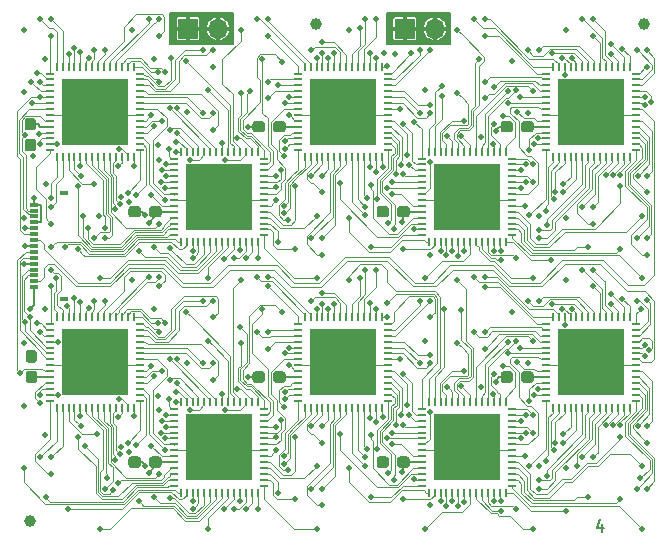
<source format=gbr>
G04 #@! TF.GenerationSoftware,KiCad,Pcbnew,(5.0.1)-3*
G04 #@! TF.CreationDate,2019-05-17T14:34:36+10:00*
G04 #@! TF.ProjectId,UVTV,555654562E6B696361645F7063620000,1*
G04 #@! TF.SameCoordinates,PX30291a0PY5aa5910*
G04 #@! TF.FileFunction,Copper,L4,Bot,Signal*
G04 #@! TF.FilePolarity,Positive*
%FSLAX46Y46*%
G04 Gerber Fmt 4.6, Leading zero omitted, Abs format (unit mm)*
G04 Created by KiCad (PCBNEW (5.0.1)-3) date 2019-05-17 2:34:36 PM*
%MOMM*%
%LPD*%
G01*
G04 APERTURE LIST*
G04 #@! TA.AperFunction,NonConductor*
%ADD10C,0.200000*%
G04 #@! TD*
G04 #@! TA.AperFunction,BGAPad,CuDef*
%ADD11C,1.000000*%
G04 #@! TD*
G04 #@! TA.AperFunction,SMDPad,CuDef*
%ADD12R,5.600000X5.600000*%
G04 #@! TD*
G04 #@! TA.AperFunction,SMDPad,CuDef*
%ADD13R,0.280000X0.690000*%
G04 #@! TD*
G04 #@! TA.AperFunction,SMDPad,CuDef*
%ADD14R,0.690000X0.280000*%
G04 #@! TD*
G04 #@! TA.AperFunction,Conductor*
%ADD15C,0.100000*%
G04 #@! TD*
G04 #@! TA.AperFunction,SMDPad,CuDef*
%ADD16C,0.950000*%
G04 #@! TD*
G04 #@! TA.AperFunction,SMDPad,CuDef*
%ADD17R,0.800000X0.400000*%
G04 #@! TD*
G04 #@! TA.AperFunction,SMDPad,CuDef*
%ADD18R,0.800000X0.300000*%
G04 #@! TD*
G04 #@! TA.AperFunction,ComponentPad*
%ADD19O,1.700000X1.700000*%
G04 #@! TD*
G04 #@! TA.AperFunction,ComponentPad*
%ADD20R,1.700000X1.700000*%
G04 #@! TD*
G04 #@! TA.AperFunction,ViaPad*
%ADD21C,0.500000*%
G04 #@! TD*
G04 #@! TA.AperFunction,Conductor*
%ADD22C,0.150000*%
G04 #@! TD*
G04 #@! TA.AperFunction,Conductor*
%ADD23C,0.130000*%
G04 #@! TD*
G04 APERTURE END LIST*
D10*
X50146666Y1364286D02*
X50146666Y697620D01*
X49908571Y1745239D02*
X49670476Y1030953D01*
X50289523Y1030953D01*
D11*
G04 #@! TO.P,FID4,~*
G04 #@! TO.N,N/C*
X1700000Y1650000D03*
G04 #@! TD*
G04 #@! TO.P,FID6,~*
G04 #@! TO.N,N/C*
X25900000Y43650000D03*
G04 #@! TD*
G04 #@! TO.P,FID5,~*
G04 #@! TO.N,N/C*
X53700000Y43650000D03*
G04 #@! TD*
D12*
G04 #@! TO.P,U-UV1A,57*
G04 #@! TO.N,GND*
X17700000Y29050000D03*
D13*
G04 #@! TO.P,U-UV1A,56*
G04 #@! TO.N,/V1B3*
X20950000Y32885000D03*
G04 #@! TO.P,U-UV1A,55*
G04 #@! TO.N,/V1A6*
X20450000Y32885000D03*
G04 #@! TO.P,U-UV1A,54*
G04 #@! TO.N,/UV1A6*
X19950000Y32885000D03*
G04 #@! TO.P,U-UV1A,53*
G04 #@! TO.N,/V1B1*
X19450000Y32885000D03*
G04 #@! TO.P,U-UV1A,52*
G04 #@! TO.N,/V1A2*
X18950000Y32885000D03*
G04 #@! TO.P,U-UV1A,51*
G04 #@! TO.N,/UV1A2*
X18450000Y32885000D03*
G04 #@! TO.P,U-UV1A,50*
G04 #@! TO.N,/UV1B0*
X17950000Y32885000D03*
G04 #@! TO.P,U-UV1A,49*
G04 #@! TO.N,/V1A1*
X17450000Y32885000D03*
G04 #@! TO.P,U-UV1A,48*
G04 #@! TO.N,/UV1A1*
X16950000Y32885000D03*
G04 #@! TO.P,U-UV1A,47*
G04 #@! TO.N,/UV1B2*
X16450000Y32885000D03*
G04 #@! TO.P,U-UV1A,46*
G04 #@! TO.N,/V1A5*
X15950000Y32885000D03*
G04 #@! TO.P,U-UV1A,45*
G04 #@! TO.N,/UV1A5*
X15450000Y32885000D03*
G04 #@! TO.P,U-UV1A,44*
G04 #@! TO.N,/V1B0*
X14950000Y32885000D03*
G04 #@! TO.P,U-UV1A,43*
G04 #@! TO.N,/V1A0*
X14450000Y32885000D03*
D14*
G04 #@! TO.P,U-UV1A,42*
G04 #@! TO.N,/UV1A0*
X13865000Y32300000D03*
G04 #@! TO.P,U-UV1A,41*
G04 #@! TO.N,/V1B2*
X13865000Y31800000D03*
G04 #@! TO.P,U-UV1A,40*
G04 #@! TO.N,/V1A4*
X13865000Y31300000D03*
G04 #@! TO.P,U-UV1A,39*
G04 #@! TO.N,/UV1A4*
X13865000Y30800000D03*
G04 #@! TO.P,U-UV1A,38*
G04 #@! TO.N,/LAT1*
X13865000Y30300000D03*
G04 #@! TO.P,U-UV1A,37*
G04 #@! TO.N,/SCLK1*
X13865000Y29800000D03*
G04 #@! TO.P,U-UV1A,36*
G04 #@! TO.N,Net-(U-RGB1A-Pad7)*
X13865000Y29300000D03*
G04 #@! TO.P,U-UV1A,35*
G04 #@! TO.N,GND*
X13865000Y28800000D03*
G04 #@! TO.P,U-UV1A,34*
G04 #@! TO.N,/GSCLK1*
X13865000Y28300000D03*
G04 #@! TO.P,U-UV1A,33*
G04 #@! TO.N,+3V3*
X13865000Y27800000D03*
G04 #@! TO.P,U-UV1A,32*
G04 #@! TO.N,/UV1A8*
X13865000Y27300000D03*
G04 #@! TO.P,U-UV1A,31*
G04 #@! TO.N,/V1A8*
X13865000Y26800000D03*
G04 #@! TO.P,U-UV1A,30*
G04 #@! TO.N,/V1B4*
X13865000Y26300000D03*
G04 #@! TO.P,U-UV1A,29*
G04 #@! TO.N,/UV1A12*
X13865000Y25800000D03*
D13*
G04 #@! TO.P,U-UV1A,28*
G04 #@! TO.N,/V1A12*
X14450000Y25215000D03*
G04 #@! TO.P,U-UV1A,27*
G04 #@! TO.N,/V1B6*
X14950000Y25215000D03*
G04 #@! TO.P,U-UV1A,26*
G04 #@! TO.N,/UV1A9*
X15450000Y25215000D03*
G04 #@! TO.P,U-UV1A,25*
G04 #@! TO.N,/V1A9*
X15950000Y25215000D03*
G04 #@! TO.P,U-UV1A,24*
G04 #@! TO.N,/UV1B4*
X16450000Y25215000D03*
G04 #@! TO.P,U-UV1A,23*
G04 #@! TO.N,/UV1A13*
X16950000Y25215000D03*
G04 #@! TO.P,U-UV1A,22*
G04 #@! TO.N,/V1A13*
X17450000Y25215000D03*
G04 #@! TO.P,U-UV1A,21*
G04 #@! TO.N,/UV1B6*
X17950000Y25215000D03*
G04 #@! TO.P,U-UV1A,20*
G04 #@! TO.N,/UV1A14*
X18450000Y25215000D03*
G04 #@! TO.P,U-UV1A,19*
G04 #@! TO.N,/V1A14*
X18950000Y25215000D03*
G04 #@! TO.P,U-UV1A,18*
G04 #@! TO.N,/V1B7*
X19450000Y25215000D03*
G04 #@! TO.P,U-UV1A,17*
G04 #@! TO.N,/UV1A10*
X19950000Y25215000D03*
G04 #@! TO.P,U-UV1A,16*
G04 #@! TO.N,/V1A10*
X20450000Y25215000D03*
G04 #@! TO.P,U-UV1A,15*
G04 #@! TO.N,/V1B5*
X20950000Y25215000D03*
D14*
G04 #@! TO.P,U-UV1A,14*
G04 #@! TO.N,/UV1A15*
X21535000Y25800000D03*
G04 #@! TO.P,U-UV1A,13*
G04 #@! TO.N,/V1A15*
X21535000Y26300000D03*
G04 #@! TO.P,U-UV1A,12*
G04 #@! TO.N,/UV1B7*
X21535000Y26800000D03*
G04 #@! TO.P,U-UV1A,11*
G04 #@! TO.N,/UV1A11*
X21535000Y27300000D03*
G04 #@! TO.P,U-UV1A,10*
G04 #@! TO.N,/V1A11*
X21535000Y27800000D03*
G04 #@! TO.P,U-UV1A,9*
G04 #@! TO.N,/UV1B5*
X21535000Y28300000D03*
G04 #@! TO.P,U-UV1A,8*
G04 #@! TO.N,GND*
X21535000Y28800000D03*
G04 #@! TO.P,U-UV1A,7*
G04 #@! TO.N,Net-(U-RGB1B-Pad36)*
X21535000Y29300000D03*
G04 #@! TO.P,U-UV1A,6*
G04 #@! TO.N,/UV1B3*
X21535000Y29800000D03*
G04 #@! TO.P,U-UV1A,5*
G04 #@! TO.N,/V1A7*
X21535000Y30300000D03*
G04 #@! TO.P,U-UV1A,4*
G04 #@! TO.N,/UV1A7*
X21535000Y30800000D03*
G04 #@! TO.P,U-UV1A,3*
G04 #@! TO.N,/UV1B1*
X21535000Y31300000D03*
G04 #@! TO.P,U-UV1A,2*
G04 #@! TO.N,/V1A3*
X21535000Y31800000D03*
G04 #@! TO.P,U-UV1A,1*
G04 #@! TO.N,/UV1A3*
X21535000Y32300000D03*
G04 #@! TD*
D12*
G04 #@! TO.P,U-RGB1A,57*
G04 #@! TO.N,GND*
X7200000Y36250000D03*
D13*
G04 #@! TO.P,U-RGB1A,56*
G04 #@! TO.N,/G1A6*
X10450000Y40085000D03*
G04 #@! TO.P,U-RGB1A,55*
G04 #@! TO.N,/R1A6*
X9950000Y40085000D03*
G04 #@! TO.P,U-RGB1A,54*
G04 #@! TO.N,/B1A6*
X9450000Y40085000D03*
G04 #@! TO.P,U-RGB1A,53*
G04 #@! TO.N,/G1A2*
X8950000Y40085000D03*
G04 #@! TO.P,U-RGB1A,52*
G04 #@! TO.N,/R1A2*
X8450000Y40085000D03*
G04 #@! TO.P,U-RGB1A,51*
G04 #@! TO.N,/B1A2*
X7950000Y40085000D03*
G04 #@! TO.P,U-RGB1A,50*
G04 #@! TO.N,/G1A1*
X7450000Y40085000D03*
G04 #@! TO.P,U-RGB1A,49*
G04 #@! TO.N,/R1A1*
X6950000Y40085000D03*
G04 #@! TO.P,U-RGB1A,48*
G04 #@! TO.N,/B1A1*
X6450000Y40085000D03*
G04 #@! TO.P,U-RGB1A,47*
G04 #@! TO.N,/G1A5*
X5950000Y40085000D03*
G04 #@! TO.P,U-RGB1A,46*
G04 #@! TO.N,/R1A5*
X5450000Y40085000D03*
G04 #@! TO.P,U-RGB1A,45*
G04 #@! TO.N,/B1A5*
X4950000Y40085000D03*
G04 #@! TO.P,U-RGB1A,44*
G04 #@! TO.N,/G1A0*
X4450000Y40085000D03*
G04 #@! TO.P,U-RGB1A,43*
G04 #@! TO.N,/R1A0*
X3950000Y40085000D03*
D14*
G04 #@! TO.P,U-RGB1A,42*
G04 #@! TO.N,/B1A0*
X3365000Y39500000D03*
G04 #@! TO.P,U-RGB1A,41*
G04 #@! TO.N,/G1A4*
X3365000Y39000000D03*
G04 #@! TO.P,U-RGB1A,40*
G04 #@! TO.N,/R1A4*
X3365000Y38500000D03*
G04 #@! TO.P,U-RGB1A,39*
G04 #@! TO.N,/B1A4*
X3365000Y38000000D03*
G04 #@! TO.P,U-RGB1A,38*
G04 #@! TO.N,/LAT1*
X3365000Y37500000D03*
G04 #@! TO.P,U-RGB1A,37*
G04 #@! TO.N,/SCLK1*
X3365000Y37000000D03*
G04 #@! TO.P,U-RGB1A,36*
G04 #@! TO.N,/SIN1*
X3365000Y36500000D03*
G04 #@! TO.P,U-RGB1A,35*
G04 #@! TO.N,GND*
X3365000Y36000000D03*
G04 #@! TO.P,U-RGB1A,34*
G04 #@! TO.N,/GSCLK1*
X3365000Y35500000D03*
G04 #@! TO.P,U-RGB1A,33*
G04 #@! TO.N,+3V3*
X3365000Y35000000D03*
G04 #@! TO.P,U-RGB1A,32*
G04 #@! TO.N,/B1A8*
X3365000Y34500000D03*
G04 #@! TO.P,U-RGB1A,31*
G04 #@! TO.N,/R1A8*
X3365000Y34000000D03*
G04 #@! TO.P,U-RGB1A,30*
G04 #@! TO.N,/G1A8*
X3365000Y33500000D03*
G04 #@! TO.P,U-RGB1A,29*
G04 #@! TO.N,/B1A12*
X3365000Y33000000D03*
D13*
G04 #@! TO.P,U-RGB1A,28*
G04 #@! TO.N,/R1A12*
X3950000Y32415000D03*
G04 #@! TO.P,U-RGB1A,27*
G04 #@! TO.N,/G1A12*
X4450000Y32415000D03*
G04 #@! TO.P,U-RGB1A,26*
G04 #@! TO.N,/B1A9*
X4950000Y32415000D03*
G04 #@! TO.P,U-RGB1A,25*
G04 #@! TO.N,/R1A9*
X5450000Y32415000D03*
G04 #@! TO.P,U-RGB1A,24*
G04 #@! TO.N,/G1A9*
X5950000Y32415000D03*
G04 #@! TO.P,U-RGB1A,23*
G04 #@! TO.N,/B1A13*
X6450000Y32415000D03*
G04 #@! TO.P,U-RGB1A,22*
G04 #@! TO.N,/R1A13*
X6950000Y32415000D03*
G04 #@! TO.P,U-RGB1A,21*
G04 #@! TO.N,/G1A13*
X7450000Y32415000D03*
G04 #@! TO.P,U-RGB1A,20*
G04 #@! TO.N,/B1A14*
X7950000Y32415000D03*
G04 #@! TO.P,U-RGB1A,19*
G04 #@! TO.N,/R1A14*
X8450000Y32415000D03*
G04 #@! TO.P,U-RGB1A,18*
G04 #@! TO.N,/G1A14*
X8950000Y32415000D03*
G04 #@! TO.P,U-RGB1A,17*
G04 #@! TO.N,/B1A10*
X9450000Y32415000D03*
G04 #@! TO.P,U-RGB1A,16*
G04 #@! TO.N,/R1A10*
X9950000Y32415000D03*
G04 #@! TO.P,U-RGB1A,15*
G04 #@! TO.N,/G1A10*
X10450000Y32415000D03*
D14*
G04 #@! TO.P,U-RGB1A,14*
G04 #@! TO.N,/B1A15*
X11035000Y33000000D03*
G04 #@! TO.P,U-RGB1A,13*
G04 #@! TO.N,/R1A15*
X11035000Y33500000D03*
G04 #@! TO.P,U-RGB1A,12*
G04 #@! TO.N,/G1A15*
X11035000Y34000000D03*
G04 #@! TO.P,U-RGB1A,11*
G04 #@! TO.N,/B1A11*
X11035000Y34500000D03*
G04 #@! TO.P,U-RGB1A,10*
G04 #@! TO.N,/R1A11*
X11035000Y35000000D03*
G04 #@! TO.P,U-RGB1A,9*
G04 #@! TO.N,/G1A11*
X11035000Y35500000D03*
G04 #@! TO.P,U-RGB1A,8*
G04 #@! TO.N,GND*
X11035000Y36000000D03*
G04 #@! TO.P,U-RGB1A,7*
G04 #@! TO.N,Net-(U-RGB1A-Pad7)*
X11035000Y36500000D03*
G04 #@! TO.P,U-RGB1A,6*
G04 #@! TO.N,/G1A7*
X11035000Y37000000D03*
G04 #@! TO.P,U-RGB1A,5*
G04 #@! TO.N,/R1A7*
X11035000Y37500000D03*
G04 #@! TO.P,U-RGB1A,4*
G04 #@! TO.N,/B1A7*
X11035000Y38000000D03*
G04 #@! TO.P,U-RGB1A,3*
G04 #@! TO.N,/G1A3*
X11035000Y38500000D03*
G04 #@! TO.P,U-RGB1A,2*
G04 #@! TO.N,/R1A3*
X11035000Y39000000D03*
G04 #@! TO.P,U-RGB1A,1*
G04 #@! TO.N,/B1A3*
X11035000Y39500000D03*
G04 #@! TD*
D15*
G04 #@! TO.N,GND*
G04 #@! TO.C,C1A*
G36*
X1960779Y33973856D02*
X1983834Y33970437D01*
X2006443Y33964773D01*
X2028387Y33956921D01*
X2049457Y33946956D01*
X2069448Y33934974D01*
X2088168Y33921090D01*
X2105438Y33905438D01*
X2121090Y33888168D01*
X2134974Y33869448D01*
X2146956Y33849457D01*
X2156921Y33828387D01*
X2164773Y33806443D01*
X2170437Y33783834D01*
X2173856Y33760779D01*
X2175000Y33737500D01*
X2175000Y33162500D01*
X2173856Y33139221D01*
X2170437Y33116166D01*
X2164773Y33093557D01*
X2156921Y33071613D01*
X2146956Y33050543D01*
X2134974Y33030552D01*
X2121090Y33011832D01*
X2105438Y32994562D01*
X2088168Y32978910D01*
X2069448Y32965026D01*
X2049457Y32953044D01*
X2028387Y32943079D01*
X2006443Y32935227D01*
X1983834Y32929563D01*
X1960779Y32926144D01*
X1937500Y32925000D01*
X1462500Y32925000D01*
X1439221Y32926144D01*
X1416166Y32929563D01*
X1393557Y32935227D01*
X1371613Y32943079D01*
X1350543Y32953044D01*
X1330552Y32965026D01*
X1311832Y32978910D01*
X1294562Y32994562D01*
X1278910Y33011832D01*
X1265026Y33030552D01*
X1253044Y33050543D01*
X1243079Y33071613D01*
X1235227Y33093557D01*
X1229563Y33116166D01*
X1226144Y33139221D01*
X1225000Y33162500D01*
X1225000Y33737500D01*
X1226144Y33760779D01*
X1229563Y33783834D01*
X1235227Y33806443D01*
X1243079Y33828387D01*
X1253044Y33849457D01*
X1265026Y33869448D01*
X1278910Y33888168D01*
X1294562Y33905438D01*
X1311832Y33921090D01*
X1330552Y33934974D01*
X1350543Y33946956D01*
X1371613Y33956921D01*
X1393557Y33964773D01*
X1416166Y33970437D01*
X1439221Y33973856D01*
X1462500Y33975000D01*
X1937500Y33975000D01*
X1960779Y33973856D01*
X1960779Y33973856D01*
G37*
D16*
G04 #@! TD*
G04 #@! TO.P,C1A,2*
G04 #@! TO.N,GND*
X1700000Y33450000D03*
D15*
G04 #@! TO.N,+3V3*
G04 #@! TO.C,C1A*
G36*
X1960779Y35723856D02*
X1983834Y35720437D01*
X2006443Y35714773D01*
X2028387Y35706921D01*
X2049457Y35696956D01*
X2069448Y35684974D01*
X2088168Y35671090D01*
X2105438Y35655438D01*
X2121090Y35638168D01*
X2134974Y35619448D01*
X2146956Y35599457D01*
X2156921Y35578387D01*
X2164773Y35556443D01*
X2170437Y35533834D01*
X2173856Y35510779D01*
X2175000Y35487500D01*
X2175000Y34912500D01*
X2173856Y34889221D01*
X2170437Y34866166D01*
X2164773Y34843557D01*
X2156921Y34821613D01*
X2146956Y34800543D01*
X2134974Y34780552D01*
X2121090Y34761832D01*
X2105438Y34744562D01*
X2088168Y34728910D01*
X2069448Y34715026D01*
X2049457Y34703044D01*
X2028387Y34693079D01*
X2006443Y34685227D01*
X1983834Y34679563D01*
X1960779Y34676144D01*
X1937500Y34675000D01*
X1462500Y34675000D01*
X1439221Y34676144D01*
X1416166Y34679563D01*
X1393557Y34685227D01*
X1371613Y34693079D01*
X1350543Y34703044D01*
X1330552Y34715026D01*
X1311832Y34728910D01*
X1294562Y34744562D01*
X1278910Y34761832D01*
X1265026Y34780552D01*
X1253044Y34800543D01*
X1243079Y34821613D01*
X1235227Y34843557D01*
X1229563Y34866166D01*
X1226144Y34889221D01*
X1225000Y34912500D01*
X1225000Y35487500D01*
X1226144Y35510779D01*
X1229563Y35533834D01*
X1235227Y35556443D01*
X1243079Y35578387D01*
X1253044Y35599457D01*
X1265026Y35619448D01*
X1278910Y35638168D01*
X1294562Y35655438D01*
X1311832Y35671090D01*
X1330552Y35684974D01*
X1350543Y35696956D01*
X1371613Y35706921D01*
X1393557Y35714773D01*
X1416166Y35720437D01*
X1439221Y35723856D01*
X1462500Y35725000D01*
X1937500Y35725000D01*
X1960779Y35723856D01*
X1960779Y35723856D01*
G37*
D16*
G04 #@! TD*
G04 #@! TO.P,C1A,1*
G04 #@! TO.N,+3V3*
X1700000Y35200000D03*
D15*
G04 #@! TO.N,GND*
G04 #@! TO.C,C1B*
G36*
X10860779Y28273856D02*
X10883834Y28270437D01*
X10906443Y28264773D01*
X10928387Y28256921D01*
X10949457Y28246956D01*
X10969448Y28234974D01*
X10988168Y28221090D01*
X11005438Y28205438D01*
X11021090Y28188168D01*
X11034974Y28169448D01*
X11046956Y28149457D01*
X11056921Y28128387D01*
X11064773Y28106443D01*
X11070437Y28083834D01*
X11073856Y28060779D01*
X11075000Y28037500D01*
X11075000Y27562500D01*
X11073856Y27539221D01*
X11070437Y27516166D01*
X11064773Y27493557D01*
X11056921Y27471613D01*
X11046956Y27450543D01*
X11034974Y27430552D01*
X11021090Y27411832D01*
X11005438Y27394562D01*
X10988168Y27378910D01*
X10969448Y27365026D01*
X10949457Y27353044D01*
X10928387Y27343079D01*
X10906443Y27335227D01*
X10883834Y27329563D01*
X10860779Y27326144D01*
X10837500Y27325000D01*
X10262500Y27325000D01*
X10239221Y27326144D01*
X10216166Y27329563D01*
X10193557Y27335227D01*
X10171613Y27343079D01*
X10150543Y27353044D01*
X10130552Y27365026D01*
X10111832Y27378910D01*
X10094562Y27394562D01*
X10078910Y27411832D01*
X10065026Y27430552D01*
X10053044Y27450543D01*
X10043079Y27471613D01*
X10035227Y27493557D01*
X10029563Y27516166D01*
X10026144Y27539221D01*
X10025000Y27562500D01*
X10025000Y28037500D01*
X10026144Y28060779D01*
X10029563Y28083834D01*
X10035227Y28106443D01*
X10043079Y28128387D01*
X10053044Y28149457D01*
X10065026Y28169448D01*
X10078910Y28188168D01*
X10094562Y28205438D01*
X10111832Y28221090D01*
X10130552Y28234974D01*
X10150543Y28246956D01*
X10171613Y28256921D01*
X10193557Y28264773D01*
X10216166Y28270437D01*
X10239221Y28273856D01*
X10262500Y28275000D01*
X10837500Y28275000D01*
X10860779Y28273856D01*
X10860779Y28273856D01*
G37*
D16*
G04 #@! TD*
G04 #@! TO.P,C1B,2*
G04 #@! TO.N,GND*
X10550000Y27800000D03*
D15*
G04 #@! TO.N,+3V3*
G04 #@! TO.C,C1B*
G36*
X12610779Y28273856D02*
X12633834Y28270437D01*
X12656443Y28264773D01*
X12678387Y28256921D01*
X12699457Y28246956D01*
X12719448Y28234974D01*
X12738168Y28221090D01*
X12755438Y28205438D01*
X12771090Y28188168D01*
X12784974Y28169448D01*
X12796956Y28149457D01*
X12806921Y28128387D01*
X12814773Y28106443D01*
X12820437Y28083834D01*
X12823856Y28060779D01*
X12825000Y28037500D01*
X12825000Y27562500D01*
X12823856Y27539221D01*
X12820437Y27516166D01*
X12814773Y27493557D01*
X12806921Y27471613D01*
X12796956Y27450543D01*
X12784974Y27430552D01*
X12771090Y27411832D01*
X12755438Y27394562D01*
X12738168Y27378910D01*
X12719448Y27365026D01*
X12699457Y27353044D01*
X12678387Y27343079D01*
X12656443Y27335227D01*
X12633834Y27329563D01*
X12610779Y27326144D01*
X12587500Y27325000D01*
X12012500Y27325000D01*
X11989221Y27326144D01*
X11966166Y27329563D01*
X11943557Y27335227D01*
X11921613Y27343079D01*
X11900543Y27353044D01*
X11880552Y27365026D01*
X11861832Y27378910D01*
X11844562Y27394562D01*
X11828910Y27411832D01*
X11815026Y27430552D01*
X11803044Y27450543D01*
X11793079Y27471613D01*
X11785227Y27493557D01*
X11779563Y27516166D01*
X11776144Y27539221D01*
X11775000Y27562500D01*
X11775000Y28037500D01*
X11776144Y28060779D01*
X11779563Y28083834D01*
X11785227Y28106443D01*
X11793079Y28128387D01*
X11803044Y28149457D01*
X11815026Y28169448D01*
X11828910Y28188168D01*
X11844562Y28205438D01*
X11861832Y28221090D01*
X11880552Y28234974D01*
X11900543Y28246956D01*
X11921613Y28256921D01*
X11943557Y28264773D01*
X11966166Y28270437D01*
X11989221Y28273856D01*
X12012500Y28275000D01*
X12587500Y28275000D01*
X12610779Y28273856D01*
X12610779Y28273856D01*
G37*
D16*
G04 #@! TD*
G04 #@! TO.P,C1B,1*
G04 #@! TO.N,+3V3*
X12300000Y27800000D03*
D15*
G04 #@! TO.N,GND*
G04 #@! TO.C,C1C*
G36*
X21360779Y35473856D02*
X21383834Y35470437D01*
X21406443Y35464773D01*
X21428387Y35456921D01*
X21449457Y35446956D01*
X21469448Y35434974D01*
X21488168Y35421090D01*
X21505438Y35405438D01*
X21521090Y35388168D01*
X21534974Y35369448D01*
X21546956Y35349457D01*
X21556921Y35328387D01*
X21564773Y35306443D01*
X21570437Y35283834D01*
X21573856Y35260779D01*
X21575000Y35237500D01*
X21575000Y34762500D01*
X21573856Y34739221D01*
X21570437Y34716166D01*
X21564773Y34693557D01*
X21556921Y34671613D01*
X21546956Y34650543D01*
X21534974Y34630552D01*
X21521090Y34611832D01*
X21505438Y34594562D01*
X21488168Y34578910D01*
X21469448Y34565026D01*
X21449457Y34553044D01*
X21428387Y34543079D01*
X21406443Y34535227D01*
X21383834Y34529563D01*
X21360779Y34526144D01*
X21337500Y34525000D01*
X20762500Y34525000D01*
X20739221Y34526144D01*
X20716166Y34529563D01*
X20693557Y34535227D01*
X20671613Y34543079D01*
X20650543Y34553044D01*
X20630552Y34565026D01*
X20611832Y34578910D01*
X20594562Y34594562D01*
X20578910Y34611832D01*
X20565026Y34630552D01*
X20553044Y34650543D01*
X20543079Y34671613D01*
X20535227Y34693557D01*
X20529563Y34716166D01*
X20526144Y34739221D01*
X20525000Y34762500D01*
X20525000Y35237500D01*
X20526144Y35260779D01*
X20529563Y35283834D01*
X20535227Y35306443D01*
X20543079Y35328387D01*
X20553044Y35349457D01*
X20565026Y35369448D01*
X20578910Y35388168D01*
X20594562Y35405438D01*
X20611832Y35421090D01*
X20630552Y35434974D01*
X20650543Y35446956D01*
X20671613Y35456921D01*
X20693557Y35464773D01*
X20716166Y35470437D01*
X20739221Y35473856D01*
X20762500Y35475000D01*
X21337500Y35475000D01*
X21360779Y35473856D01*
X21360779Y35473856D01*
G37*
D16*
G04 #@! TD*
G04 #@! TO.P,C1C,2*
G04 #@! TO.N,GND*
X21050000Y35000000D03*
D15*
G04 #@! TO.N,+3V3*
G04 #@! TO.C,C1C*
G36*
X23110779Y35473856D02*
X23133834Y35470437D01*
X23156443Y35464773D01*
X23178387Y35456921D01*
X23199457Y35446956D01*
X23219448Y35434974D01*
X23238168Y35421090D01*
X23255438Y35405438D01*
X23271090Y35388168D01*
X23284974Y35369448D01*
X23296956Y35349457D01*
X23306921Y35328387D01*
X23314773Y35306443D01*
X23320437Y35283834D01*
X23323856Y35260779D01*
X23325000Y35237500D01*
X23325000Y34762500D01*
X23323856Y34739221D01*
X23320437Y34716166D01*
X23314773Y34693557D01*
X23306921Y34671613D01*
X23296956Y34650543D01*
X23284974Y34630552D01*
X23271090Y34611832D01*
X23255438Y34594562D01*
X23238168Y34578910D01*
X23219448Y34565026D01*
X23199457Y34553044D01*
X23178387Y34543079D01*
X23156443Y34535227D01*
X23133834Y34529563D01*
X23110779Y34526144D01*
X23087500Y34525000D01*
X22512500Y34525000D01*
X22489221Y34526144D01*
X22466166Y34529563D01*
X22443557Y34535227D01*
X22421613Y34543079D01*
X22400543Y34553044D01*
X22380552Y34565026D01*
X22361832Y34578910D01*
X22344562Y34594562D01*
X22328910Y34611832D01*
X22315026Y34630552D01*
X22303044Y34650543D01*
X22293079Y34671613D01*
X22285227Y34693557D01*
X22279563Y34716166D01*
X22276144Y34739221D01*
X22275000Y34762500D01*
X22275000Y35237500D01*
X22276144Y35260779D01*
X22279563Y35283834D01*
X22285227Y35306443D01*
X22293079Y35328387D01*
X22303044Y35349457D01*
X22315026Y35369448D01*
X22328910Y35388168D01*
X22344562Y35405438D01*
X22361832Y35421090D01*
X22380552Y35434974D01*
X22400543Y35446956D01*
X22421613Y35456921D01*
X22443557Y35464773D01*
X22466166Y35470437D01*
X22489221Y35473856D01*
X22512500Y35475000D01*
X23087500Y35475000D01*
X23110779Y35473856D01*
X23110779Y35473856D01*
G37*
D16*
G04 #@! TD*
G04 #@! TO.P,C1C,1*
G04 #@! TO.N,+3V3*
X22800000Y35000000D03*
D15*
G04 #@! TO.N,GND*
G04 #@! TO.C,C1D*
G36*
X31860779Y28273856D02*
X31883834Y28270437D01*
X31906443Y28264773D01*
X31928387Y28256921D01*
X31949457Y28246956D01*
X31969448Y28234974D01*
X31988168Y28221090D01*
X32005438Y28205438D01*
X32021090Y28188168D01*
X32034974Y28169448D01*
X32046956Y28149457D01*
X32056921Y28128387D01*
X32064773Y28106443D01*
X32070437Y28083834D01*
X32073856Y28060779D01*
X32075000Y28037500D01*
X32075000Y27562500D01*
X32073856Y27539221D01*
X32070437Y27516166D01*
X32064773Y27493557D01*
X32056921Y27471613D01*
X32046956Y27450543D01*
X32034974Y27430552D01*
X32021090Y27411832D01*
X32005438Y27394562D01*
X31988168Y27378910D01*
X31969448Y27365026D01*
X31949457Y27353044D01*
X31928387Y27343079D01*
X31906443Y27335227D01*
X31883834Y27329563D01*
X31860779Y27326144D01*
X31837500Y27325000D01*
X31262500Y27325000D01*
X31239221Y27326144D01*
X31216166Y27329563D01*
X31193557Y27335227D01*
X31171613Y27343079D01*
X31150543Y27353044D01*
X31130552Y27365026D01*
X31111832Y27378910D01*
X31094562Y27394562D01*
X31078910Y27411832D01*
X31065026Y27430552D01*
X31053044Y27450543D01*
X31043079Y27471613D01*
X31035227Y27493557D01*
X31029563Y27516166D01*
X31026144Y27539221D01*
X31025000Y27562500D01*
X31025000Y28037500D01*
X31026144Y28060779D01*
X31029563Y28083834D01*
X31035227Y28106443D01*
X31043079Y28128387D01*
X31053044Y28149457D01*
X31065026Y28169448D01*
X31078910Y28188168D01*
X31094562Y28205438D01*
X31111832Y28221090D01*
X31130552Y28234974D01*
X31150543Y28246956D01*
X31171613Y28256921D01*
X31193557Y28264773D01*
X31216166Y28270437D01*
X31239221Y28273856D01*
X31262500Y28275000D01*
X31837500Y28275000D01*
X31860779Y28273856D01*
X31860779Y28273856D01*
G37*
D16*
G04 #@! TD*
G04 #@! TO.P,C1D,2*
G04 #@! TO.N,GND*
X31550000Y27800000D03*
D15*
G04 #@! TO.N,+3V3*
G04 #@! TO.C,C1D*
G36*
X33610779Y28273856D02*
X33633834Y28270437D01*
X33656443Y28264773D01*
X33678387Y28256921D01*
X33699457Y28246956D01*
X33719448Y28234974D01*
X33738168Y28221090D01*
X33755438Y28205438D01*
X33771090Y28188168D01*
X33784974Y28169448D01*
X33796956Y28149457D01*
X33806921Y28128387D01*
X33814773Y28106443D01*
X33820437Y28083834D01*
X33823856Y28060779D01*
X33825000Y28037500D01*
X33825000Y27562500D01*
X33823856Y27539221D01*
X33820437Y27516166D01*
X33814773Y27493557D01*
X33806921Y27471613D01*
X33796956Y27450543D01*
X33784974Y27430552D01*
X33771090Y27411832D01*
X33755438Y27394562D01*
X33738168Y27378910D01*
X33719448Y27365026D01*
X33699457Y27353044D01*
X33678387Y27343079D01*
X33656443Y27335227D01*
X33633834Y27329563D01*
X33610779Y27326144D01*
X33587500Y27325000D01*
X33012500Y27325000D01*
X32989221Y27326144D01*
X32966166Y27329563D01*
X32943557Y27335227D01*
X32921613Y27343079D01*
X32900543Y27353044D01*
X32880552Y27365026D01*
X32861832Y27378910D01*
X32844562Y27394562D01*
X32828910Y27411832D01*
X32815026Y27430552D01*
X32803044Y27450543D01*
X32793079Y27471613D01*
X32785227Y27493557D01*
X32779563Y27516166D01*
X32776144Y27539221D01*
X32775000Y27562500D01*
X32775000Y28037500D01*
X32776144Y28060779D01*
X32779563Y28083834D01*
X32785227Y28106443D01*
X32793079Y28128387D01*
X32803044Y28149457D01*
X32815026Y28169448D01*
X32828910Y28188168D01*
X32844562Y28205438D01*
X32861832Y28221090D01*
X32880552Y28234974D01*
X32900543Y28246956D01*
X32921613Y28256921D01*
X32943557Y28264773D01*
X32966166Y28270437D01*
X32989221Y28273856D01*
X33012500Y28275000D01*
X33587500Y28275000D01*
X33610779Y28273856D01*
X33610779Y28273856D01*
G37*
D16*
G04 #@! TD*
G04 #@! TO.P,C1D,1*
G04 #@! TO.N,+3V3*
X33300000Y27800000D03*
D15*
G04 #@! TO.N,GND*
G04 #@! TO.C,C1E*
G36*
X42360779Y35473856D02*
X42383834Y35470437D01*
X42406443Y35464773D01*
X42428387Y35456921D01*
X42449457Y35446956D01*
X42469448Y35434974D01*
X42488168Y35421090D01*
X42505438Y35405438D01*
X42521090Y35388168D01*
X42534974Y35369448D01*
X42546956Y35349457D01*
X42556921Y35328387D01*
X42564773Y35306443D01*
X42570437Y35283834D01*
X42573856Y35260779D01*
X42575000Y35237500D01*
X42575000Y34762500D01*
X42573856Y34739221D01*
X42570437Y34716166D01*
X42564773Y34693557D01*
X42556921Y34671613D01*
X42546956Y34650543D01*
X42534974Y34630552D01*
X42521090Y34611832D01*
X42505438Y34594562D01*
X42488168Y34578910D01*
X42469448Y34565026D01*
X42449457Y34553044D01*
X42428387Y34543079D01*
X42406443Y34535227D01*
X42383834Y34529563D01*
X42360779Y34526144D01*
X42337500Y34525000D01*
X41762500Y34525000D01*
X41739221Y34526144D01*
X41716166Y34529563D01*
X41693557Y34535227D01*
X41671613Y34543079D01*
X41650543Y34553044D01*
X41630552Y34565026D01*
X41611832Y34578910D01*
X41594562Y34594562D01*
X41578910Y34611832D01*
X41565026Y34630552D01*
X41553044Y34650543D01*
X41543079Y34671613D01*
X41535227Y34693557D01*
X41529563Y34716166D01*
X41526144Y34739221D01*
X41525000Y34762500D01*
X41525000Y35237500D01*
X41526144Y35260779D01*
X41529563Y35283834D01*
X41535227Y35306443D01*
X41543079Y35328387D01*
X41553044Y35349457D01*
X41565026Y35369448D01*
X41578910Y35388168D01*
X41594562Y35405438D01*
X41611832Y35421090D01*
X41630552Y35434974D01*
X41650543Y35446956D01*
X41671613Y35456921D01*
X41693557Y35464773D01*
X41716166Y35470437D01*
X41739221Y35473856D01*
X41762500Y35475000D01*
X42337500Y35475000D01*
X42360779Y35473856D01*
X42360779Y35473856D01*
G37*
D16*
G04 #@! TD*
G04 #@! TO.P,C1E,2*
G04 #@! TO.N,GND*
X42050000Y35000000D03*
D15*
G04 #@! TO.N,+3V3*
G04 #@! TO.C,C1E*
G36*
X44110779Y35473856D02*
X44133834Y35470437D01*
X44156443Y35464773D01*
X44178387Y35456921D01*
X44199457Y35446956D01*
X44219448Y35434974D01*
X44238168Y35421090D01*
X44255438Y35405438D01*
X44271090Y35388168D01*
X44284974Y35369448D01*
X44296956Y35349457D01*
X44306921Y35328387D01*
X44314773Y35306443D01*
X44320437Y35283834D01*
X44323856Y35260779D01*
X44325000Y35237500D01*
X44325000Y34762500D01*
X44323856Y34739221D01*
X44320437Y34716166D01*
X44314773Y34693557D01*
X44306921Y34671613D01*
X44296956Y34650543D01*
X44284974Y34630552D01*
X44271090Y34611832D01*
X44255438Y34594562D01*
X44238168Y34578910D01*
X44219448Y34565026D01*
X44199457Y34553044D01*
X44178387Y34543079D01*
X44156443Y34535227D01*
X44133834Y34529563D01*
X44110779Y34526144D01*
X44087500Y34525000D01*
X43512500Y34525000D01*
X43489221Y34526144D01*
X43466166Y34529563D01*
X43443557Y34535227D01*
X43421613Y34543079D01*
X43400543Y34553044D01*
X43380552Y34565026D01*
X43361832Y34578910D01*
X43344562Y34594562D01*
X43328910Y34611832D01*
X43315026Y34630552D01*
X43303044Y34650543D01*
X43293079Y34671613D01*
X43285227Y34693557D01*
X43279563Y34716166D01*
X43276144Y34739221D01*
X43275000Y34762500D01*
X43275000Y35237500D01*
X43276144Y35260779D01*
X43279563Y35283834D01*
X43285227Y35306443D01*
X43293079Y35328387D01*
X43303044Y35349457D01*
X43315026Y35369448D01*
X43328910Y35388168D01*
X43344562Y35405438D01*
X43361832Y35421090D01*
X43380552Y35434974D01*
X43400543Y35446956D01*
X43421613Y35456921D01*
X43443557Y35464773D01*
X43466166Y35470437D01*
X43489221Y35473856D01*
X43512500Y35475000D01*
X44087500Y35475000D01*
X44110779Y35473856D01*
X44110779Y35473856D01*
G37*
D16*
G04 #@! TD*
G04 #@! TO.P,C1E,1*
G04 #@! TO.N,+3V3*
X43800000Y35000000D03*
D15*
G04 #@! TO.N,GND*
G04 #@! TO.C,C2A*
G36*
X2060779Y16073856D02*
X2083834Y16070437D01*
X2106443Y16064773D01*
X2128387Y16056921D01*
X2149457Y16046956D01*
X2169448Y16034974D01*
X2188168Y16021090D01*
X2205438Y16005438D01*
X2221090Y15988168D01*
X2234974Y15969448D01*
X2246956Y15949457D01*
X2256921Y15928387D01*
X2264773Y15906443D01*
X2270437Y15883834D01*
X2273856Y15860779D01*
X2275000Y15837500D01*
X2275000Y15262500D01*
X2273856Y15239221D01*
X2270437Y15216166D01*
X2264773Y15193557D01*
X2256921Y15171613D01*
X2246956Y15150543D01*
X2234974Y15130552D01*
X2221090Y15111832D01*
X2205438Y15094562D01*
X2188168Y15078910D01*
X2169448Y15065026D01*
X2149457Y15053044D01*
X2128387Y15043079D01*
X2106443Y15035227D01*
X2083834Y15029563D01*
X2060779Y15026144D01*
X2037500Y15025000D01*
X1562500Y15025000D01*
X1539221Y15026144D01*
X1516166Y15029563D01*
X1493557Y15035227D01*
X1471613Y15043079D01*
X1450543Y15053044D01*
X1430552Y15065026D01*
X1411832Y15078910D01*
X1394562Y15094562D01*
X1378910Y15111832D01*
X1365026Y15130552D01*
X1353044Y15150543D01*
X1343079Y15171613D01*
X1335227Y15193557D01*
X1329563Y15216166D01*
X1326144Y15239221D01*
X1325000Y15262500D01*
X1325000Y15837500D01*
X1326144Y15860779D01*
X1329563Y15883834D01*
X1335227Y15906443D01*
X1343079Y15928387D01*
X1353044Y15949457D01*
X1365026Y15969448D01*
X1378910Y15988168D01*
X1394562Y16005438D01*
X1411832Y16021090D01*
X1430552Y16034974D01*
X1450543Y16046956D01*
X1471613Y16056921D01*
X1493557Y16064773D01*
X1516166Y16070437D01*
X1539221Y16073856D01*
X1562500Y16075000D01*
X2037500Y16075000D01*
X2060779Y16073856D01*
X2060779Y16073856D01*
G37*
D16*
G04 #@! TD*
G04 #@! TO.P,C2A,2*
G04 #@! TO.N,GND*
X1800000Y15550000D03*
D15*
G04 #@! TO.N,+3V3*
G04 #@! TO.C,C2A*
G36*
X2060779Y14323856D02*
X2083834Y14320437D01*
X2106443Y14314773D01*
X2128387Y14306921D01*
X2149457Y14296956D01*
X2169448Y14284974D01*
X2188168Y14271090D01*
X2205438Y14255438D01*
X2221090Y14238168D01*
X2234974Y14219448D01*
X2246956Y14199457D01*
X2256921Y14178387D01*
X2264773Y14156443D01*
X2270437Y14133834D01*
X2273856Y14110779D01*
X2275000Y14087500D01*
X2275000Y13512500D01*
X2273856Y13489221D01*
X2270437Y13466166D01*
X2264773Y13443557D01*
X2256921Y13421613D01*
X2246956Y13400543D01*
X2234974Y13380552D01*
X2221090Y13361832D01*
X2205438Y13344562D01*
X2188168Y13328910D01*
X2169448Y13315026D01*
X2149457Y13303044D01*
X2128387Y13293079D01*
X2106443Y13285227D01*
X2083834Y13279563D01*
X2060779Y13276144D01*
X2037500Y13275000D01*
X1562500Y13275000D01*
X1539221Y13276144D01*
X1516166Y13279563D01*
X1493557Y13285227D01*
X1471613Y13293079D01*
X1450543Y13303044D01*
X1430552Y13315026D01*
X1411832Y13328910D01*
X1394562Y13344562D01*
X1378910Y13361832D01*
X1365026Y13380552D01*
X1353044Y13400543D01*
X1343079Y13421613D01*
X1335227Y13443557D01*
X1329563Y13466166D01*
X1326144Y13489221D01*
X1325000Y13512500D01*
X1325000Y14087500D01*
X1326144Y14110779D01*
X1329563Y14133834D01*
X1335227Y14156443D01*
X1343079Y14178387D01*
X1353044Y14199457D01*
X1365026Y14219448D01*
X1378910Y14238168D01*
X1394562Y14255438D01*
X1411832Y14271090D01*
X1430552Y14284974D01*
X1450543Y14296956D01*
X1471613Y14306921D01*
X1493557Y14314773D01*
X1516166Y14320437D01*
X1539221Y14323856D01*
X1562500Y14325000D01*
X2037500Y14325000D01*
X2060779Y14323856D01*
X2060779Y14323856D01*
G37*
D16*
G04 #@! TD*
G04 #@! TO.P,C2A,1*
G04 #@! TO.N,+3V3*
X1800000Y13800000D03*
D15*
G04 #@! TO.N,GND*
G04 #@! TO.C,C2B*
G36*
X10860779Y7073856D02*
X10883834Y7070437D01*
X10906443Y7064773D01*
X10928387Y7056921D01*
X10949457Y7046956D01*
X10969448Y7034974D01*
X10988168Y7021090D01*
X11005438Y7005438D01*
X11021090Y6988168D01*
X11034974Y6969448D01*
X11046956Y6949457D01*
X11056921Y6928387D01*
X11064773Y6906443D01*
X11070437Y6883834D01*
X11073856Y6860779D01*
X11075000Y6837500D01*
X11075000Y6362500D01*
X11073856Y6339221D01*
X11070437Y6316166D01*
X11064773Y6293557D01*
X11056921Y6271613D01*
X11046956Y6250543D01*
X11034974Y6230552D01*
X11021090Y6211832D01*
X11005438Y6194562D01*
X10988168Y6178910D01*
X10969448Y6165026D01*
X10949457Y6153044D01*
X10928387Y6143079D01*
X10906443Y6135227D01*
X10883834Y6129563D01*
X10860779Y6126144D01*
X10837500Y6125000D01*
X10262500Y6125000D01*
X10239221Y6126144D01*
X10216166Y6129563D01*
X10193557Y6135227D01*
X10171613Y6143079D01*
X10150543Y6153044D01*
X10130552Y6165026D01*
X10111832Y6178910D01*
X10094562Y6194562D01*
X10078910Y6211832D01*
X10065026Y6230552D01*
X10053044Y6250543D01*
X10043079Y6271613D01*
X10035227Y6293557D01*
X10029563Y6316166D01*
X10026144Y6339221D01*
X10025000Y6362500D01*
X10025000Y6837500D01*
X10026144Y6860779D01*
X10029563Y6883834D01*
X10035227Y6906443D01*
X10043079Y6928387D01*
X10053044Y6949457D01*
X10065026Y6969448D01*
X10078910Y6988168D01*
X10094562Y7005438D01*
X10111832Y7021090D01*
X10130552Y7034974D01*
X10150543Y7046956D01*
X10171613Y7056921D01*
X10193557Y7064773D01*
X10216166Y7070437D01*
X10239221Y7073856D01*
X10262500Y7075000D01*
X10837500Y7075000D01*
X10860779Y7073856D01*
X10860779Y7073856D01*
G37*
D16*
G04 #@! TD*
G04 #@! TO.P,C2B,2*
G04 #@! TO.N,GND*
X10550000Y6600000D03*
D15*
G04 #@! TO.N,+3V3*
G04 #@! TO.C,C2B*
G36*
X12610779Y7073856D02*
X12633834Y7070437D01*
X12656443Y7064773D01*
X12678387Y7056921D01*
X12699457Y7046956D01*
X12719448Y7034974D01*
X12738168Y7021090D01*
X12755438Y7005438D01*
X12771090Y6988168D01*
X12784974Y6969448D01*
X12796956Y6949457D01*
X12806921Y6928387D01*
X12814773Y6906443D01*
X12820437Y6883834D01*
X12823856Y6860779D01*
X12825000Y6837500D01*
X12825000Y6362500D01*
X12823856Y6339221D01*
X12820437Y6316166D01*
X12814773Y6293557D01*
X12806921Y6271613D01*
X12796956Y6250543D01*
X12784974Y6230552D01*
X12771090Y6211832D01*
X12755438Y6194562D01*
X12738168Y6178910D01*
X12719448Y6165026D01*
X12699457Y6153044D01*
X12678387Y6143079D01*
X12656443Y6135227D01*
X12633834Y6129563D01*
X12610779Y6126144D01*
X12587500Y6125000D01*
X12012500Y6125000D01*
X11989221Y6126144D01*
X11966166Y6129563D01*
X11943557Y6135227D01*
X11921613Y6143079D01*
X11900543Y6153044D01*
X11880552Y6165026D01*
X11861832Y6178910D01*
X11844562Y6194562D01*
X11828910Y6211832D01*
X11815026Y6230552D01*
X11803044Y6250543D01*
X11793079Y6271613D01*
X11785227Y6293557D01*
X11779563Y6316166D01*
X11776144Y6339221D01*
X11775000Y6362500D01*
X11775000Y6837500D01*
X11776144Y6860779D01*
X11779563Y6883834D01*
X11785227Y6906443D01*
X11793079Y6928387D01*
X11803044Y6949457D01*
X11815026Y6969448D01*
X11828910Y6988168D01*
X11844562Y7005438D01*
X11861832Y7021090D01*
X11880552Y7034974D01*
X11900543Y7046956D01*
X11921613Y7056921D01*
X11943557Y7064773D01*
X11966166Y7070437D01*
X11989221Y7073856D01*
X12012500Y7075000D01*
X12587500Y7075000D01*
X12610779Y7073856D01*
X12610779Y7073856D01*
G37*
D16*
G04 #@! TD*
G04 #@! TO.P,C2B,1*
G04 #@! TO.N,+3V3*
X12300000Y6600000D03*
D15*
G04 #@! TO.N,GND*
G04 #@! TO.C,C2C*
G36*
X21360779Y14273856D02*
X21383834Y14270437D01*
X21406443Y14264773D01*
X21428387Y14256921D01*
X21449457Y14246956D01*
X21469448Y14234974D01*
X21488168Y14221090D01*
X21505438Y14205438D01*
X21521090Y14188168D01*
X21534974Y14169448D01*
X21546956Y14149457D01*
X21556921Y14128387D01*
X21564773Y14106443D01*
X21570437Y14083834D01*
X21573856Y14060779D01*
X21575000Y14037500D01*
X21575000Y13562500D01*
X21573856Y13539221D01*
X21570437Y13516166D01*
X21564773Y13493557D01*
X21556921Y13471613D01*
X21546956Y13450543D01*
X21534974Y13430552D01*
X21521090Y13411832D01*
X21505438Y13394562D01*
X21488168Y13378910D01*
X21469448Y13365026D01*
X21449457Y13353044D01*
X21428387Y13343079D01*
X21406443Y13335227D01*
X21383834Y13329563D01*
X21360779Y13326144D01*
X21337500Y13325000D01*
X20762500Y13325000D01*
X20739221Y13326144D01*
X20716166Y13329563D01*
X20693557Y13335227D01*
X20671613Y13343079D01*
X20650543Y13353044D01*
X20630552Y13365026D01*
X20611832Y13378910D01*
X20594562Y13394562D01*
X20578910Y13411832D01*
X20565026Y13430552D01*
X20553044Y13450543D01*
X20543079Y13471613D01*
X20535227Y13493557D01*
X20529563Y13516166D01*
X20526144Y13539221D01*
X20525000Y13562500D01*
X20525000Y14037500D01*
X20526144Y14060779D01*
X20529563Y14083834D01*
X20535227Y14106443D01*
X20543079Y14128387D01*
X20553044Y14149457D01*
X20565026Y14169448D01*
X20578910Y14188168D01*
X20594562Y14205438D01*
X20611832Y14221090D01*
X20630552Y14234974D01*
X20650543Y14246956D01*
X20671613Y14256921D01*
X20693557Y14264773D01*
X20716166Y14270437D01*
X20739221Y14273856D01*
X20762500Y14275000D01*
X21337500Y14275000D01*
X21360779Y14273856D01*
X21360779Y14273856D01*
G37*
D16*
G04 #@! TD*
G04 #@! TO.P,C2C,2*
G04 #@! TO.N,GND*
X21050000Y13800000D03*
D15*
G04 #@! TO.N,+3V3*
G04 #@! TO.C,C2C*
G36*
X23110779Y14273856D02*
X23133834Y14270437D01*
X23156443Y14264773D01*
X23178387Y14256921D01*
X23199457Y14246956D01*
X23219448Y14234974D01*
X23238168Y14221090D01*
X23255438Y14205438D01*
X23271090Y14188168D01*
X23284974Y14169448D01*
X23296956Y14149457D01*
X23306921Y14128387D01*
X23314773Y14106443D01*
X23320437Y14083834D01*
X23323856Y14060779D01*
X23325000Y14037500D01*
X23325000Y13562500D01*
X23323856Y13539221D01*
X23320437Y13516166D01*
X23314773Y13493557D01*
X23306921Y13471613D01*
X23296956Y13450543D01*
X23284974Y13430552D01*
X23271090Y13411832D01*
X23255438Y13394562D01*
X23238168Y13378910D01*
X23219448Y13365026D01*
X23199457Y13353044D01*
X23178387Y13343079D01*
X23156443Y13335227D01*
X23133834Y13329563D01*
X23110779Y13326144D01*
X23087500Y13325000D01*
X22512500Y13325000D01*
X22489221Y13326144D01*
X22466166Y13329563D01*
X22443557Y13335227D01*
X22421613Y13343079D01*
X22400543Y13353044D01*
X22380552Y13365026D01*
X22361832Y13378910D01*
X22344562Y13394562D01*
X22328910Y13411832D01*
X22315026Y13430552D01*
X22303044Y13450543D01*
X22293079Y13471613D01*
X22285227Y13493557D01*
X22279563Y13516166D01*
X22276144Y13539221D01*
X22275000Y13562500D01*
X22275000Y14037500D01*
X22276144Y14060779D01*
X22279563Y14083834D01*
X22285227Y14106443D01*
X22293079Y14128387D01*
X22303044Y14149457D01*
X22315026Y14169448D01*
X22328910Y14188168D01*
X22344562Y14205438D01*
X22361832Y14221090D01*
X22380552Y14234974D01*
X22400543Y14246956D01*
X22421613Y14256921D01*
X22443557Y14264773D01*
X22466166Y14270437D01*
X22489221Y14273856D01*
X22512500Y14275000D01*
X23087500Y14275000D01*
X23110779Y14273856D01*
X23110779Y14273856D01*
G37*
D16*
G04 #@! TD*
G04 #@! TO.P,C2C,1*
G04 #@! TO.N,+3V3*
X22800000Y13800000D03*
D15*
G04 #@! TO.N,GND*
G04 #@! TO.C,C2D*
G36*
X31860779Y7073856D02*
X31883834Y7070437D01*
X31906443Y7064773D01*
X31928387Y7056921D01*
X31949457Y7046956D01*
X31969448Y7034974D01*
X31988168Y7021090D01*
X32005438Y7005438D01*
X32021090Y6988168D01*
X32034974Y6969448D01*
X32046956Y6949457D01*
X32056921Y6928387D01*
X32064773Y6906443D01*
X32070437Y6883834D01*
X32073856Y6860779D01*
X32075000Y6837500D01*
X32075000Y6362500D01*
X32073856Y6339221D01*
X32070437Y6316166D01*
X32064773Y6293557D01*
X32056921Y6271613D01*
X32046956Y6250543D01*
X32034974Y6230552D01*
X32021090Y6211832D01*
X32005438Y6194562D01*
X31988168Y6178910D01*
X31969448Y6165026D01*
X31949457Y6153044D01*
X31928387Y6143079D01*
X31906443Y6135227D01*
X31883834Y6129563D01*
X31860779Y6126144D01*
X31837500Y6125000D01*
X31262500Y6125000D01*
X31239221Y6126144D01*
X31216166Y6129563D01*
X31193557Y6135227D01*
X31171613Y6143079D01*
X31150543Y6153044D01*
X31130552Y6165026D01*
X31111832Y6178910D01*
X31094562Y6194562D01*
X31078910Y6211832D01*
X31065026Y6230552D01*
X31053044Y6250543D01*
X31043079Y6271613D01*
X31035227Y6293557D01*
X31029563Y6316166D01*
X31026144Y6339221D01*
X31025000Y6362500D01*
X31025000Y6837500D01*
X31026144Y6860779D01*
X31029563Y6883834D01*
X31035227Y6906443D01*
X31043079Y6928387D01*
X31053044Y6949457D01*
X31065026Y6969448D01*
X31078910Y6988168D01*
X31094562Y7005438D01*
X31111832Y7021090D01*
X31130552Y7034974D01*
X31150543Y7046956D01*
X31171613Y7056921D01*
X31193557Y7064773D01*
X31216166Y7070437D01*
X31239221Y7073856D01*
X31262500Y7075000D01*
X31837500Y7075000D01*
X31860779Y7073856D01*
X31860779Y7073856D01*
G37*
D16*
G04 #@! TD*
G04 #@! TO.P,C2D,2*
G04 #@! TO.N,GND*
X31550000Y6600000D03*
D15*
G04 #@! TO.N,+3V3*
G04 #@! TO.C,C2D*
G36*
X33610779Y7073856D02*
X33633834Y7070437D01*
X33656443Y7064773D01*
X33678387Y7056921D01*
X33699457Y7046956D01*
X33719448Y7034974D01*
X33738168Y7021090D01*
X33755438Y7005438D01*
X33771090Y6988168D01*
X33784974Y6969448D01*
X33796956Y6949457D01*
X33806921Y6928387D01*
X33814773Y6906443D01*
X33820437Y6883834D01*
X33823856Y6860779D01*
X33825000Y6837500D01*
X33825000Y6362500D01*
X33823856Y6339221D01*
X33820437Y6316166D01*
X33814773Y6293557D01*
X33806921Y6271613D01*
X33796956Y6250543D01*
X33784974Y6230552D01*
X33771090Y6211832D01*
X33755438Y6194562D01*
X33738168Y6178910D01*
X33719448Y6165026D01*
X33699457Y6153044D01*
X33678387Y6143079D01*
X33656443Y6135227D01*
X33633834Y6129563D01*
X33610779Y6126144D01*
X33587500Y6125000D01*
X33012500Y6125000D01*
X32989221Y6126144D01*
X32966166Y6129563D01*
X32943557Y6135227D01*
X32921613Y6143079D01*
X32900543Y6153044D01*
X32880552Y6165026D01*
X32861832Y6178910D01*
X32844562Y6194562D01*
X32828910Y6211832D01*
X32815026Y6230552D01*
X32803044Y6250543D01*
X32793079Y6271613D01*
X32785227Y6293557D01*
X32779563Y6316166D01*
X32776144Y6339221D01*
X32775000Y6362500D01*
X32775000Y6837500D01*
X32776144Y6860779D01*
X32779563Y6883834D01*
X32785227Y6906443D01*
X32793079Y6928387D01*
X32803044Y6949457D01*
X32815026Y6969448D01*
X32828910Y6988168D01*
X32844562Y7005438D01*
X32861832Y7021090D01*
X32880552Y7034974D01*
X32900543Y7046956D01*
X32921613Y7056921D01*
X32943557Y7064773D01*
X32966166Y7070437D01*
X32989221Y7073856D01*
X33012500Y7075000D01*
X33587500Y7075000D01*
X33610779Y7073856D01*
X33610779Y7073856D01*
G37*
D16*
G04 #@! TD*
G04 #@! TO.P,C2D,1*
G04 #@! TO.N,+3V3*
X33300000Y6600000D03*
D15*
G04 #@! TO.N,GND*
G04 #@! TO.C,C2E*
G36*
X42360779Y14273856D02*
X42383834Y14270437D01*
X42406443Y14264773D01*
X42428387Y14256921D01*
X42449457Y14246956D01*
X42469448Y14234974D01*
X42488168Y14221090D01*
X42505438Y14205438D01*
X42521090Y14188168D01*
X42534974Y14169448D01*
X42546956Y14149457D01*
X42556921Y14128387D01*
X42564773Y14106443D01*
X42570437Y14083834D01*
X42573856Y14060779D01*
X42575000Y14037500D01*
X42575000Y13562500D01*
X42573856Y13539221D01*
X42570437Y13516166D01*
X42564773Y13493557D01*
X42556921Y13471613D01*
X42546956Y13450543D01*
X42534974Y13430552D01*
X42521090Y13411832D01*
X42505438Y13394562D01*
X42488168Y13378910D01*
X42469448Y13365026D01*
X42449457Y13353044D01*
X42428387Y13343079D01*
X42406443Y13335227D01*
X42383834Y13329563D01*
X42360779Y13326144D01*
X42337500Y13325000D01*
X41762500Y13325000D01*
X41739221Y13326144D01*
X41716166Y13329563D01*
X41693557Y13335227D01*
X41671613Y13343079D01*
X41650543Y13353044D01*
X41630552Y13365026D01*
X41611832Y13378910D01*
X41594562Y13394562D01*
X41578910Y13411832D01*
X41565026Y13430552D01*
X41553044Y13450543D01*
X41543079Y13471613D01*
X41535227Y13493557D01*
X41529563Y13516166D01*
X41526144Y13539221D01*
X41525000Y13562500D01*
X41525000Y14037500D01*
X41526144Y14060779D01*
X41529563Y14083834D01*
X41535227Y14106443D01*
X41543079Y14128387D01*
X41553044Y14149457D01*
X41565026Y14169448D01*
X41578910Y14188168D01*
X41594562Y14205438D01*
X41611832Y14221090D01*
X41630552Y14234974D01*
X41650543Y14246956D01*
X41671613Y14256921D01*
X41693557Y14264773D01*
X41716166Y14270437D01*
X41739221Y14273856D01*
X41762500Y14275000D01*
X42337500Y14275000D01*
X42360779Y14273856D01*
X42360779Y14273856D01*
G37*
D16*
G04 #@! TD*
G04 #@! TO.P,C2E,2*
G04 #@! TO.N,GND*
X42050000Y13800000D03*
D15*
G04 #@! TO.N,+3V3*
G04 #@! TO.C,C2E*
G36*
X44110779Y14273856D02*
X44133834Y14270437D01*
X44156443Y14264773D01*
X44178387Y14256921D01*
X44199457Y14246956D01*
X44219448Y14234974D01*
X44238168Y14221090D01*
X44255438Y14205438D01*
X44271090Y14188168D01*
X44284974Y14169448D01*
X44296956Y14149457D01*
X44306921Y14128387D01*
X44314773Y14106443D01*
X44320437Y14083834D01*
X44323856Y14060779D01*
X44325000Y14037500D01*
X44325000Y13562500D01*
X44323856Y13539221D01*
X44320437Y13516166D01*
X44314773Y13493557D01*
X44306921Y13471613D01*
X44296956Y13450543D01*
X44284974Y13430552D01*
X44271090Y13411832D01*
X44255438Y13394562D01*
X44238168Y13378910D01*
X44219448Y13365026D01*
X44199457Y13353044D01*
X44178387Y13343079D01*
X44156443Y13335227D01*
X44133834Y13329563D01*
X44110779Y13326144D01*
X44087500Y13325000D01*
X43512500Y13325000D01*
X43489221Y13326144D01*
X43466166Y13329563D01*
X43443557Y13335227D01*
X43421613Y13343079D01*
X43400543Y13353044D01*
X43380552Y13365026D01*
X43361832Y13378910D01*
X43344562Y13394562D01*
X43328910Y13411832D01*
X43315026Y13430552D01*
X43303044Y13450543D01*
X43293079Y13471613D01*
X43285227Y13493557D01*
X43279563Y13516166D01*
X43276144Y13539221D01*
X43275000Y13562500D01*
X43275000Y14037500D01*
X43276144Y14060779D01*
X43279563Y14083834D01*
X43285227Y14106443D01*
X43293079Y14128387D01*
X43303044Y14149457D01*
X43315026Y14169448D01*
X43328910Y14188168D01*
X43344562Y14205438D01*
X43361832Y14221090D01*
X43380552Y14234974D01*
X43400543Y14246956D01*
X43421613Y14256921D01*
X43443557Y14264773D01*
X43466166Y14270437D01*
X43489221Y14273856D01*
X43512500Y14275000D01*
X44087500Y14275000D01*
X44110779Y14273856D01*
X44110779Y14273856D01*
G37*
D16*
G04 #@! TD*
G04 #@! TO.P,C2E,1*
G04 #@! TO.N,+3V3*
X43800000Y13800000D03*
D12*
G04 #@! TO.P,U-RGB1B,57*
G04 #@! TO.N,GND*
X28200000Y36250000D03*
D13*
G04 #@! TO.P,U-RGB1B,56*
G04 #@! TO.N,/G1B6*
X31450000Y40085000D03*
G04 #@! TO.P,U-RGB1B,55*
G04 #@! TO.N,/R1B6*
X30950000Y40085000D03*
G04 #@! TO.P,U-RGB1B,54*
G04 #@! TO.N,/B1B6*
X30450000Y40085000D03*
G04 #@! TO.P,U-RGB1B,53*
G04 #@! TO.N,/G1B2*
X29950000Y40085000D03*
G04 #@! TO.P,U-RGB1B,52*
G04 #@! TO.N,/R1B2*
X29450000Y40085000D03*
G04 #@! TO.P,U-RGB1B,51*
G04 #@! TO.N,/B1B2*
X28950000Y40085000D03*
G04 #@! TO.P,U-RGB1B,50*
G04 #@! TO.N,/G1B1*
X28450000Y40085000D03*
G04 #@! TO.P,U-RGB1B,49*
G04 #@! TO.N,/R1B1*
X27950000Y40085000D03*
G04 #@! TO.P,U-RGB1B,48*
G04 #@! TO.N,/B1B1*
X27450000Y40085000D03*
G04 #@! TO.P,U-RGB1B,47*
G04 #@! TO.N,/G1B5*
X26950000Y40085000D03*
G04 #@! TO.P,U-RGB1B,46*
G04 #@! TO.N,/R1B5*
X26450000Y40085000D03*
G04 #@! TO.P,U-RGB1B,45*
G04 #@! TO.N,/B1B5*
X25950000Y40085000D03*
G04 #@! TO.P,U-RGB1B,44*
G04 #@! TO.N,/G1B0*
X25450000Y40085000D03*
G04 #@! TO.P,U-RGB1B,43*
G04 #@! TO.N,/R1B0*
X24950000Y40085000D03*
D14*
G04 #@! TO.P,U-RGB1B,42*
G04 #@! TO.N,/B1B0*
X24365000Y39500000D03*
G04 #@! TO.P,U-RGB1B,41*
G04 #@! TO.N,/G1B4*
X24365000Y39000000D03*
G04 #@! TO.P,U-RGB1B,40*
G04 #@! TO.N,/R1B4*
X24365000Y38500000D03*
G04 #@! TO.P,U-RGB1B,39*
G04 #@! TO.N,/B1B4*
X24365000Y38000000D03*
G04 #@! TO.P,U-RGB1B,38*
G04 #@! TO.N,/LAT1*
X24365000Y37500000D03*
G04 #@! TO.P,U-RGB1B,37*
G04 #@! TO.N,/SCLK1*
X24365000Y37000000D03*
G04 #@! TO.P,U-RGB1B,36*
G04 #@! TO.N,Net-(U-RGB1B-Pad36)*
X24365000Y36500000D03*
G04 #@! TO.P,U-RGB1B,35*
G04 #@! TO.N,GND*
X24365000Y36000000D03*
G04 #@! TO.P,U-RGB1B,34*
G04 #@! TO.N,/GSCLK1*
X24365000Y35500000D03*
G04 #@! TO.P,U-RGB1B,33*
G04 #@! TO.N,+3V3*
X24365000Y35000000D03*
G04 #@! TO.P,U-RGB1B,32*
G04 #@! TO.N,/B1B8*
X24365000Y34500000D03*
G04 #@! TO.P,U-RGB1B,31*
G04 #@! TO.N,/R1B8*
X24365000Y34000000D03*
G04 #@! TO.P,U-RGB1B,30*
G04 #@! TO.N,/G1B8*
X24365000Y33500000D03*
G04 #@! TO.P,U-RGB1B,29*
G04 #@! TO.N,/B1B12*
X24365000Y33000000D03*
D13*
G04 #@! TO.P,U-RGB1B,28*
G04 #@! TO.N,/R1B12*
X24950000Y32415000D03*
G04 #@! TO.P,U-RGB1B,27*
G04 #@! TO.N,/G1B12*
X25450000Y32415000D03*
G04 #@! TO.P,U-RGB1B,26*
G04 #@! TO.N,/B1B9*
X25950000Y32415000D03*
G04 #@! TO.P,U-RGB1B,25*
G04 #@! TO.N,/R1B9*
X26450000Y32415000D03*
G04 #@! TO.P,U-RGB1B,24*
G04 #@! TO.N,/G1B9*
X26950000Y32415000D03*
G04 #@! TO.P,U-RGB1B,23*
G04 #@! TO.N,/B1B13*
X27450000Y32415000D03*
G04 #@! TO.P,U-RGB1B,22*
G04 #@! TO.N,/R1B13*
X27950000Y32415000D03*
G04 #@! TO.P,U-RGB1B,21*
G04 #@! TO.N,/G1B13*
X28450000Y32415000D03*
G04 #@! TO.P,U-RGB1B,20*
G04 #@! TO.N,/B1B14*
X28950000Y32415000D03*
G04 #@! TO.P,U-RGB1B,19*
G04 #@! TO.N,/R1B14*
X29450000Y32415000D03*
G04 #@! TO.P,U-RGB1B,18*
G04 #@! TO.N,/G1B14*
X29950000Y32415000D03*
G04 #@! TO.P,U-RGB1B,17*
G04 #@! TO.N,/B1B10*
X30450000Y32415000D03*
G04 #@! TO.P,U-RGB1B,16*
G04 #@! TO.N,/R1B10*
X30950000Y32415000D03*
G04 #@! TO.P,U-RGB1B,15*
G04 #@! TO.N,/G1B10*
X31450000Y32415000D03*
D14*
G04 #@! TO.P,U-RGB1B,14*
G04 #@! TO.N,/B1B15*
X32035000Y33000000D03*
G04 #@! TO.P,U-RGB1B,13*
G04 #@! TO.N,/R1B15*
X32035000Y33500000D03*
G04 #@! TO.P,U-RGB1B,12*
G04 #@! TO.N,/G1B15*
X32035000Y34000000D03*
G04 #@! TO.P,U-RGB1B,11*
G04 #@! TO.N,/B1B11*
X32035000Y34500000D03*
G04 #@! TO.P,U-RGB1B,10*
G04 #@! TO.N,/R1B11*
X32035000Y35000000D03*
G04 #@! TO.P,U-RGB1B,9*
G04 #@! TO.N,/G1B11*
X32035000Y35500000D03*
G04 #@! TO.P,U-RGB1B,8*
G04 #@! TO.N,GND*
X32035000Y36000000D03*
G04 #@! TO.P,U-RGB1B,7*
G04 #@! TO.N,Net-(U-RGB1B-Pad7)*
X32035000Y36500000D03*
G04 #@! TO.P,U-RGB1B,6*
G04 #@! TO.N,/G1B7*
X32035000Y37000000D03*
G04 #@! TO.P,U-RGB1B,5*
G04 #@! TO.N,/R1B7*
X32035000Y37500000D03*
G04 #@! TO.P,U-RGB1B,4*
G04 #@! TO.N,/B1B7*
X32035000Y38000000D03*
G04 #@! TO.P,U-RGB1B,3*
G04 #@! TO.N,/G1B3*
X32035000Y38500000D03*
G04 #@! TO.P,U-RGB1B,2*
G04 #@! TO.N,/R1B3*
X32035000Y39000000D03*
G04 #@! TO.P,U-RGB1B,1*
G04 #@! TO.N,/B1B3*
X32035000Y39500000D03*
G04 #@! TD*
D12*
G04 #@! TO.P,U-RGB1C,57*
G04 #@! TO.N,GND*
X49200000Y36250000D03*
D13*
G04 #@! TO.P,U-RGB1C,56*
G04 #@! TO.N,/G1C6*
X52450000Y40085000D03*
G04 #@! TO.P,U-RGB1C,55*
G04 #@! TO.N,/R1C6*
X51950000Y40085000D03*
G04 #@! TO.P,U-RGB1C,54*
G04 #@! TO.N,/B1C6*
X51450000Y40085000D03*
G04 #@! TO.P,U-RGB1C,53*
G04 #@! TO.N,/G1C2*
X50950000Y40085000D03*
G04 #@! TO.P,U-RGB1C,52*
G04 #@! TO.N,/R1C2*
X50450000Y40085000D03*
G04 #@! TO.P,U-RGB1C,51*
G04 #@! TO.N,/B1C2*
X49950000Y40085000D03*
G04 #@! TO.P,U-RGB1C,50*
G04 #@! TO.N,/G1C1*
X49450000Y40085000D03*
G04 #@! TO.P,U-RGB1C,49*
G04 #@! TO.N,/R1C1*
X48950000Y40085000D03*
G04 #@! TO.P,U-RGB1C,48*
G04 #@! TO.N,/B1C1*
X48450000Y40085000D03*
G04 #@! TO.P,U-RGB1C,47*
G04 #@! TO.N,/G1C5*
X47950000Y40085000D03*
G04 #@! TO.P,U-RGB1C,46*
G04 #@! TO.N,/R1C5*
X47450000Y40085000D03*
G04 #@! TO.P,U-RGB1C,45*
G04 #@! TO.N,/B1C5*
X46950000Y40085000D03*
G04 #@! TO.P,U-RGB1C,44*
G04 #@! TO.N,/G1C0*
X46450000Y40085000D03*
G04 #@! TO.P,U-RGB1C,43*
G04 #@! TO.N,/R1C0*
X45950000Y40085000D03*
D14*
G04 #@! TO.P,U-RGB1C,42*
G04 #@! TO.N,/B1C0*
X45365000Y39500000D03*
G04 #@! TO.P,U-RGB1C,41*
G04 #@! TO.N,/G1C4*
X45365000Y39000000D03*
G04 #@! TO.P,U-RGB1C,40*
G04 #@! TO.N,/R1C4*
X45365000Y38500000D03*
G04 #@! TO.P,U-RGB1C,39*
G04 #@! TO.N,/B1C4*
X45365000Y38000000D03*
G04 #@! TO.P,U-RGB1C,38*
G04 #@! TO.N,/LAT1*
X45365000Y37500000D03*
G04 #@! TO.P,U-RGB1C,37*
G04 #@! TO.N,/SCLK1*
X45365000Y37000000D03*
G04 #@! TO.P,U-RGB1C,36*
G04 #@! TO.N,Net-(U-RGB1C-Pad36)*
X45365000Y36500000D03*
G04 #@! TO.P,U-RGB1C,35*
G04 #@! TO.N,GND*
X45365000Y36000000D03*
G04 #@! TO.P,U-RGB1C,34*
G04 #@! TO.N,/GSCLK1*
X45365000Y35500000D03*
G04 #@! TO.P,U-RGB1C,33*
G04 #@! TO.N,+3V3*
X45365000Y35000000D03*
G04 #@! TO.P,U-RGB1C,32*
G04 #@! TO.N,/B1C8*
X45365000Y34500000D03*
G04 #@! TO.P,U-RGB1C,31*
G04 #@! TO.N,/R1C8*
X45365000Y34000000D03*
G04 #@! TO.P,U-RGB1C,30*
G04 #@! TO.N,/G1C8*
X45365000Y33500000D03*
G04 #@! TO.P,U-RGB1C,29*
G04 #@! TO.N,/B1C12*
X45365000Y33000000D03*
D13*
G04 #@! TO.P,U-RGB1C,28*
G04 #@! TO.N,/R1C12*
X45950000Y32415000D03*
G04 #@! TO.P,U-RGB1C,27*
G04 #@! TO.N,/G1C12*
X46450000Y32415000D03*
G04 #@! TO.P,U-RGB1C,26*
G04 #@! TO.N,/B1C9*
X46950000Y32415000D03*
G04 #@! TO.P,U-RGB1C,25*
G04 #@! TO.N,/R1C9*
X47450000Y32415000D03*
G04 #@! TO.P,U-RGB1C,24*
G04 #@! TO.N,/G1C9*
X47950000Y32415000D03*
G04 #@! TO.P,U-RGB1C,23*
G04 #@! TO.N,/B1C13*
X48450000Y32415000D03*
G04 #@! TO.P,U-RGB1C,22*
G04 #@! TO.N,/R1C13*
X48950000Y32415000D03*
G04 #@! TO.P,U-RGB1C,21*
G04 #@! TO.N,/G1C13*
X49450000Y32415000D03*
G04 #@! TO.P,U-RGB1C,20*
G04 #@! TO.N,/B1C14*
X49950000Y32415000D03*
G04 #@! TO.P,U-RGB1C,19*
G04 #@! TO.N,/R1C14*
X50450000Y32415000D03*
G04 #@! TO.P,U-RGB1C,18*
G04 #@! TO.N,/G1C14*
X50950000Y32415000D03*
G04 #@! TO.P,U-RGB1C,17*
G04 #@! TO.N,/B1C10*
X51450000Y32415000D03*
G04 #@! TO.P,U-RGB1C,16*
G04 #@! TO.N,/R1C10*
X51950000Y32415000D03*
G04 #@! TO.P,U-RGB1C,15*
G04 #@! TO.N,/G1C10*
X52450000Y32415000D03*
D14*
G04 #@! TO.P,U-RGB1C,14*
G04 #@! TO.N,/B1C15*
X53035000Y33000000D03*
G04 #@! TO.P,U-RGB1C,13*
G04 #@! TO.N,/R1C15*
X53035000Y33500000D03*
G04 #@! TO.P,U-RGB1C,12*
G04 #@! TO.N,/G1C15*
X53035000Y34000000D03*
G04 #@! TO.P,U-RGB1C,11*
G04 #@! TO.N,/B1C11*
X53035000Y34500000D03*
G04 #@! TO.P,U-RGB1C,10*
G04 #@! TO.N,/R1C11*
X53035000Y35000000D03*
G04 #@! TO.P,U-RGB1C,9*
G04 #@! TO.N,/G1C11*
X53035000Y35500000D03*
G04 #@! TO.P,U-RGB1C,8*
G04 #@! TO.N,GND*
X53035000Y36000000D03*
G04 #@! TO.P,U-RGB1C,7*
G04 #@! TO.N,/SOUT1*
X53035000Y36500000D03*
G04 #@! TO.P,U-RGB1C,6*
G04 #@! TO.N,/G1C7*
X53035000Y37000000D03*
G04 #@! TO.P,U-RGB1C,5*
G04 #@! TO.N,/R1C7*
X53035000Y37500000D03*
G04 #@! TO.P,U-RGB1C,4*
G04 #@! TO.N,/B1C7*
X53035000Y38000000D03*
G04 #@! TO.P,U-RGB1C,3*
G04 #@! TO.N,/G1C3*
X53035000Y38500000D03*
G04 #@! TO.P,U-RGB1C,2*
G04 #@! TO.N,/R1C3*
X53035000Y39000000D03*
G04 #@! TO.P,U-RGB1C,1*
G04 #@! TO.N,/B1C3*
X53035000Y39500000D03*
G04 #@! TD*
D12*
G04 #@! TO.P,U-RGB2A,57*
G04 #@! TO.N,GND*
X7200000Y15050000D03*
D13*
G04 #@! TO.P,U-RGB2A,56*
G04 #@! TO.N,/G2A6*
X10450000Y18885000D03*
G04 #@! TO.P,U-RGB2A,55*
G04 #@! TO.N,/R2A6*
X9950000Y18885000D03*
G04 #@! TO.P,U-RGB2A,54*
G04 #@! TO.N,/B2A6*
X9450000Y18885000D03*
G04 #@! TO.P,U-RGB2A,53*
G04 #@! TO.N,/G2A2*
X8950000Y18885000D03*
G04 #@! TO.P,U-RGB2A,52*
G04 #@! TO.N,/R2A2*
X8450000Y18885000D03*
G04 #@! TO.P,U-RGB2A,51*
G04 #@! TO.N,/B2A2*
X7950000Y18885000D03*
G04 #@! TO.P,U-RGB2A,50*
G04 #@! TO.N,/G2A1*
X7450000Y18885000D03*
G04 #@! TO.P,U-RGB2A,49*
G04 #@! TO.N,/R2A1*
X6950000Y18885000D03*
G04 #@! TO.P,U-RGB2A,48*
G04 #@! TO.N,/B2A1*
X6450000Y18885000D03*
G04 #@! TO.P,U-RGB2A,47*
G04 #@! TO.N,/G2A5*
X5950000Y18885000D03*
G04 #@! TO.P,U-RGB2A,46*
G04 #@! TO.N,/R2A5*
X5450000Y18885000D03*
G04 #@! TO.P,U-RGB2A,45*
G04 #@! TO.N,/B2A5*
X4950000Y18885000D03*
G04 #@! TO.P,U-RGB2A,44*
G04 #@! TO.N,/G2A0*
X4450000Y18885000D03*
G04 #@! TO.P,U-RGB2A,43*
G04 #@! TO.N,/R2A0*
X3950000Y18885000D03*
D14*
G04 #@! TO.P,U-RGB2A,42*
G04 #@! TO.N,/B2A0*
X3365000Y18300000D03*
G04 #@! TO.P,U-RGB2A,41*
G04 #@! TO.N,/G2A4*
X3365000Y17800000D03*
G04 #@! TO.P,U-RGB2A,40*
G04 #@! TO.N,/R2A4*
X3365000Y17300000D03*
G04 #@! TO.P,U-RGB2A,39*
G04 #@! TO.N,/B2A4*
X3365000Y16800000D03*
G04 #@! TO.P,U-RGB2A,38*
G04 #@! TO.N,/LAT2*
X3365000Y16300000D03*
G04 #@! TO.P,U-RGB2A,37*
G04 #@! TO.N,/SCLK2*
X3365000Y15800000D03*
G04 #@! TO.P,U-RGB2A,36*
G04 #@! TO.N,/SIN2*
X3365000Y15300000D03*
G04 #@! TO.P,U-RGB2A,35*
G04 #@! TO.N,GND*
X3365000Y14800000D03*
G04 #@! TO.P,U-RGB2A,34*
G04 #@! TO.N,/GSCLK2*
X3365000Y14300000D03*
G04 #@! TO.P,U-RGB2A,33*
G04 #@! TO.N,+3V3*
X3365000Y13800000D03*
G04 #@! TO.P,U-RGB2A,32*
G04 #@! TO.N,/B2A8*
X3365000Y13300000D03*
G04 #@! TO.P,U-RGB2A,31*
G04 #@! TO.N,/R2A8*
X3365000Y12800000D03*
G04 #@! TO.P,U-RGB2A,30*
G04 #@! TO.N,/G2A8*
X3365000Y12300000D03*
G04 #@! TO.P,U-RGB2A,29*
G04 #@! TO.N,/B2A12*
X3365000Y11800000D03*
D13*
G04 #@! TO.P,U-RGB2A,28*
G04 #@! TO.N,/R2A12*
X3950000Y11215000D03*
G04 #@! TO.P,U-RGB2A,27*
G04 #@! TO.N,/G2A12*
X4450000Y11215000D03*
G04 #@! TO.P,U-RGB2A,26*
G04 #@! TO.N,/B2A9*
X4950000Y11215000D03*
G04 #@! TO.P,U-RGB2A,25*
G04 #@! TO.N,/R2A9*
X5450000Y11215000D03*
G04 #@! TO.P,U-RGB2A,24*
G04 #@! TO.N,/G2A9*
X5950000Y11215000D03*
G04 #@! TO.P,U-RGB2A,23*
G04 #@! TO.N,/B2A13*
X6450000Y11215000D03*
G04 #@! TO.P,U-RGB2A,22*
G04 #@! TO.N,/R2A13*
X6950000Y11215000D03*
G04 #@! TO.P,U-RGB2A,21*
G04 #@! TO.N,/G2A13*
X7450000Y11215000D03*
G04 #@! TO.P,U-RGB2A,20*
G04 #@! TO.N,/B2A14*
X7950000Y11215000D03*
G04 #@! TO.P,U-RGB2A,19*
G04 #@! TO.N,/R2A14*
X8450000Y11215000D03*
G04 #@! TO.P,U-RGB2A,18*
G04 #@! TO.N,/G2A14*
X8950000Y11215000D03*
G04 #@! TO.P,U-RGB2A,17*
G04 #@! TO.N,/B2A10*
X9450000Y11215000D03*
G04 #@! TO.P,U-RGB2A,16*
G04 #@! TO.N,/R2A10*
X9950000Y11215000D03*
G04 #@! TO.P,U-RGB2A,15*
G04 #@! TO.N,/G2A10*
X10450000Y11215000D03*
D14*
G04 #@! TO.P,U-RGB2A,14*
G04 #@! TO.N,/B2A15*
X11035000Y11800000D03*
G04 #@! TO.P,U-RGB2A,13*
G04 #@! TO.N,/R2A15*
X11035000Y12300000D03*
G04 #@! TO.P,U-RGB2A,12*
G04 #@! TO.N,/G2A15*
X11035000Y12800000D03*
G04 #@! TO.P,U-RGB2A,11*
G04 #@! TO.N,/B2A11*
X11035000Y13300000D03*
G04 #@! TO.P,U-RGB2A,10*
G04 #@! TO.N,/R2A11*
X11035000Y13800000D03*
G04 #@! TO.P,U-RGB2A,9*
G04 #@! TO.N,/G2A11*
X11035000Y14300000D03*
G04 #@! TO.P,U-RGB2A,8*
G04 #@! TO.N,GND*
X11035000Y14800000D03*
G04 #@! TO.P,U-RGB2A,7*
G04 #@! TO.N,Net-(U-RGB2A-Pad7)*
X11035000Y15300000D03*
G04 #@! TO.P,U-RGB2A,6*
G04 #@! TO.N,/G2A7*
X11035000Y15800000D03*
G04 #@! TO.P,U-RGB2A,5*
G04 #@! TO.N,/R2A7*
X11035000Y16300000D03*
G04 #@! TO.P,U-RGB2A,4*
G04 #@! TO.N,/B2A7*
X11035000Y16800000D03*
G04 #@! TO.P,U-RGB2A,3*
G04 #@! TO.N,/G2A3*
X11035000Y17300000D03*
G04 #@! TO.P,U-RGB2A,2*
G04 #@! TO.N,/R2A3*
X11035000Y17800000D03*
G04 #@! TO.P,U-RGB2A,1*
G04 #@! TO.N,/B2A3*
X11035000Y18300000D03*
G04 #@! TD*
D12*
G04 #@! TO.P,U-RGB2B,57*
G04 #@! TO.N,GND*
X28200000Y15050000D03*
D13*
G04 #@! TO.P,U-RGB2B,56*
G04 #@! TO.N,/G2B6*
X31450000Y18885000D03*
G04 #@! TO.P,U-RGB2B,55*
G04 #@! TO.N,/R2B6*
X30950000Y18885000D03*
G04 #@! TO.P,U-RGB2B,54*
G04 #@! TO.N,/B2B6*
X30450000Y18885000D03*
G04 #@! TO.P,U-RGB2B,53*
G04 #@! TO.N,/G2B2*
X29950000Y18885000D03*
G04 #@! TO.P,U-RGB2B,52*
G04 #@! TO.N,/R2B2*
X29450000Y18885000D03*
G04 #@! TO.P,U-RGB2B,51*
G04 #@! TO.N,/B2B2*
X28950000Y18885000D03*
G04 #@! TO.P,U-RGB2B,50*
G04 #@! TO.N,/G2B1*
X28450000Y18885000D03*
G04 #@! TO.P,U-RGB2B,49*
G04 #@! TO.N,/R2B1*
X27950000Y18885000D03*
G04 #@! TO.P,U-RGB2B,48*
G04 #@! TO.N,/B2B1*
X27450000Y18885000D03*
G04 #@! TO.P,U-RGB2B,47*
G04 #@! TO.N,/G2B5*
X26950000Y18885000D03*
G04 #@! TO.P,U-RGB2B,46*
G04 #@! TO.N,/R2B5*
X26450000Y18885000D03*
G04 #@! TO.P,U-RGB2B,45*
G04 #@! TO.N,/B2B5*
X25950000Y18885000D03*
G04 #@! TO.P,U-RGB2B,44*
G04 #@! TO.N,/G2B0*
X25450000Y18885000D03*
G04 #@! TO.P,U-RGB2B,43*
G04 #@! TO.N,/R2B0*
X24950000Y18885000D03*
D14*
G04 #@! TO.P,U-RGB2B,42*
G04 #@! TO.N,/B2B0*
X24365000Y18300000D03*
G04 #@! TO.P,U-RGB2B,41*
G04 #@! TO.N,/G2B4*
X24365000Y17800000D03*
G04 #@! TO.P,U-RGB2B,40*
G04 #@! TO.N,/R2B4*
X24365000Y17300000D03*
G04 #@! TO.P,U-RGB2B,39*
G04 #@! TO.N,/B2B4*
X24365000Y16800000D03*
G04 #@! TO.P,U-RGB2B,38*
G04 #@! TO.N,/LAT2*
X24365000Y16300000D03*
G04 #@! TO.P,U-RGB2B,37*
G04 #@! TO.N,/SCLK2*
X24365000Y15800000D03*
G04 #@! TO.P,U-RGB2B,36*
G04 #@! TO.N,Net-(U-RGB2B-Pad36)*
X24365000Y15300000D03*
G04 #@! TO.P,U-RGB2B,35*
G04 #@! TO.N,GND*
X24365000Y14800000D03*
G04 #@! TO.P,U-RGB2B,34*
G04 #@! TO.N,/GSCLK2*
X24365000Y14300000D03*
G04 #@! TO.P,U-RGB2B,33*
G04 #@! TO.N,+3V3*
X24365000Y13800000D03*
G04 #@! TO.P,U-RGB2B,32*
G04 #@! TO.N,/B2B8*
X24365000Y13300000D03*
G04 #@! TO.P,U-RGB2B,31*
G04 #@! TO.N,/R2B8*
X24365000Y12800000D03*
G04 #@! TO.P,U-RGB2B,30*
G04 #@! TO.N,/G2B8*
X24365000Y12300000D03*
G04 #@! TO.P,U-RGB2B,29*
G04 #@! TO.N,/B2B12*
X24365000Y11800000D03*
D13*
G04 #@! TO.P,U-RGB2B,28*
G04 #@! TO.N,/R2B12*
X24950000Y11215000D03*
G04 #@! TO.P,U-RGB2B,27*
G04 #@! TO.N,/G2B12*
X25450000Y11215000D03*
G04 #@! TO.P,U-RGB2B,26*
G04 #@! TO.N,/B2B9*
X25950000Y11215000D03*
G04 #@! TO.P,U-RGB2B,25*
G04 #@! TO.N,/R2B9*
X26450000Y11215000D03*
G04 #@! TO.P,U-RGB2B,24*
G04 #@! TO.N,/G2B9*
X26950000Y11215000D03*
G04 #@! TO.P,U-RGB2B,23*
G04 #@! TO.N,/B2B13*
X27450000Y11215000D03*
G04 #@! TO.P,U-RGB2B,22*
G04 #@! TO.N,/R2B13*
X27950000Y11215000D03*
G04 #@! TO.P,U-RGB2B,21*
G04 #@! TO.N,/G2B13*
X28450000Y11215000D03*
G04 #@! TO.P,U-RGB2B,20*
G04 #@! TO.N,/B2B14*
X28950000Y11215000D03*
G04 #@! TO.P,U-RGB2B,19*
G04 #@! TO.N,/R2B14*
X29450000Y11215000D03*
G04 #@! TO.P,U-RGB2B,18*
G04 #@! TO.N,/G2B14*
X29950000Y11215000D03*
G04 #@! TO.P,U-RGB2B,17*
G04 #@! TO.N,/B2B10*
X30450000Y11215000D03*
G04 #@! TO.P,U-RGB2B,16*
G04 #@! TO.N,/R2B10*
X30950000Y11215000D03*
G04 #@! TO.P,U-RGB2B,15*
G04 #@! TO.N,/G2B10*
X31450000Y11215000D03*
D14*
G04 #@! TO.P,U-RGB2B,14*
G04 #@! TO.N,/B2B15*
X32035000Y11800000D03*
G04 #@! TO.P,U-RGB2B,13*
G04 #@! TO.N,/R2B15*
X32035000Y12300000D03*
G04 #@! TO.P,U-RGB2B,12*
G04 #@! TO.N,/G2B15*
X32035000Y12800000D03*
G04 #@! TO.P,U-RGB2B,11*
G04 #@! TO.N,/B2B11*
X32035000Y13300000D03*
G04 #@! TO.P,U-RGB2B,10*
G04 #@! TO.N,/R2B11*
X32035000Y13800000D03*
G04 #@! TO.P,U-RGB2B,9*
G04 #@! TO.N,/G2B11*
X32035000Y14300000D03*
G04 #@! TO.P,U-RGB2B,8*
G04 #@! TO.N,GND*
X32035000Y14800000D03*
G04 #@! TO.P,U-RGB2B,7*
G04 #@! TO.N,Net-(U-RGB2B-Pad7)*
X32035000Y15300000D03*
G04 #@! TO.P,U-RGB2B,6*
G04 #@! TO.N,/G2B7*
X32035000Y15800000D03*
G04 #@! TO.P,U-RGB2B,5*
G04 #@! TO.N,/R2B7*
X32035000Y16300000D03*
G04 #@! TO.P,U-RGB2B,4*
G04 #@! TO.N,/B2B7*
X32035000Y16800000D03*
G04 #@! TO.P,U-RGB2B,3*
G04 #@! TO.N,/G2B3*
X32035000Y17300000D03*
G04 #@! TO.P,U-RGB2B,2*
G04 #@! TO.N,/R2B3*
X32035000Y17800000D03*
G04 #@! TO.P,U-RGB2B,1*
G04 #@! TO.N,/B2B3*
X32035000Y18300000D03*
G04 #@! TD*
D12*
G04 #@! TO.P,U-RGB2C,57*
G04 #@! TO.N,GND*
X49200000Y15050000D03*
D13*
G04 #@! TO.P,U-RGB2C,56*
G04 #@! TO.N,/G2C6*
X52450000Y18885000D03*
G04 #@! TO.P,U-RGB2C,55*
G04 #@! TO.N,/R2C6*
X51950000Y18885000D03*
G04 #@! TO.P,U-RGB2C,54*
G04 #@! TO.N,/B2C6*
X51450000Y18885000D03*
G04 #@! TO.P,U-RGB2C,53*
G04 #@! TO.N,/G2C2*
X50950000Y18885000D03*
G04 #@! TO.P,U-RGB2C,52*
G04 #@! TO.N,/R2C2*
X50450000Y18885000D03*
G04 #@! TO.P,U-RGB2C,51*
G04 #@! TO.N,/B2C2*
X49950000Y18885000D03*
G04 #@! TO.P,U-RGB2C,50*
G04 #@! TO.N,/G2C1*
X49450000Y18885000D03*
G04 #@! TO.P,U-RGB2C,49*
G04 #@! TO.N,/R2C1*
X48950000Y18885000D03*
G04 #@! TO.P,U-RGB2C,48*
G04 #@! TO.N,/B2C1*
X48450000Y18885000D03*
G04 #@! TO.P,U-RGB2C,47*
G04 #@! TO.N,/G2C5*
X47950000Y18885000D03*
G04 #@! TO.P,U-RGB2C,46*
G04 #@! TO.N,/R2C5*
X47450000Y18885000D03*
G04 #@! TO.P,U-RGB2C,45*
G04 #@! TO.N,/B2C5*
X46950000Y18885000D03*
G04 #@! TO.P,U-RGB2C,44*
G04 #@! TO.N,/G2C0*
X46450000Y18885000D03*
G04 #@! TO.P,U-RGB2C,43*
G04 #@! TO.N,/R2C0*
X45950000Y18885000D03*
D14*
G04 #@! TO.P,U-RGB2C,42*
G04 #@! TO.N,/B2C0*
X45365000Y18300000D03*
G04 #@! TO.P,U-RGB2C,41*
G04 #@! TO.N,/G2C4*
X45365000Y17800000D03*
G04 #@! TO.P,U-RGB2C,40*
G04 #@! TO.N,/R2C4*
X45365000Y17300000D03*
G04 #@! TO.P,U-RGB2C,39*
G04 #@! TO.N,/B2C4*
X45365000Y16800000D03*
G04 #@! TO.P,U-RGB2C,38*
G04 #@! TO.N,/LAT2*
X45365000Y16300000D03*
G04 #@! TO.P,U-RGB2C,37*
G04 #@! TO.N,/SCLK2*
X45365000Y15800000D03*
G04 #@! TO.P,U-RGB2C,36*
G04 #@! TO.N,Net-(U-RGB2C-Pad36)*
X45365000Y15300000D03*
G04 #@! TO.P,U-RGB2C,35*
G04 #@! TO.N,GND*
X45365000Y14800000D03*
G04 #@! TO.P,U-RGB2C,34*
G04 #@! TO.N,/GSCLK2*
X45365000Y14300000D03*
G04 #@! TO.P,U-RGB2C,33*
G04 #@! TO.N,+3V3*
X45365000Y13800000D03*
G04 #@! TO.P,U-RGB2C,32*
G04 #@! TO.N,/B2C8*
X45365000Y13300000D03*
G04 #@! TO.P,U-RGB2C,31*
G04 #@! TO.N,/R2C8*
X45365000Y12800000D03*
G04 #@! TO.P,U-RGB2C,30*
G04 #@! TO.N,/G2C8*
X45365000Y12300000D03*
G04 #@! TO.P,U-RGB2C,29*
G04 #@! TO.N,/B2C12*
X45365000Y11800000D03*
D13*
G04 #@! TO.P,U-RGB2C,28*
G04 #@! TO.N,/R2C12*
X45950000Y11215000D03*
G04 #@! TO.P,U-RGB2C,27*
G04 #@! TO.N,/G2C12*
X46450000Y11215000D03*
G04 #@! TO.P,U-RGB2C,26*
G04 #@! TO.N,/B2C9*
X46950000Y11215000D03*
G04 #@! TO.P,U-RGB2C,25*
G04 #@! TO.N,/R2C9*
X47450000Y11215000D03*
G04 #@! TO.P,U-RGB2C,24*
G04 #@! TO.N,/G2C9*
X47950000Y11215000D03*
G04 #@! TO.P,U-RGB2C,23*
G04 #@! TO.N,/B2C13*
X48450000Y11215000D03*
G04 #@! TO.P,U-RGB2C,22*
G04 #@! TO.N,/R2C13*
X48950000Y11215000D03*
G04 #@! TO.P,U-RGB2C,21*
G04 #@! TO.N,/G2C13*
X49450000Y11215000D03*
G04 #@! TO.P,U-RGB2C,20*
G04 #@! TO.N,/B2C14*
X49950000Y11215000D03*
G04 #@! TO.P,U-RGB2C,19*
G04 #@! TO.N,/R2C14*
X50450000Y11215000D03*
G04 #@! TO.P,U-RGB2C,18*
G04 #@! TO.N,/G2C14*
X50950000Y11215000D03*
G04 #@! TO.P,U-RGB2C,17*
G04 #@! TO.N,/B2C10*
X51450000Y11215000D03*
G04 #@! TO.P,U-RGB2C,16*
G04 #@! TO.N,/R2C10*
X51950000Y11215000D03*
G04 #@! TO.P,U-RGB2C,15*
G04 #@! TO.N,/G2C10*
X52450000Y11215000D03*
D14*
G04 #@! TO.P,U-RGB2C,14*
G04 #@! TO.N,/B2C15*
X53035000Y11800000D03*
G04 #@! TO.P,U-RGB2C,13*
G04 #@! TO.N,/R2C15*
X53035000Y12300000D03*
G04 #@! TO.P,U-RGB2C,12*
G04 #@! TO.N,/G2C15*
X53035000Y12800000D03*
G04 #@! TO.P,U-RGB2C,11*
G04 #@! TO.N,/B2C11*
X53035000Y13300000D03*
G04 #@! TO.P,U-RGB2C,10*
G04 #@! TO.N,/R2C11*
X53035000Y13800000D03*
G04 #@! TO.P,U-RGB2C,9*
G04 #@! TO.N,/G2C11*
X53035000Y14300000D03*
G04 #@! TO.P,U-RGB2C,8*
G04 #@! TO.N,GND*
X53035000Y14800000D03*
G04 #@! TO.P,U-RGB2C,7*
G04 #@! TO.N,/SOUT2*
X53035000Y15300000D03*
G04 #@! TO.P,U-RGB2C,6*
G04 #@! TO.N,/G2C7*
X53035000Y15800000D03*
G04 #@! TO.P,U-RGB2C,5*
G04 #@! TO.N,/R2C7*
X53035000Y16300000D03*
G04 #@! TO.P,U-RGB2C,4*
G04 #@! TO.N,/B2C7*
X53035000Y16800000D03*
G04 #@! TO.P,U-RGB2C,3*
G04 #@! TO.N,/G2C3*
X53035000Y17300000D03*
G04 #@! TO.P,U-RGB2C,2*
G04 #@! TO.N,/R2C3*
X53035000Y17800000D03*
G04 #@! TO.P,U-RGB2C,1*
G04 #@! TO.N,/B2C3*
X53035000Y18300000D03*
G04 #@! TD*
D12*
G04 #@! TO.P,U-UV1C,57*
G04 #@! TO.N,GND*
X38700000Y29050000D03*
D13*
G04 #@! TO.P,U-UV1C,56*
G04 #@! TO.N,/V1B11*
X41950000Y32885000D03*
G04 #@! TO.P,U-UV1C,55*
G04 #@! TO.N,/V1C6*
X41450000Y32885000D03*
G04 #@! TO.P,U-UV1C,54*
G04 #@! TO.N,/UV1C6*
X40950000Y32885000D03*
G04 #@! TO.P,U-UV1C,53*
G04 #@! TO.N,/V1B9*
X40450000Y32885000D03*
G04 #@! TO.P,U-UV1C,52*
G04 #@! TO.N,/V1C2*
X39950000Y32885000D03*
G04 #@! TO.P,U-UV1C,51*
G04 #@! TO.N,/UV1C2*
X39450000Y32885000D03*
G04 #@! TO.P,U-UV1C,50*
G04 #@! TO.N,/UV1B8*
X38950000Y32885000D03*
G04 #@! TO.P,U-UV1C,49*
G04 #@! TO.N,/V1C1*
X38450000Y32885000D03*
G04 #@! TO.P,U-UV1C,48*
G04 #@! TO.N,/UV1C1*
X37950000Y32885000D03*
G04 #@! TO.P,U-UV1C,47*
G04 #@! TO.N,/UV1B10*
X37450000Y32885000D03*
G04 #@! TO.P,U-UV1C,46*
G04 #@! TO.N,/V1C5*
X36950000Y32885000D03*
G04 #@! TO.P,U-UV1C,45*
G04 #@! TO.N,/UV1C5*
X36450000Y32885000D03*
G04 #@! TO.P,U-UV1C,44*
G04 #@! TO.N,/V1B8*
X35950000Y32885000D03*
G04 #@! TO.P,U-UV1C,43*
G04 #@! TO.N,/V1C0*
X35450000Y32885000D03*
D14*
G04 #@! TO.P,U-UV1C,42*
G04 #@! TO.N,/UV1C0*
X34865000Y32300000D03*
G04 #@! TO.P,U-UV1C,41*
G04 #@! TO.N,/V1B10*
X34865000Y31800000D03*
G04 #@! TO.P,U-UV1C,40*
G04 #@! TO.N,/V1C4*
X34865000Y31300000D03*
G04 #@! TO.P,U-UV1C,39*
G04 #@! TO.N,/UV1C4*
X34865000Y30800000D03*
G04 #@! TO.P,U-UV1C,38*
G04 #@! TO.N,/LAT1*
X34865000Y30300000D03*
G04 #@! TO.P,U-UV1C,37*
G04 #@! TO.N,/SCLK1*
X34865000Y29800000D03*
G04 #@! TO.P,U-UV1C,36*
G04 #@! TO.N,Net-(U-RGB1B-Pad7)*
X34865000Y29300000D03*
G04 #@! TO.P,U-UV1C,35*
G04 #@! TO.N,GND*
X34865000Y28800000D03*
G04 #@! TO.P,U-UV1C,34*
G04 #@! TO.N,/GSCLK1*
X34865000Y28300000D03*
G04 #@! TO.P,U-UV1C,33*
G04 #@! TO.N,+3V3*
X34865000Y27800000D03*
G04 #@! TO.P,U-UV1C,32*
G04 #@! TO.N,/UV1C8*
X34865000Y27300000D03*
G04 #@! TO.P,U-UV1C,31*
G04 #@! TO.N,/V1C8*
X34865000Y26800000D03*
G04 #@! TO.P,U-UV1C,30*
G04 #@! TO.N,/V1B12*
X34865000Y26300000D03*
G04 #@! TO.P,U-UV1C,29*
G04 #@! TO.N,/UV1C12*
X34865000Y25800000D03*
D13*
G04 #@! TO.P,U-UV1C,28*
G04 #@! TO.N,/V1C12*
X35450000Y25215000D03*
G04 #@! TO.P,U-UV1C,27*
G04 #@! TO.N,/V1B14*
X35950000Y25215000D03*
G04 #@! TO.P,U-UV1C,26*
G04 #@! TO.N,/UV1C9*
X36450000Y25215000D03*
G04 #@! TO.P,U-UV1C,25*
G04 #@! TO.N,/V1C9*
X36950000Y25215000D03*
G04 #@! TO.P,U-UV1C,24*
G04 #@! TO.N,/UV1B12*
X37450000Y25215000D03*
G04 #@! TO.P,U-UV1C,23*
G04 #@! TO.N,/UV1C13*
X37950000Y25215000D03*
G04 #@! TO.P,U-UV1C,22*
G04 #@! TO.N,/V1C13*
X38450000Y25215000D03*
G04 #@! TO.P,U-UV1C,21*
G04 #@! TO.N,/UV1B14*
X38950000Y25215000D03*
G04 #@! TO.P,U-UV1C,20*
G04 #@! TO.N,/UV1C14*
X39450000Y25215000D03*
G04 #@! TO.P,U-UV1C,19*
G04 #@! TO.N,/V1C14*
X39950000Y25215000D03*
G04 #@! TO.P,U-UV1C,18*
G04 #@! TO.N,/V1B15*
X40450000Y25215000D03*
G04 #@! TO.P,U-UV1C,17*
G04 #@! TO.N,/UV1C10*
X40950000Y25215000D03*
G04 #@! TO.P,U-UV1C,16*
G04 #@! TO.N,/V1C10*
X41450000Y25215000D03*
G04 #@! TO.P,U-UV1C,15*
G04 #@! TO.N,/V1B13*
X41950000Y25215000D03*
D14*
G04 #@! TO.P,U-UV1C,14*
G04 #@! TO.N,/UV1C15*
X42535000Y25800000D03*
G04 #@! TO.P,U-UV1C,13*
G04 #@! TO.N,/V1C15*
X42535000Y26300000D03*
G04 #@! TO.P,U-UV1C,12*
G04 #@! TO.N,/UV1B15*
X42535000Y26800000D03*
G04 #@! TO.P,U-UV1C,11*
G04 #@! TO.N,/UV1C11*
X42535000Y27300000D03*
G04 #@! TO.P,U-UV1C,10*
G04 #@! TO.N,/V1C11*
X42535000Y27800000D03*
G04 #@! TO.P,U-UV1C,9*
G04 #@! TO.N,/UV1B13*
X42535000Y28300000D03*
G04 #@! TO.P,U-UV1C,8*
G04 #@! TO.N,GND*
X42535000Y28800000D03*
G04 #@! TO.P,U-UV1C,7*
G04 #@! TO.N,Net-(U-RGB1C-Pad36)*
X42535000Y29300000D03*
G04 #@! TO.P,U-UV1C,6*
G04 #@! TO.N,/UV1B11*
X42535000Y29800000D03*
G04 #@! TO.P,U-UV1C,5*
G04 #@! TO.N,/V1C7*
X42535000Y30300000D03*
G04 #@! TO.P,U-UV1C,4*
G04 #@! TO.N,/UV1C7*
X42535000Y30800000D03*
G04 #@! TO.P,U-UV1C,3*
G04 #@! TO.N,/UV1B9*
X42535000Y31300000D03*
G04 #@! TO.P,U-UV1C,2*
G04 #@! TO.N,/V1C3*
X42535000Y31800000D03*
G04 #@! TO.P,U-UV1C,1*
G04 #@! TO.N,/UV1C3*
X42535000Y32300000D03*
G04 #@! TD*
D12*
G04 #@! TO.P,U-UV2A,57*
G04 #@! TO.N,GND*
X17700000Y7850000D03*
D13*
G04 #@! TO.P,U-UV2A,56*
G04 #@! TO.N,/V2B3*
X20950000Y11685000D03*
G04 #@! TO.P,U-UV2A,55*
G04 #@! TO.N,/V2A6*
X20450000Y11685000D03*
G04 #@! TO.P,U-UV2A,54*
G04 #@! TO.N,/UV2A6*
X19950000Y11685000D03*
G04 #@! TO.P,U-UV2A,53*
G04 #@! TO.N,/V2B1*
X19450000Y11685000D03*
G04 #@! TO.P,U-UV2A,52*
G04 #@! TO.N,/V2A2*
X18950000Y11685000D03*
G04 #@! TO.P,U-UV2A,51*
G04 #@! TO.N,/UV2A2*
X18450000Y11685000D03*
G04 #@! TO.P,U-UV2A,50*
G04 #@! TO.N,/UV2B0*
X17950000Y11685000D03*
G04 #@! TO.P,U-UV2A,49*
G04 #@! TO.N,/V2A1*
X17450000Y11685000D03*
G04 #@! TO.P,U-UV2A,48*
G04 #@! TO.N,/UV2A1*
X16950000Y11685000D03*
G04 #@! TO.P,U-UV2A,47*
G04 #@! TO.N,/UV2B2*
X16450000Y11685000D03*
G04 #@! TO.P,U-UV2A,46*
G04 #@! TO.N,/V2A5*
X15950000Y11685000D03*
G04 #@! TO.P,U-UV2A,45*
G04 #@! TO.N,/UV2A5*
X15450000Y11685000D03*
G04 #@! TO.P,U-UV2A,44*
G04 #@! TO.N,/V2B0*
X14950000Y11685000D03*
G04 #@! TO.P,U-UV2A,43*
G04 #@! TO.N,/V2A0*
X14450000Y11685000D03*
D14*
G04 #@! TO.P,U-UV2A,42*
G04 #@! TO.N,/UV2A0*
X13865000Y11100000D03*
G04 #@! TO.P,U-UV2A,41*
G04 #@! TO.N,/V2B2*
X13865000Y10600000D03*
G04 #@! TO.P,U-UV2A,40*
G04 #@! TO.N,/V2A4*
X13865000Y10100000D03*
G04 #@! TO.P,U-UV2A,39*
G04 #@! TO.N,/UV2A4*
X13865000Y9600000D03*
G04 #@! TO.P,U-UV2A,38*
G04 #@! TO.N,/LAT2*
X13865000Y9100000D03*
G04 #@! TO.P,U-UV2A,37*
G04 #@! TO.N,/SCLK2*
X13865000Y8600000D03*
G04 #@! TO.P,U-UV2A,36*
G04 #@! TO.N,Net-(U-RGB2A-Pad7)*
X13865000Y8100000D03*
G04 #@! TO.P,U-UV2A,35*
G04 #@! TO.N,GND*
X13865000Y7600000D03*
G04 #@! TO.P,U-UV2A,34*
G04 #@! TO.N,/GSCLK2*
X13865000Y7100000D03*
G04 #@! TO.P,U-UV2A,33*
G04 #@! TO.N,+3V3*
X13865000Y6600000D03*
G04 #@! TO.P,U-UV2A,32*
G04 #@! TO.N,/UV2A8*
X13865000Y6100000D03*
G04 #@! TO.P,U-UV2A,31*
G04 #@! TO.N,/V2A8*
X13865000Y5600000D03*
G04 #@! TO.P,U-UV2A,30*
G04 #@! TO.N,/V2B4*
X13865000Y5100000D03*
G04 #@! TO.P,U-UV2A,29*
G04 #@! TO.N,/UV2A12*
X13865000Y4600000D03*
D13*
G04 #@! TO.P,U-UV2A,28*
G04 #@! TO.N,/V2A12*
X14450000Y4015000D03*
G04 #@! TO.P,U-UV2A,27*
G04 #@! TO.N,/V2B6*
X14950000Y4015000D03*
G04 #@! TO.P,U-UV2A,26*
G04 #@! TO.N,/UV2A9*
X15450000Y4015000D03*
G04 #@! TO.P,U-UV2A,25*
G04 #@! TO.N,/V2A9*
X15950000Y4015000D03*
G04 #@! TO.P,U-UV2A,24*
G04 #@! TO.N,/UV2B4*
X16450000Y4015000D03*
G04 #@! TO.P,U-UV2A,23*
G04 #@! TO.N,/UV2A13*
X16950000Y4015000D03*
G04 #@! TO.P,U-UV2A,22*
G04 #@! TO.N,/V2A13*
X17450000Y4015000D03*
G04 #@! TO.P,U-UV2A,21*
G04 #@! TO.N,/UV2B6*
X17950000Y4015000D03*
G04 #@! TO.P,U-UV2A,20*
G04 #@! TO.N,/UV2A14*
X18450000Y4015000D03*
G04 #@! TO.P,U-UV2A,19*
G04 #@! TO.N,/V2A14*
X18950000Y4015000D03*
G04 #@! TO.P,U-UV2A,18*
G04 #@! TO.N,/V2B7*
X19450000Y4015000D03*
G04 #@! TO.P,U-UV2A,17*
G04 #@! TO.N,/UV2A10*
X19950000Y4015000D03*
G04 #@! TO.P,U-UV2A,16*
G04 #@! TO.N,/V2A10*
X20450000Y4015000D03*
G04 #@! TO.P,U-UV2A,15*
G04 #@! TO.N,/V2B5*
X20950000Y4015000D03*
D14*
G04 #@! TO.P,U-UV2A,14*
G04 #@! TO.N,/UV2A15*
X21535000Y4600000D03*
G04 #@! TO.P,U-UV2A,13*
G04 #@! TO.N,/V2A15*
X21535000Y5100000D03*
G04 #@! TO.P,U-UV2A,12*
G04 #@! TO.N,/UV2B7*
X21535000Y5600000D03*
G04 #@! TO.P,U-UV2A,11*
G04 #@! TO.N,/UV2A11*
X21535000Y6100000D03*
G04 #@! TO.P,U-UV2A,10*
G04 #@! TO.N,/V2A11*
X21535000Y6600000D03*
G04 #@! TO.P,U-UV2A,9*
G04 #@! TO.N,/UV2B5*
X21535000Y7100000D03*
G04 #@! TO.P,U-UV2A,8*
G04 #@! TO.N,GND*
X21535000Y7600000D03*
G04 #@! TO.P,U-UV2A,7*
G04 #@! TO.N,Net-(U-RGB2B-Pad36)*
X21535000Y8100000D03*
G04 #@! TO.P,U-UV2A,6*
G04 #@! TO.N,/UV2B3*
X21535000Y8600000D03*
G04 #@! TO.P,U-UV2A,5*
G04 #@! TO.N,/V2A7*
X21535000Y9100000D03*
G04 #@! TO.P,U-UV2A,4*
G04 #@! TO.N,/UV2A7*
X21535000Y9600000D03*
G04 #@! TO.P,U-UV2A,3*
G04 #@! TO.N,/UV2B1*
X21535000Y10100000D03*
G04 #@! TO.P,U-UV2A,2*
G04 #@! TO.N,/V2A3*
X21535000Y10600000D03*
G04 #@! TO.P,U-UV2A,1*
G04 #@! TO.N,/UV2A3*
X21535000Y11100000D03*
G04 #@! TD*
D12*
G04 #@! TO.P,U-UV2C,57*
G04 #@! TO.N,GND*
X38700000Y7850000D03*
D13*
G04 #@! TO.P,U-UV2C,56*
G04 #@! TO.N,/V2B11*
X41950000Y11685000D03*
G04 #@! TO.P,U-UV2C,55*
G04 #@! TO.N,/V2C6*
X41450000Y11685000D03*
G04 #@! TO.P,U-UV2C,54*
G04 #@! TO.N,/UV2C6*
X40950000Y11685000D03*
G04 #@! TO.P,U-UV2C,53*
G04 #@! TO.N,/V2B9*
X40450000Y11685000D03*
G04 #@! TO.P,U-UV2C,52*
G04 #@! TO.N,/V2C2*
X39950000Y11685000D03*
G04 #@! TO.P,U-UV2C,51*
G04 #@! TO.N,/UV2C2*
X39450000Y11685000D03*
G04 #@! TO.P,U-UV2C,50*
G04 #@! TO.N,/UV2B8*
X38950000Y11685000D03*
G04 #@! TO.P,U-UV2C,49*
G04 #@! TO.N,/V2C1*
X38450000Y11685000D03*
G04 #@! TO.P,U-UV2C,48*
G04 #@! TO.N,/UV2C1*
X37950000Y11685000D03*
G04 #@! TO.P,U-UV2C,47*
G04 #@! TO.N,/UV2B10*
X37450000Y11685000D03*
G04 #@! TO.P,U-UV2C,46*
G04 #@! TO.N,/V2C5*
X36950000Y11685000D03*
G04 #@! TO.P,U-UV2C,45*
G04 #@! TO.N,/UV2C5*
X36450000Y11685000D03*
G04 #@! TO.P,U-UV2C,44*
G04 #@! TO.N,/V2B8*
X35950000Y11685000D03*
G04 #@! TO.P,U-UV2C,43*
G04 #@! TO.N,/V2C0*
X35450000Y11685000D03*
D14*
G04 #@! TO.P,U-UV2C,42*
G04 #@! TO.N,/UV2C0*
X34865000Y11100000D03*
G04 #@! TO.P,U-UV2C,41*
G04 #@! TO.N,/V2B10*
X34865000Y10600000D03*
G04 #@! TO.P,U-UV2C,40*
G04 #@! TO.N,/V2C4*
X34865000Y10100000D03*
G04 #@! TO.P,U-UV2C,39*
G04 #@! TO.N,/UV2C4*
X34865000Y9600000D03*
G04 #@! TO.P,U-UV2C,38*
G04 #@! TO.N,/LAT2*
X34865000Y9100000D03*
G04 #@! TO.P,U-UV2C,37*
G04 #@! TO.N,/SCLK2*
X34865000Y8600000D03*
G04 #@! TO.P,U-UV2C,36*
G04 #@! TO.N,Net-(U-RGB2B-Pad7)*
X34865000Y8100000D03*
G04 #@! TO.P,U-UV2C,35*
G04 #@! TO.N,GND*
X34865000Y7600000D03*
G04 #@! TO.P,U-UV2C,34*
G04 #@! TO.N,/GSCLK2*
X34865000Y7100000D03*
G04 #@! TO.P,U-UV2C,33*
G04 #@! TO.N,+3V3*
X34865000Y6600000D03*
G04 #@! TO.P,U-UV2C,32*
G04 #@! TO.N,/UV2C8*
X34865000Y6100000D03*
G04 #@! TO.P,U-UV2C,31*
G04 #@! TO.N,/V2C8*
X34865000Y5600000D03*
G04 #@! TO.P,U-UV2C,30*
G04 #@! TO.N,/V2B12*
X34865000Y5100000D03*
G04 #@! TO.P,U-UV2C,29*
G04 #@! TO.N,/UV2C12*
X34865000Y4600000D03*
D13*
G04 #@! TO.P,U-UV2C,28*
G04 #@! TO.N,/V2C12*
X35450000Y4015000D03*
G04 #@! TO.P,U-UV2C,27*
G04 #@! TO.N,/V2B14*
X35950000Y4015000D03*
G04 #@! TO.P,U-UV2C,26*
G04 #@! TO.N,/UV2C9*
X36450000Y4015000D03*
G04 #@! TO.P,U-UV2C,25*
G04 #@! TO.N,/V2C9*
X36950000Y4015000D03*
G04 #@! TO.P,U-UV2C,24*
G04 #@! TO.N,/UV2B12*
X37450000Y4015000D03*
G04 #@! TO.P,U-UV2C,23*
G04 #@! TO.N,/UV2C13*
X37950000Y4015000D03*
G04 #@! TO.P,U-UV2C,22*
G04 #@! TO.N,/V2C13*
X38450000Y4015000D03*
G04 #@! TO.P,U-UV2C,21*
G04 #@! TO.N,/UV2B14*
X38950000Y4015000D03*
G04 #@! TO.P,U-UV2C,20*
G04 #@! TO.N,/UV2C14*
X39450000Y4015000D03*
G04 #@! TO.P,U-UV2C,19*
G04 #@! TO.N,/V2C14*
X39950000Y4015000D03*
G04 #@! TO.P,U-UV2C,18*
G04 #@! TO.N,/V2B15*
X40450000Y4015000D03*
G04 #@! TO.P,U-UV2C,17*
G04 #@! TO.N,/UV2C10*
X40950000Y4015000D03*
G04 #@! TO.P,U-UV2C,16*
G04 #@! TO.N,/V2C10*
X41450000Y4015000D03*
G04 #@! TO.P,U-UV2C,15*
G04 #@! TO.N,/V2B13*
X41950000Y4015000D03*
D14*
G04 #@! TO.P,U-UV2C,14*
G04 #@! TO.N,/UV2C15*
X42535000Y4600000D03*
G04 #@! TO.P,U-UV2C,13*
G04 #@! TO.N,/V2C15*
X42535000Y5100000D03*
G04 #@! TO.P,U-UV2C,12*
G04 #@! TO.N,/UV2B15*
X42535000Y5600000D03*
G04 #@! TO.P,U-UV2C,11*
G04 #@! TO.N,/UV2C11*
X42535000Y6100000D03*
G04 #@! TO.P,U-UV2C,10*
G04 #@! TO.N,/V2C11*
X42535000Y6600000D03*
G04 #@! TO.P,U-UV2C,9*
G04 #@! TO.N,/UV2B13*
X42535000Y7100000D03*
G04 #@! TO.P,U-UV2C,8*
G04 #@! TO.N,GND*
X42535000Y7600000D03*
G04 #@! TO.P,U-UV2C,7*
G04 #@! TO.N,Net-(U-RGB2C-Pad36)*
X42535000Y8100000D03*
G04 #@! TO.P,U-UV2C,6*
G04 #@! TO.N,/UV2B11*
X42535000Y8600000D03*
G04 #@! TO.P,U-UV2C,5*
G04 #@! TO.N,/V2C7*
X42535000Y9100000D03*
G04 #@! TO.P,U-UV2C,4*
G04 #@! TO.N,/UV2C7*
X42535000Y9600000D03*
G04 #@! TO.P,U-UV2C,3*
G04 #@! TO.N,/UV2B9*
X42535000Y10100000D03*
G04 #@! TO.P,U-UV2C,2*
G04 #@! TO.N,/V2C3*
X42535000Y10600000D03*
G04 #@! TO.P,U-UV2C,1*
G04 #@! TO.N,/UV2C3*
X42535000Y11100000D03*
G04 #@! TD*
D17*
G04 #@! TO.P,J1,MP*
G04 #@! TO.N,N/C*
X4550000Y20400000D03*
D18*
G04 #@! TO.P,J1,15*
G04 #@! TO.N,GND*
X2050000Y21400000D03*
G04 #@! TO.P,J1,14*
G04 #@! TO.N,/SOUT2*
X2050000Y21900000D03*
G04 #@! TO.P,J1,13*
G04 #@! TO.N,/LAT2*
X2050000Y22400000D03*
G04 #@! TO.P,J1,12*
G04 #@! TO.N,/SCLK2*
X2050000Y22900000D03*
G04 #@! TO.P,J1,11*
G04 #@! TO.N,GND*
X2050000Y23400000D03*
G04 #@! TO.P,J1,10*
G04 #@! TO.N,/SIN2*
X2050000Y23900000D03*
G04 #@! TO.P,J1,9*
G04 #@! TO.N,/GSCLK2*
X2050000Y24400000D03*
G04 #@! TO.P,J1,8*
G04 #@! TO.N,GND*
X2050000Y24900000D03*
G04 #@! TO.P,J1,7*
G04 #@! TO.N,/SOUT1*
X2050000Y25400000D03*
G04 #@! TO.P,J1,6*
G04 #@! TO.N,/LAT1*
X2050000Y25900000D03*
G04 #@! TO.P,J1,5*
G04 #@! TO.N,/SCLK1*
X2050000Y26400000D03*
G04 #@! TO.P,J1,4*
G04 #@! TO.N,GND*
X2050000Y26900000D03*
G04 #@! TO.P,J1,3*
G04 #@! TO.N,/SIN1*
X2050000Y27400000D03*
G04 #@! TO.P,J1,2*
G04 #@! TO.N,/GSCLK1*
X2050000Y27900000D03*
G04 #@! TO.P,J1,1*
G04 #@! TO.N,GND*
X2050000Y28400000D03*
D17*
G04 #@! TO.P,J1,MP*
G04 #@! TO.N,N/C*
X4550000Y29400000D03*
G04 #@! TD*
D19*
G04 #@! TO.P,J2,2*
G04 #@! TO.N,GND*
X17600000Y43300000D03*
D20*
G04 #@! TO.P,J2,1*
X15060000Y43300000D03*
G04 #@! TD*
D19*
G04 #@! TO.P,J3,2*
G04 #@! TO.N,+3V3*
X35960000Y43300000D03*
D20*
G04 #@! TO.P,J3,1*
X33420000Y43300000D03*
G04 #@! TD*
D21*
G04 #@! TO.N,GND*
X5200000Y38250000D03*
X6200000Y38250000D03*
X7200000Y38250000D03*
X8200000Y38250000D03*
X9200000Y38250000D03*
X5200000Y37250000D03*
X6200000Y37250000D03*
X7200000Y37250000D03*
X8200000Y37250000D03*
X9200000Y37250000D03*
X5200000Y36250000D03*
X6200000Y36250000D03*
X7200000Y36250000D03*
X8200000Y36250000D03*
X9200000Y36250000D03*
X5200000Y35250000D03*
X6200000Y35250000D03*
X7200000Y35250000D03*
X8200000Y35250000D03*
X9200000Y35250000D03*
X5200000Y34250000D03*
X6200000Y34250000D03*
X7200000Y34250000D03*
X8200000Y34250000D03*
X9200000Y34250000D03*
X15700000Y31050000D03*
X16700000Y31050000D03*
X17700000Y31050000D03*
X18700000Y31050000D03*
X19700000Y31050000D03*
X15700000Y30050000D03*
X16700000Y30050000D03*
X17700000Y30050000D03*
X18700000Y30050000D03*
X19700000Y30050000D03*
X15700000Y29050000D03*
X16700000Y29050000D03*
X17700000Y29050000D03*
X18700000Y29050000D03*
X19700000Y29050000D03*
X15700000Y28050000D03*
X16700000Y28050000D03*
X17700000Y28050000D03*
X18700000Y28050000D03*
X19700000Y28050000D03*
X15700000Y27050000D03*
X16700000Y27050000D03*
X17700000Y27050000D03*
X18700000Y27050000D03*
X19700000Y27050000D03*
X26200000Y38250000D03*
X27200000Y38250000D03*
X28200000Y38250000D03*
X29200000Y38250000D03*
X30200000Y38250000D03*
X26200000Y37250000D03*
X27200000Y37250000D03*
X28200000Y37250000D03*
X29200000Y37250000D03*
X30200000Y37250000D03*
X26200000Y36250000D03*
X27200000Y36250000D03*
X28200000Y36250000D03*
X29200000Y36250000D03*
X30200000Y36250000D03*
X26200000Y35250000D03*
X27200000Y35250000D03*
X28200000Y35250000D03*
X29200000Y35250000D03*
X30200000Y35250000D03*
X26200000Y34250000D03*
X27200000Y34250000D03*
X28200000Y34250000D03*
X29200000Y34250000D03*
X30200000Y34250000D03*
X36700000Y31050000D03*
X37700000Y31050000D03*
X38700000Y31050000D03*
X39700000Y31050000D03*
X40700000Y31050000D03*
X36700000Y30050000D03*
X37700000Y30050000D03*
X38700000Y30050000D03*
X39700000Y30050000D03*
X40700000Y30050000D03*
X36700000Y29050000D03*
X37700000Y29050000D03*
X38700000Y29050000D03*
X39700000Y29050000D03*
X40700000Y29050000D03*
X36700000Y28050000D03*
X37700000Y28050000D03*
X38700000Y28050000D03*
X39700000Y28050000D03*
X40700000Y28050000D03*
X36700000Y27050000D03*
X37700000Y27050000D03*
X38700000Y27050000D03*
X39700000Y27050000D03*
X40700000Y27050000D03*
X47200000Y38250000D03*
X48200000Y38250000D03*
X49200000Y38250000D03*
X50200000Y38250000D03*
X51200000Y38250000D03*
X47200000Y37250000D03*
X48200000Y37250000D03*
X49200000Y37250000D03*
X50200000Y37250000D03*
X51200000Y37250000D03*
X47200000Y36250000D03*
X48200000Y36250000D03*
X49200000Y36250000D03*
X50200000Y36250000D03*
X51200000Y36250000D03*
X47200000Y35250000D03*
X48200000Y35250000D03*
X49200000Y35250000D03*
X50200000Y35250000D03*
X51200000Y35250000D03*
X47200000Y34250000D03*
X48200000Y34250000D03*
X49200000Y34250000D03*
X50200000Y34250000D03*
X51200000Y34250000D03*
X31700000Y27800000D03*
X11400006Y27500000D03*
X20150000Y35000006D03*
X41131144Y34620358D03*
X9200000Y17050000D03*
X5200000Y16050000D03*
X6200000Y17050000D03*
X7200000Y17050000D03*
X5200000Y17050000D03*
X8200000Y17050000D03*
X9200000Y16050000D03*
X7200000Y15050000D03*
X8200000Y16050000D03*
X6200000Y15050000D03*
X6200000Y13050000D03*
X16700000Y9850000D03*
X17700000Y9850000D03*
X8200000Y15050000D03*
X5200000Y14050000D03*
X18700000Y9850000D03*
X6200000Y16050000D03*
X15700000Y9850000D03*
X16700000Y8850000D03*
X7200000Y14050000D03*
X8200000Y14050000D03*
X9200000Y13050000D03*
X19700000Y8850000D03*
X5200000Y15050000D03*
X6200000Y14050000D03*
X7200000Y13050000D03*
X8200000Y13050000D03*
X18700000Y8850000D03*
X7200000Y16050000D03*
X17700000Y8850000D03*
X15700000Y7850000D03*
X9200000Y15050000D03*
X9200000Y14050000D03*
X19700000Y9850000D03*
X5200000Y13050000D03*
X16700000Y7850000D03*
X15700000Y8850000D03*
X17700000Y7850000D03*
X26200000Y16050000D03*
X18700000Y7850000D03*
X16700000Y5850000D03*
X29200000Y17050000D03*
X30200000Y17050000D03*
X19700000Y7850000D03*
X17700000Y6850000D03*
X28200000Y16050000D03*
X28200000Y17050000D03*
X17700000Y5850000D03*
X27200000Y15050000D03*
X27200000Y17050000D03*
X18700000Y6850000D03*
X18700000Y5850000D03*
X27200000Y16050000D03*
X28200000Y15050000D03*
X16700000Y6850000D03*
X19700000Y5850000D03*
X30200000Y15050000D03*
X29200000Y14050000D03*
X30200000Y14050000D03*
X15700000Y5850000D03*
X28200000Y14050000D03*
X19700000Y6850000D03*
X27200000Y14050000D03*
X26200000Y15050000D03*
X26200000Y17050000D03*
X30200000Y16050000D03*
X29200000Y16050000D03*
X26200000Y14050000D03*
X15700000Y6850000D03*
X29200000Y15050000D03*
X36700000Y5850000D03*
X40700000Y6850000D03*
X37700000Y5850000D03*
X38700000Y5850000D03*
X39700000Y6850000D03*
X37700000Y8850000D03*
X39700000Y5850000D03*
X40700000Y5850000D03*
X29200000Y13050000D03*
X36700000Y8850000D03*
X38700000Y8850000D03*
X40700000Y7850000D03*
X30200000Y13050000D03*
X37700000Y9850000D03*
X39700000Y9850000D03*
X36700000Y9850000D03*
X38700000Y7850000D03*
X28200000Y13050000D03*
X27200000Y13050000D03*
X40700000Y8850000D03*
X36700000Y6850000D03*
X37700000Y7850000D03*
X40700000Y9850000D03*
X26200000Y13050000D03*
X39700000Y8850000D03*
X39700000Y7850000D03*
X38700000Y6850000D03*
X38700000Y9850000D03*
X36700000Y7850000D03*
X37700000Y6850000D03*
X48200000Y13050000D03*
X49200000Y17050000D03*
X50200000Y14050000D03*
X48200000Y16050000D03*
X47200000Y16050000D03*
X49200000Y15050000D03*
X47200000Y15050000D03*
X47200000Y17050000D03*
X51200000Y16050000D03*
X48200000Y15050000D03*
X49200000Y14050000D03*
X51200000Y17050000D03*
X50200000Y16050000D03*
X49200000Y16050000D03*
X48200000Y17050000D03*
X49200000Y13050000D03*
X50200000Y17050000D03*
X47200000Y13050000D03*
X48200000Y14050000D03*
X51200000Y14050000D03*
X50200000Y13050000D03*
X51200000Y15050000D03*
X51200000Y13050000D03*
X50200000Y15050000D03*
X47200000Y14050000D03*
X31700000Y6600000D03*
X41131144Y13420358D03*
X11400006Y6300000D03*
X20150000Y13800006D03*
X1650000Y33450000D03*
X2050000Y28950000D03*
X1200000Y23400000D03*
X1250000Y24900000D03*
X1800000Y15550000D03*
X1700000Y19550000D03*
G04 #@! TO.N,+3V3*
X22800000Y35000000D03*
X33200000Y26950000D03*
X43850000Y34800000D03*
X11729869Y26861547D03*
X33200000Y5750000D03*
X22800000Y13800000D03*
X1800000Y13800000D03*
X43850000Y13600000D03*
X11729869Y5661547D03*
X1700000Y35200000D03*
G04 #@! TO.N,/G1A0*
X3450000Y44100018D03*
G04 #@! TO.N,/R1A0*
X2550000Y44100016D03*
G04 #@! TO.N,/B1A0*
X3450023Y42699977D03*
G04 #@! TO.N,/B1A1*
X6699992Y40850000D03*
G04 #@! TO.N,/R1A1*
X7139934Y41450022D03*
G04 #@! TO.N,/G1A1*
X8039934Y41450034D03*
G04 #@! TO.N,/G1A2*
X12629869Y44100024D03*
G04 #@! TO.N,/R1A2*
X11729869Y44100024D03*
G04 #@! TO.N,/B1A2*
X12629869Y42700000D03*
G04 #@! TO.N,/B1A3*
X17219803Y40050000D03*
X13600000Y40850000D03*
G04 #@! TO.N,/R1A3*
X16319803Y41450000D03*
G04 #@! TO.N,/G1A3*
X17219803Y41450000D03*
G04 #@! TO.N,/G1A4*
X2300026Y39550000D03*
G04 #@! TO.N,/R1A4*
X2550000Y38799973D03*
G04 #@! TO.N,/B1A4*
X1800000Y38800000D03*
G04 #@! TO.N,/B1A5*
X4950000Y41150000D03*
G04 #@! TO.N,/R1A5*
X5450000Y41700000D03*
G04 #@! TO.N,/G1A5*
X5950000Y41350000D03*
G04 #@! TO.N,/G1A6*
X12647769Y38817932D03*
G04 #@! TO.N,/R1A6*
X12500010Y39600000D03*
G04 #@! TO.N,/B1A6*
X13150000Y39600000D03*
G04 #@! TO.N,/B1A7*
X17219803Y34750001D03*
G04 #@! TO.N,/R1A7*
X16319803Y36150029D03*
G04 #@! TO.N,/G1A7*
X17219808Y36149996D03*
G04 #@! TO.N,/G1A8*
X3976024Y33499990D03*
G04 #@! TO.N,/R1A8*
X2550044Y33500000D03*
G04 #@! TO.N,/B1A8*
X2450000Y34350000D03*
G04 #@! TO.N,/B1A9*
X7100000Y30150000D03*
G04 #@! TO.N,/R1A9*
X6000000Y30850000D03*
G04 #@! TO.N,/G1A9*
X5950000Y31700000D03*
G04 #@! TO.N,/G1A10*
X12557091Y33427222D03*
X10450000Y31699998D03*
G04 #@! TO.N,/R1A10*
X9200000Y33100000D03*
G04 #@! TO.N,/B1A10*
X12593685Y32168195D03*
X9150000Y31650000D03*
G04 #@! TO.N,/B1A11*
X12146721Y35047169D03*
G04 #@! TO.N,/R1A11*
X12850000Y35499998D03*
G04 #@! TO.N,/G1A11*
X11950000Y35949998D03*
G04 #@! TO.N,/G1A12*
X3450000Y28200000D03*
G04 #@! TO.N,/R1A12*
X3450000Y28950008D03*
G04 #@! TO.N,/B1A12*
X3500008Y26800000D03*
G04 #@! TO.N,/B1A13*
X8049990Y26450000D03*
G04 #@! TO.N,/R1A13*
X7139934Y25549990D03*
G04 #@! TO.N,/G1A13*
X8039935Y25549999D03*
G04 #@! TO.N,/G1A14*
X9297445Y28452294D03*
G04 #@! TO.N,/R1A14*
X8906618Y27997027D03*
G04 #@! TO.N,/B1A14*
X12629869Y26800000D03*
G04 #@! TO.N,/B1A15*
X9950000Y29400000D03*
G04 #@! TO.N,/R1A15*
X10700000Y29250000D03*
G04 #@! TO.N,/G1A15*
X13100000Y28800000D03*
G04 #@! TO.N,/G1B0*
X21809738Y44100000D03*
G04 #@! TO.N,/R1B0*
X20909738Y44100000D03*
G04 #@! TO.N,/B1B0*
X21809738Y42700000D03*
G04 #@! TO.N,/B1B1*
X27450000Y41200000D03*
G04 #@! TO.N,/R1B1*
X25499673Y41450000D03*
G04 #@! TO.N,/G1B1*
X26400000Y42150000D03*
G04 #@! TO.N,/G1B2*
X30989607Y44100000D03*
G04 #@! TO.N,/R1B2*
X30089607Y44100000D03*
G04 #@! TO.N,/B1B2*
X29650000Y43350000D03*
G04 #@! TO.N,/B1B3*
X33949990Y41200000D03*
G04 #@! TO.N,/R1B3*
X34679542Y41449998D03*
G04 #@! TO.N,/G1B3*
X35579542Y41449998D03*
G04 #@! TO.N,/G1B4*
X21809738Y38800001D03*
G04 #@! TO.N,/R1B4*
X22700000Y38500000D03*
G04 #@! TO.N,/B1B4*
X21809738Y37400021D03*
G04 #@! TO.N,/B1B5*
X25950000Y40800000D03*
G04 #@! TO.N,/R1B5*
X26450000Y41200000D03*
G04 #@! TO.N,/G1B5*
X26950002Y40800000D03*
G04 #@! TO.N,/G1B6*
X31949998Y40100002D03*
G04 #@! TO.N,/R1B6*
X30950000Y40800000D03*
G04 #@! TO.N,/B1B6*
X30450000Y41249992D03*
G04 #@! TO.N,/B1B7*
X35550000Y36850000D03*
G04 #@! TO.N,/R1B7*
X34679542Y36150001D03*
G04 #@! TO.N,/G1B7*
X35579542Y36150001D03*
G04 #@! TO.N,/G1B8*
X23250000Y33150000D03*
G04 #@! TO.N,/R1B8*
X23249994Y33750000D03*
G04 #@! TO.N,/B1B8*
X23200000Y32499996D03*
G04 #@! TO.N,/B1B9*
X26399673Y29450000D03*
G04 #@! TO.N,/R1B9*
X25499673Y30850000D03*
G04 #@! TO.N,/G1B9*
X26399673Y30850000D03*
G04 #@! TO.N,/G1B10*
X31549979Y31600000D03*
G04 #@! TO.N,/R1B10*
X30950004Y31200000D03*
G04 #@! TO.N,/B1B10*
X30450000Y31550000D03*
G04 #@! TO.N,/B1B11*
X32659666Y30957333D03*
G04 #@! TO.N,/R1B11*
X33100000Y31750000D03*
G04 #@! TO.N,/G1B11*
X33600000Y32600000D03*
G04 #@! TO.N,/B1B12*
X23563449Y27110918D03*
G04 #@! TO.N,/R1B12*
X23203610Y28295908D03*
G04 #@! TO.N,/G1B12*
X23200000Y27650000D03*
G04 #@! TO.N,/G1B13*
X26399673Y25550000D03*
G04 #@! TO.N,/R1B13*
X25499673Y25550000D03*
G04 #@! TO.N,/B1B13*
X26399673Y24150000D03*
G04 #@! TO.N,/B1B14*
X30050000Y27500000D03*
G04 #@! TO.N,/R1B14*
X30089607Y28200000D03*
G04 #@! TO.N,/G1B14*
X30250000Y28950000D03*
G04 #@! TO.N,/G1B15*
X32500000Y26300000D03*
G04 #@! TO.N,/R1B15*
X32000000Y26850000D03*
G04 #@! TO.N,/B1B15*
X35579542Y24150000D03*
X31100000Y28900000D03*
G04 #@! TO.N,/B1C0*
X40169477Y42700000D03*
G04 #@! TO.N,/R1C0*
X39269477Y44100000D03*
G04 #@! TO.N,/G1C0*
X40169477Y44100000D03*
G04 #@! TO.N,/G1C1*
X44759411Y41450000D03*
G04 #@! TO.N,/R1C1*
X43859411Y41450000D03*
G04 #@! TO.N,/B1C1*
X45900000Y41200000D03*
G04 #@! TO.N,/B1C2*
X49349346Y42700000D03*
G04 #@! TO.N,/R1C2*
X48449346Y44100000D03*
G04 #@! TO.N,/G1C2*
X49349346Y44100000D03*
G04 #@! TO.N,/G1C3*
X53939281Y41450000D03*
G04 #@! TO.N,/R1C3*
X53039281Y41450000D03*
G04 #@! TO.N,/B1C3*
X53939281Y40050000D03*
G04 #@! TO.N,/B1C4*
X40169477Y37400001D03*
G04 #@! TO.N,/R1C4*
X40967157Y38332843D03*
G04 #@! TO.N,/G1C4*
X40169477Y38800001D03*
G04 #@! TO.N,/G1C5*
X47550000Y40800000D03*
G04 #@! TO.N,/R1C5*
X46750000Y40800000D03*
X43859402Y36149990D03*
G04 #@! TO.N,/B1C5*
X46950000Y39400000D03*
G04 #@! TO.N,/B1C6*
X50874274Y41175716D03*
G04 #@! TO.N,/R1C6*
X50850000Y42000000D03*
G04 #@! TO.N,/G1C6*
X51850000Y41600000D03*
G04 #@! TO.N,/G1C7*
X53749986Y36800000D03*
G04 #@! TO.N,/R1C7*
X53749990Y37500000D03*
G04 #@! TO.N,/B1C7*
X54300000Y37100000D03*
G04 #@! TO.N,/B1C8*
X43950000Y33000000D03*
G04 #@! TO.N,/R1C8*
X39849979Y34150000D03*
X44699996Y34000000D03*
G04 #@! TO.N,/G1C8*
X44350000Y33500000D03*
G04 #@! TO.N,/G1C9*
X46850000Y29450000D03*
G04 #@! TO.N,/R1C9*
X46850000Y30150000D03*
G04 #@! TO.N,/B1C9*
X46165031Y29450000D03*
G04 #@! TO.N,/G1C10*
X51650000Y30900000D03*
G04 #@! TO.N,/R1C10*
X51050000Y30899996D03*
G04 #@! TO.N,/B1C10*
X50450000Y30900000D03*
G04 #@! TO.N,/G1C11*
X53939281Y30850000D03*
G04 #@! TO.N,/R1C11*
X53126770Y30828212D03*
G04 #@! TO.N,/B1C11*
X53939281Y29450000D03*
G04 #@! TO.N,/B1C12*
X43956588Y27499980D03*
G04 #@! TO.N,/R1C12*
X45400000Y27899990D03*
G04 #@! TO.N,/G1C12*
X46050000Y28850002D03*
G04 #@! TO.N,/G1C13*
X44759398Y25550043D03*
G04 #@! TO.N,/R1C13*
X44800026Y26250000D03*
G04 #@! TO.N,/B1C13*
X45450000Y26650000D03*
G04 #@! TO.N,/B1C14*
X49349346Y26800000D03*
G04 #@! TO.N,/R1C14*
X48449346Y28200000D03*
G04 #@! TO.N,/G1C14*
X49349346Y28200000D03*
G04 #@! TO.N,/G1C15*
X53939281Y25550000D03*
G04 #@! TO.N,/R1C15*
X53039281Y25550000D03*
G04 #@! TO.N,/B1C15*
X53939281Y24150000D03*
G04 #@! TO.N,/B2A0*
X3449992Y21499992D03*
G04 #@! TO.N,/R2A0*
X3900000Y22200004D03*
G04 #@! TO.N,/G2A0*
X3449980Y22900000D03*
G04 #@! TO.N,/G2A1*
X8039934Y20250034D03*
G04 #@! TO.N,/R2A1*
X7139934Y20250022D03*
G04 #@! TO.N,/B2A1*
X6699992Y19650000D03*
G04 #@! TO.N,/B2A2*
X12629869Y21500000D03*
G04 #@! TO.N,/R2A2*
X11750000Y22250000D03*
G04 #@! TO.N,/G2A2*
X12649994Y22250000D03*
G04 #@! TO.N,/G2A3*
X17219803Y20250000D03*
G04 #@! TO.N,/R2A3*
X16319803Y20250000D03*
G04 #@! TO.N,/B2A3*
X17219803Y18850000D03*
G04 #@! TO.N,/B2A4*
X4050000Y16800000D03*
G04 #@! TO.N,/R2A4*
X2550000Y17599973D03*
G04 #@! TO.N,/G2A4*
X2300026Y18350000D03*
G04 #@! TO.N,/G2A5*
X5950000Y20150000D03*
G04 #@! TO.N,/R2A5*
X5450000Y20500000D03*
G04 #@! TO.N,/B2A5*
X4800000Y19800000D03*
G04 #@! TO.N,/B2A6*
X13150000Y18400000D03*
G04 #@! TO.N,/R2A6*
X12500010Y18400000D03*
G04 #@! TO.N,/G2A6*
X12647769Y17617932D03*
G04 #@! TO.N,/G2A7*
X17219808Y14949996D03*
G04 #@! TO.N,/R2A7*
X16319803Y14950029D03*
G04 #@! TO.N,/B2A7*
X17219803Y13550001D03*
G04 #@! TO.N,/B2A8*
X2550000Y11600000D03*
G04 #@! TO.N,/R2A8*
X2550044Y12300000D03*
G04 #@! TO.N,/G2A8*
X4050000Y12300000D03*
G04 #@! TO.N,/G2A9*
X5950000Y10500000D03*
G04 #@! TO.N,/R2A9*
X6000000Y9650000D03*
G04 #@! TO.N,/B2A9*
X7350000Y9000000D03*
G04 #@! TO.N,/B2A10*
X9150000Y10450000D03*
X12593685Y10968195D03*
G04 #@! TO.N,/R2A10*
X9200000Y11900000D03*
G04 #@! TO.N,/G2A10*
X10450000Y10499998D03*
X12557091Y12227222D03*
G04 #@! TO.N,/G2A11*
X11950000Y14749998D03*
G04 #@! TO.N,/R2A11*
X12850000Y14299998D03*
G04 #@! TO.N,/B2A11*
X12146721Y13847169D03*
G04 #@! TO.N,/B2A12*
X3450000Y5600000D03*
G04 #@! TO.N,/R2A12*
X2550006Y7000006D03*
G04 #@! TO.N,/G2A12*
X3450000Y6999980D03*
G04 #@! TO.N,/G2A13*
X8050032Y4349999D03*
G04 #@! TO.N,/R2A13*
X8200000Y5250000D03*
G04 #@! TO.N,/B2A13*
X8750000Y4200000D03*
G04 #@! TO.N,/B2A14*
X12629869Y5600000D03*
G04 #@! TO.N,/R2A14*
X8906618Y6797027D03*
G04 #@! TO.N,/G2A14*
X9297445Y7252294D03*
G04 #@! TO.N,/G2A15*
X13100000Y7600000D03*
G04 #@! TO.N,/R2A15*
X10700000Y8050000D03*
G04 #@! TO.N,/B2A15*
X9950000Y8200000D03*
G04 #@! TO.N,/G2B0*
X21800000Y22300000D03*
G04 #@! TO.N,/R2B0*
X20900000Y22250000D03*
G04 #@! TO.N,/B2B0*
X21809738Y21499988D03*
G04 #@! TO.N,/B2B1*
X27450000Y20000000D03*
G04 #@! TO.N,/R2B1*
X25499673Y20250000D03*
G04 #@! TO.N,/G2B1*
X26400000Y20950000D03*
G04 #@! TO.N,/G2B2*
X30989607Y22900000D03*
G04 #@! TO.N,/R2B2*
X30089607Y22900000D03*
G04 #@! TO.N,/B2B2*
X29650000Y22150000D03*
G04 #@! TO.N,/B2B3*
X35579542Y18850000D03*
G04 #@! TO.N,/R2B3*
X34679542Y20250000D03*
G04 #@! TO.N,/G2B3*
X35579542Y20250000D03*
G04 #@! TO.N,/G2B4*
X21809738Y17600001D03*
G04 #@! TO.N,/R2B4*
X20909738Y17600001D03*
G04 #@! TO.N,/B2B4*
X21809738Y16200021D03*
G04 #@! TO.N,/B2B5*
X25950000Y19600000D03*
G04 #@! TO.N,/R2B5*
X26450000Y20000000D03*
G04 #@! TO.N,/G2B5*
X26950002Y19600000D03*
G04 #@! TO.N,/G2B6*
X31949998Y18900002D03*
G04 #@! TO.N,/R2B6*
X30950000Y19600000D03*
G04 #@! TO.N,/B2B6*
X30450000Y20049992D03*
G04 #@! TO.N,/B2B7*
X35550000Y15650000D03*
G04 #@! TO.N,/R2B7*
X34679542Y14950001D03*
G04 #@! TO.N,/G2B7*
X35579542Y14950001D03*
G04 #@! TO.N,/G2B8*
X23250000Y11950000D03*
G04 #@! TO.N,/R2B8*
X23249994Y12550000D03*
G04 #@! TO.N,/B2B8*
X23200000Y11299996D03*
G04 #@! TO.N,/B2B9*
X26399673Y8250000D03*
G04 #@! TO.N,/R2B9*
X25499673Y9650000D03*
G04 #@! TO.N,/G2B9*
X26399673Y9650000D03*
G04 #@! TO.N,/G2B10*
X31549979Y10400000D03*
G04 #@! TO.N,/R2B10*
X30950004Y10000000D03*
G04 #@! TO.N,/B2B10*
X30450000Y10350000D03*
G04 #@! TO.N,/B2B11*
X32659666Y9757333D03*
G04 #@! TO.N,/R2B11*
X33100000Y10550000D03*
G04 #@! TO.N,/G2B11*
X33600000Y11400000D03*
G04 #@! TO.N,/G2B12*
X23200000Y6450000D03*
G04 #@! TO.N,/R2B12*
X23203610Y7095908D03*
G04 #@! TO.N,/B2B12*
X23563449Y5910918D03*
G04 #@! TO.N,/B2B13*
X26399673Y2950000D03*
G04 #@! TO.N,/R2B13*
X25499673Y4350000D03*
G04 #@! TO.N,/G2B13*
X26399673Y4350000D03*
G04 #@! TO.N,/G2B14*
X30250000Y7750000D03*
G04 #@! TO.N,/R2B14*
X30089607Y7000000D03*
G04 #@! TO.N,/B2B14*
X30050000Y6300000D03*
G04 #@! TO.N,/B2B15*
X35579542Y2950000D03*
X31100000Y7700000D03*
G04 #@! TO.N,/R2B15*
X32000000Y5650000D03*
G04 #@! TO.N,/G2B15*
X32500000Y5100000D03*
G04 #@! TO.N,/G2C0*
X40200000Y22250000D03*
G04 #@! TO.N,/R2C0*
X39300000Y22250000D03*
G04 #@! TO.N,/B2C0*
X40169477Y21449988D03*
G04 #@! TO.N,/B2C1*
X45900000Y20000000D03*
G04 #@! TO.N,/R2C1*
X43859411Y20250000D03*
G04 #@! TO.N,/G2C1*
X44759411Y20250000D03*
G04 #@! TO.N,/G2C2*
X49349346Y22900000D03*
G04 #@! TO.N,/R2C2*
X48449346Y22900000D03*
G04 #@! TO.N,/B2C2*
X49349346Y21500000D03*
G04 #@! TO.N,/B2C3*
X53400000Y19550000D03*
G04 #@! TO.N,/R2C3*
X53039281Y20250000D03*
G04 #@! TO.N,/G2C3*
X53932029Y20300012D03*
G04 #@! TO.N,/G2C4*
X40169477Y17600001D03*
G04 #@! TO.N,/R2C4*
X39269477Y17600001D03*
G04 #@! TO.N,/B2C4*
X40169477Y16200001D03*
G04 #@! TO.N,/B2C5*
X46950000Y18200000D03*
G04 #@! TO.N,/R2C5*
X46750000Y19600000D03*
X43859402Y14949990D03*
G04 #@! TO.N,/G2C5*
X47550000Y19600000D03*
G04 #@! TO.N,/G2C6*
X51850000Y20400000D03*
G04 #@! TO.N,/R2C6*
X50850000Y20800000D03*
G04 #@! TO.N,/B2C6*
X50874274Y19975716D03*
G04 #@! TO.N,/B2C7*
X54100000Y16050000D03*
G04 #@! TO.N,/R2C7*
X53750000Y16550000D03*
G04 #@! TO.N,/G2C7*
X53731628Y15576379D03*
G04 #@! TO.N,/G2C8*
X44350000Y12300000D03*
G04 #@! TO.N,/R2C8*
X44699996Y12800000D03*
X39849979Y12950000D03*
G04 #@! TO.N,/B2C8*
X43950000Y11800000D03*
G04 #@! TO.N,/B2C9*
X46165031Y8250000D03*
G04 #@! TO.N,/R2C9*
X46850000Y8950000D03*
G04 #@! TO.N,/G2C9*
X46850000Y8250000D03*
G04 #@! TO.N,/G2C10*
X51650000Y9700000D03*
G04 #@! TO.N,/R2C10*
X51050000Y9699996D03*
G04 #@! TO.N,/B2C10*
X50450000Y9700000D03*
G04 #@! TO.N,/B2C11*
X53939281Y8250000D03*
G04 #@! TO.N,/R2C11*
X53126770Y9628212D03*
G04 #@! TO.N,/G2C11*
X53939281Y9650000D03*
G04 #@! TO.N,/G2C12*
X46050000Y7650002D03*
G04 #@! TO.N,/R2C12*
X45400000Y6699990D03*
G04 #@! TO.N,/B2C12*
X43956588Y6299980D03*
G04 #@! TO.N,/G2C13*
X44759398Y4350043D03*
G04 #@! TO.N,/R2C13*
X44800026Y5050000D03*
G04 #@! TO.N,/B2C13*
X45450000Y5450000D03*
G04 #@! TO.N,/B2C14*
X48000000Y6300000D03*
G04 #@! TO.N,/R2C14*
X48449346Y7000000D03*
G04 #@! TO.N,/G2C14*
X49349346Y7000000D03*
G04 #@! TO.N,/G2C15*
X53939281Y4350000D03*
G04 #@! TO.N,/R2C15*
X53039281Y4350000D03*
G04 #@! TO.N,/B2C15*
X53350000Y5250000D03*
G04 #@! TO.N,/UV1A0*
X2965000Y40725000D03*
X13496030Y33109741D03*
G04 #@! TO.N,/UV1A1*
X12179869Y40725000D03*
X13500000Y36550006D03*
G04 #@! TO.N,/UV1A2*
X16769803Y38075000D03*
G04 #@! TO.N,/UV1A3*
X20350000Y38050000D03*
G04 #@! TO.N,/UV1A4*
X13200002Y30800000D03*
G04 #@! TO.N,/UV1A5*
X14091845Y34499989D03*
G04 #@! TO.N,/UV1A6*
X18200000Y32200002D03*
G04 #@! TO.N,/UV1A7*
X22499996Y30800000D03*
G04 #@! TO.N,/UV1A8*
X2999990Y30125000D03*
X6600000Y26400000D03*
G04 #@! TO.N,/UV1A9*
X15450000Y24500000D03*
X10097581Y28644696D03*
G04 #@! TO.N,/UV1A10*
X18950000Y23900010D03*
G04 #@! TO.N,/UV1A11*
X25949673Y27475001D03*
G04 #@! TO.N,/UV1A12*
X3500000Y24800000D03*
G04 #@! TO.N,/UV1A13*
X12179869Y24825000D03*
G04 #@! TO.N,/UV1A14*
X16769787Y22174984D03*
G04 #@! TO.N,/UV1A15*
X25949673Y22175000D03*
G04 #@! TO.N,/UV1B0*
X17950000Y33600000D03*
G04 #@! TO.N,/UV1B1*
X21359738Y40725000D03*
G04 #@! TO.N,/UV1B2*
X15200002Y32200000D03*
G04 #@! TO.N,/UV1B3*
X22550000Y29899990D03*
G04 #@! TO.N,/UV1B4*
X13500000Y24750000D03*
X7519198Y27456788D03*
G04 #@! TO.N,/UV1B5*
X22550000Y28800000D03*
G04 #@! TO.N,/UV1B6*
X7589934Y22175000D03*
G04 #@! TO.N,/UV1B7*
X22649994Y25200000D03*
G04 #@! TO.N,/UV1B8*
X38200023Y34213866D03*
X35119422Y38064880D03*
G04 #@! TO.N,/UV1B9*
X43250000Y31300000D03*
G04 #@! TO.N,/UV1B10*
X37000021Y34200000D03*
G04 #@! TO.N,/UV1B11*
X43250000Y29800000D03*
G04 #@! TO.N,/UV1B12*
X37450000Y24500000D03*
G04 #@! TO.N,/UV1B13*
X43600000Y28300000D03*
G04 #@! TO.N,/UV1B14*
X35129542Y22175000D03*
G04 #@! TO.N,/UV1B15*
X48899346Y24825000D03*
G04 #@! TO.N,/UV1C0*
X34239233Y35436402D03*
X31653276Y41252817D03*
G04 #@! TO.N,/UV1C1*
X39719507Y40725000D03*
G04 #@! TO.N,/UV1C2*
X44259411Y38024903D03*
G04 #@! TO.N,/UV1C3*
X44250023Y31800000D03*
G04 #@! TO.N,/UV1C4*
X33300000Y30950000D03*
G04 #@! TO.N,/UV1C5*
X38399985Y35500033D03*
G04 #@! TO.N,/UV1C6*
X40891181Y33573925D03*
G04 #@! TO.N,/UV1C7*
X44300000Y30300000D03*
G04 #@! TO.N,/UV1C8*
X30518070Y30082110D03*
G04 #@! TO.N,/UV1C9*
X36450009Y24500010D03*
G04 #@! TO.N,/UV1C10*
X40950000Y24500000D03*
X44788350Y27449360D03*
G04 #@! TO.N,/UV1C11*
X53489281Y27475001D03*
G04 #@! TO.N,/UV1C12*
X30539607Y24825000D03*
G04 #@! TO.N,/UV1C13*
X37950000Y24050021D03*
G04 #@! TO.N,/UV1C14*
X44309411Y22175000D03*
G04 #@! TO.N,/UV1C15*
X53489281Y22175000D03*
G04 #@! TO.N,/UV2A0*
X2965000Y19525000D03*
X13496030Y11909741D03*
G04 #@! TO.N,/UV2A1*
X13500000Y15350006D03*
X12179869Y19525000D03*
G04 #@! TO.N,/UV2A2*
X16769803Y16875000D03*
G04 #@! TO.N,/UV2A3*
X19500000Y18000000D03*
G04 #@! TO.N,/UV2A4*
X13200002Y9600000D03*
G04 #@! TO.N,/UV2A5*
X14091845Y13299989D03*
G04 #@! TO.N,/UV2A6*
X18200000Y11000002D03*
G04 #@! TO.N,/UV2A7*
X22499996Y9600000D03*
G04 #@! TO.N,/UV2A8*
X2965000Y8925000D03*
X9100000Y4800000D03*
G04 #@! TO.N,/UV2A9*
X15450000Y3300000D03*
X10097581Y7444696D03*
G04 #@! TO.N,/UV2A10*
X18950000Y2600000D03*
G04 #@! TO.N,/UV2A11*
X25949673Y6275001D03*
G04 #@! TO.N,/UV2A12*
X3000000Y3625000D03*
G04 #@! TO.N,/UV2A13*
X12179869Y3625000D03*
G04 #@! TO.N,/UV2A14*
X16769787Y974984D03*
G04 #@! TO.N,/UV2A15*
X25949673Y975000D03*
G04 #@! TO.N,/UV2B0*
X17950000Y12400000D03*
G04 #@! TO.N,/UV2B1*
X21359738Y19525000D03*
G04 #@! TO.N,/UV2B2*
X15200002Y11000000D03*
G04 #@! TO.N,/UV2B3*
X22550000Y8699990D03*
G04 #@! TO.N,/UV2B4*
X13500000Y3550000D03*
G04 #@! TO.N,/UV2B5*
X22550000Y7600000D03*
G04 #@! TO.N,/UV2B6*
X7589934Y975000D03*
G04 #@! TO.N,/UV2B7*
X22649994Y4000000D03*
G04 #@! TO.N,/UV2B8*
X38200023Y13013866D03*
X35129542Y16875000D03*
G04 #@! TO.N,/UV2B9*
X43250000Y10100000D03*
G04 #@! TO.N,/UV2B10*
X37000021Y13000000D03*
G04 #@! TO.N,/UV2B11*
X43250000Y8600000D03*
G04 #@! TO.N,/UV2B12*
X37450000Y3300000D03*
G04 #@! TO.N,/UV2B13*
X43600000Y7100000D03*
G04 #@! TO.N,/UV2B14*
X35129542Y975000D03*
G04 #@! TO.N,/UV2B15*
X48899346Y3625000D03*
G04 #@! TO.N,/UV2C0*
X31950000Y20100000D03*
G04 #@! TO.N,/UV2C1*
X38200000Y19500000D03*
G04 #@! TO.N,/UV2C2*
X44259411Y16824903D03*
G04 #@! TO.N,/UV2C3*
X44250023Y10600000D03*
G04 #@! TO.N,/UV2C4*
X33300000Y9750000D03*
G04 #@! TO.N,/UV2C5*
X38399985Y14300033D03*
G04 #@! TO.N,/UV2C6*
X40891181Y12373925D03*
G04 #@! TO.N,/UV2C7*
X44300000Y9100000D03*
G04 #@! TO.N,/UV2C8*
X30518070Y8882110D03*
G04 #@! TO.N,/UV2C9*
X36450009Y3300010D03*
G04 #@! TO.N,/UV2C10*
X40950000Y3300000D03*
X44788350Y6249360D03*
G04 #@! TO.N,/UV2C11*
X53489281Y6275001D03*
G04 #@! TO.N,/UV2C12*
X30539607Y3625000D03*
G04 #@! TO.N,/UV2C13*
X37950000Y2850006D03*
G04 #@! TO.N,/UV2C14*
X44309411Y975000D03*
G04 #@! TO.N,/UV2C15*
X53489281Y975000D03*
G04 #@! TO.N,/V1A0*
X1150000Y43187500D03*
X14038400Y32848862D03*
G04 #@! TO.N,/V1A1*
X10329869Y43187500D03*
X14150000Y36550004D03*
G04 #@! TO.N,/V1A2*
X14919803Y40537500D03*
G04 #@! TO.N,/V1A3*
X23050000Y40500000D03*
G04 #@! TO.N,/V1A4*
X1150000Y37900000D03*
X12850006Y31300000D03*
G04 #@! TO.N,/V1A5*
X13544105Y34752655D03*
G04 #@! TO.N,/V1A6*
X19250000Y33999984D03*
X14950000Y36200000D03*
G04 #@! TO.N,/V1A7*
X22900000Y31350000D03*
G04 #@! TO.N,/V1A8*
X6200000Y27450000D03*
X1950002Y32550000D03*
G04 #@! TO.N,/V1A9*
X15450000Y23850043D03*
X9350032Y29050000D03*
G04 #@! TO.N,/V1A10*
X19971485Y23900010D03*
G04 #@! TO.N,/V1A11*
X24101430Y29935743D03*
G04 #@! TO.N,/V1A12*
X4650000Y24800000D03*
X1200010Y27287500D03*
G04 #@! TO.N,/V1A13*
X10900000Y24486329D03*
G04 #@! TO.N,/V1A14*
X18100010Y23800000D03*
G04 #@! TO.N,/V1A15*
X24099673Y24637500D03*
G04 #@! TO.N,/V1B0*
X14063497Y33699978D03*
G04 #@! TO.N,/V1B1*
X19509738Y43187500D03*
G04 #@! TO.N,/V1B2*
X13200000Y31800004D03*
G04 #@! TO.N,/V1B3*
X19509738Y37887501D03*
G04 #@! TO.N,/V1B4*
X5739934Y29937500D03*
G04 #@! TO.N,/V1B5*
X20950000Y23900010D03*
G04 #@! TO.N,/V1B6*
X5739934Y24637500D03*
G04 #@! TO.N,/V1B7*
X19460741Y24546971D03*
G04 #@! TO.N,/V1B8*
X32600002Y41150000D03*
X36549998Y37600000D03*
G04 #@! TO.N,/V1B9*
X47049346Y43187500D03*
X42796835Y38064571D03*
G04 #@! TO.N,/V1B10*
X33293864Y35251823D03*
G04 #@! TO.N,/V1B11*
X41700000Y35900000D03*
G04 #@! TO.N,/V1B12*
X34182848Y26332852D03*
G04 #@! TO.N,/V1B13*
X45800000Y23700000D03*
G04 #@! TO.N,/V1B14*
X33279542Y24637500D03*
G04 #@! TO.N,/V1B15*
X47055972Y27280874D03*
X42850000Y23850000D03*
G04 #@! TO.N,/V1C0*
X28689607Y43187500D03*
X36550000Y38450000D03*
G04 #@! TO.N,/V1C1*
X37869477Y43187500D03*
G04 #@! TO.N,/V1C2*
X42459411Y40537500D03*
X42150000Y38000000D03*
G04 #@! TO.N,/V1C3*
X43650010Y31800000D03*
G04 #@! TO.N,/V1C4*
X33800000Y31750000D03*
G04 #@! TO.N,/V1C5*
X37869477Y37887501D03*
G04 #@! TO.N,/V1C6*
X40972593Y35255248D03*
G04 #@! TO.N,/V1C7*
X43650006Y30300000D03*
G04 #@! TO.N,/V1C8*
X27900000Y30200000D03*
G04 #@! TO.N,/V1C9*
X36950000Y24100000D03*
G04 #@! TO.N,/V1C10*
X41600000Y24500006D03*
G04 #@! TO.N,/V1C11*
X51639281Y29937500D03*
G04 #@! TO.N,/V1C12*
X28689607Y27287500D03*
G04 #@! TO.N,/V1C13*
X38450000Y24450031D03*
G04 #@! TO.N,/V1C14*
X41550000Y23700000D03*
G04 #@! TO.N,/V1C15*
X51639281Y24637500D03*
G04 #@! TO.N,/V2A0*
X14038400Y11648862D03*
G04 #@! TO.N,/V2A1*
X10329869Y21987500D03*
X14150000Y15350004D03*
G04 #@! TO.N,/V2A2*
X14919803Y19337500D03*
G04 #@! TO.N,/V2A3*
X23050000Y19300000D03*
G04 #@! TO.N,/V2A4*
X12850006Y10100000D03*
X1200010Y16700000D03*
G04 #@! TO.N,/V2A5*
X13544105Y13552655D03*
G04 #@! TO.N,/V2A6*
X19250000Y12799984D03*
X14950000Y15000000D03*
G04 #@! TO.N,/V2A7*
X22900000Y10150000D03*
G04 #@! TO.N,/V2A8*
X6350000Y7950000D03*
X1150000Y11387500D03*
G04 #@! TO.N,/V2A9*
X15450000Y2650043D03*
X9349988Y7850000D03*
G04 #@! TO.N,/V2A10*
X19950010Y2600000D03*
G04 #@! TO.N,/V2A11*
X24101430Y8735743D03*
G04 #@! TO.N,/V2A12*
X1150000Y6087500D03*
G04 #@! TO.N,/V2A13*
X10900000Y3286329D03*
G04 #@! TO.N,/V2A14*
X18100010Y2600000D03*
G04 #@! TO.N,/V2A15*
X24099673Y3437500D03*
G04 #@! TO.N,/V2B0*
X14063497Y12499978D03*
G04 #@! TO.N,/V2B1*
X19509738Y21987500D03*
G04 #@! TO.N,/V2B2*
X13200000Y10600004D03*
G04 #@! TO.N,/V2B3*
X19509738Y16687501D03*
G04 #@! TO.N,/V2B4*
X5739934Y8737500D03*
G04 #@! TO.N,/V2B5*
X20950000Y2600000D03*
G04 #@! TO.N,/V2B6*
X4900002Y2600000D03*
G04 #@! TO.N,/V2B7*
X19447181Y3303288D03*
G04 #@! TO.N,/V2B8*
X36779563Y19550000D03*
G04 #@! TO.N,/V2B9*
X47049346Y21987500D03*
X42796835Y16864571D03*
G04 #@! TO.N,/V2B10*
X33293864Y14051823D03*
G04 #@! TO.N,/V2B11*
X41700000Y14700000D03*
G04 #@! TO.N,/V2B12*
X34182848Y5132852D03*
G04 #@! TO.N,/V2B13*
X47050000Y2500000D03*
G04 #@! TO.N,/V2B14*
X33279542Y3437500D03*
G04 #@! TO.N,/V2B15*
X47055972Y6080874D03*
X42850000Y2650000D03*
G04 #@! TO.N,/V2C0*
X28689607Y21987500D03*
G04 #@! TO.N,/V2C1*
X37869477Y21987500D03*
G04 #@! TO.N,/V2C2*
X42459411Y19337500D03*
X42150000Y16800000D03*
G04 #@! TO.N,/V2C3*
X43650010Y10600000D03*
G04 #@! TO.N,/V2C4*
X33800000Y10550000D03*
G04 #@! TO.N,/V2C5*
X37869477Y16687501D03*
G04 #@! TO.N,/V2C6*
X40972593Y14055248D03*
G04 #@! TO.N,/V2C7*
X43650006Y9100000D03*
G04 #@! TO.N,/V2C8*
X27900000Y9000000D03*
G04 #@! TO.N,/V2C9*
X36950000Y2900000D03*
G04 #@! TO.N,/V2C10*
X41600000Y3300006D03*
G04 #@! TO.N,/V2C11*
X51639281Y8737500D03*
G04 #@! TO.N,/V2C12*
X28689607Y6087500D03*
G04 #@! TO.N,/V2C13*
X38450000Y3250016D03*
G04 #@! TO.N,/V2C14*
X41550000Y2500000D03*
G04 #@! TO.N,/V2C15*
X51639281Y3437500D03*
G04 #@! TO.N,Net-(U-RGB1B-Pad7)*
X35549989Y32050000D03*
X33050000Y36500000D03*
G04 #@! TO.N,Net-(U-RGB2B-Pad7)*
X35549989Y10850000D03*
X33050000Y15300000D03*
G04 #@! TO.N,/LAT1*
X23650000Y37499979D03*
X12750000Y30300000D03*
X43200000Y37500000D03*
X32350000Y30300006D03*
X2500000Y37500000D03*
G04 #@! TO.N,/SCLK1*
X23250000Y37000000D03*
X13150000Y29800000D03*
X31900000Y29800000D03*
X42150000Y37000000D03*
X1850000Y37000000D03*
X1250000Y26400000D03*
G04 #@! TO.N,/GSCLK1*
X23650000Y36000000D03*
X11950000Y29200000D03*
X32350000Y29300000D03*
X42950000Y36250000D03*
X1250000Y34300000D03*
G04 #@! TO.N,/LAT2*
X12750000Y9100000D03*
X32350000Y9100006D03*
X23650000Y16299979D03*
X43200000Y16300000D03*
X1699996Y18900000D03*
G04 #@! TO.N,/SCLK2*
X13150000Y8600000D03*
X23250000Y15800000D03*
X31900000Y8600000D03*
X42150000Y15800000D03*
X1299996Y18450000D03*
G04 #@! TO.N,/GSCLK2*
X11950000Y8000000D03*
X23650000Y14800000D03*
X42950000Y15050000D03*
X32350000Y8100000D03*
X849998Y14150000D03*
G04 #@! TD*
D15*
G04 #@! TO.N,GND*
X7450000Y36000000D02*
X7200000Y36250000D01*
X11035000Y36000000D02*
X7450000Y36000000D01*
X6950000Y36000000D02*
X7200000Y36250000D01*
X3365000Y36000000D02*
X6950000Y36000000D01*
X17550000Y28800000D02*
X17800000Y29050000D01*
X13965000Y28800000D02*
X17550000Y28800000D01*
X18050000Y28800000D02*
X17800000Y29050000D01*
X21635000Y28800000D02*
X18050000Y28800000D01*
X27950000Y36000000D02*
X28200000Y36250000D01*
X24365000Y36000000D02*
X27950000Y36000000D01*
X28450000Y36000000D02*
X28200000Y36250000D01*
X32035000Y36000000D02*
X28450000Y36000000D01*
X48950000Y36000000D02*
X49200000Y36250000D01*
X45365000Y36000000D02*
X48950000Y36000000D01*
X49450000Y36000000D02*
X49200000Y36250000D01*
X53035000Y36000000D02*
X49450000Y36000000D01*
X38450000Y28800000D02*
X38700000Y29050000D01*
X34865000Y28800000D02*
X38450000Y28800000D01*
X38950000Y28800000D02*
X38700000Y29050000D01*
X42535000Y28800000D02*
X38950000Y28800000D01*
X31550000Y27800000D02*
X31700000Y27800000D01*
D22*
X11175000Y27800000D02*
X11400006Y27574994D01*
X10550000Y27800000D02*
X11175000Y27800000D01*
X11400006Y27574994D02*
X11400006Y27500000D01*
X20150006Y35000000D02*
X20150000Y35000006D01*
X21050000Y35000000D02*
X20150006Y35000000D01*
X42050000Y35000000D02*
X41425000Y35000000D01*
X41131144Y34706144D02*
X41131144Y34620358D01*
X41425000Y35000000D02*
X41131144Y34706144D01*
D15*
X13965000Y7600000D02*
X17550000Y7600000D01*
X21635000Y7600000D02*
X18050000Y7600000D01*
X24365000Y14800000D02*
X27950000Y14800000D01*
X45365000Y14800000D02*
X48950000Y14800000D01*
X38950000Y7600000D02*
X38700000Y7850000D01*
X53035000Y14800000D02*
X49450000Y14800000D01*
X32035000Y14800000D02*
X28450000Y14800000D01*
X42535000Y7600000D02*
X38950000Y7600000D01*
X17550000Y7600000D02*
X17800000Y7850000D01*
X31550000Y6600000D02*
X31700000Y6600000D01*
X49450000Y14800000D02*
X49200000Y15050000D01*
X6950000Y14800000D02*
X7200000Y15050000D01*
X18050000Y7600000D02*
X17800000Y7850000D01*
X28450000Y14800000D02*
X28200000Y15050000D01*
X3365000Y14800000D02*
X6950000Y14800000D01*
X38450000Y7600000D02*
X38700000Y7850000D01*
X11035000Y14800000D02*
X7450000Y14800000D01*
X27950000Y14800000D02*
X28200000Y15050000D01*
X34865000Y7600000D02*
X38450000Y7600000D01*
X7450000Y14800000D02*
X7200000Y15050000D01*
X48950000Y14800000D02*
X49200000Y15050000D01*
D22*
X20150006Y13800000D02*
X20150000Y13800006D01*
X21050000Y13800000D02*
X20150006Y13800000D01*
X10550000Y6600000D02*
X11175000Y6600000D01*
X11175000Y6600000D02*
X11400006Y6374994D01*
X11400006Y6374994D02*
X11400006Y6300000D01*
X42050000Y13800000D02*
X41425000Y13800000D01*
X41131144Y13506144D02*
X41131144Y13420358D01*
X41425000Y13800000D02*
X41131144Y13506144D01*
D15*
X1700000Y33450000D02*
X1650000Y33450000D01*
D22*
X2050000Y28400000D02*
X2050000Y28950000D01*
X2600000Y26900000D02*
X2050000Y26900000D01*
X2625001Y26925001D02*
X2600000Y26900000D01*
X2625001Y28374999D02*
X2625001Y26925001D01*
X2600000Y28400000D02*
X2625001Y28374999D01*
X2050000Y28400000D02*
X2600000Y28400000D01*
X2050000Y23400000D02*
X1200000Y23400000D01*
X2050000Y24900000D02*
X1250000Y24900000D01*
X2050000Y21400000D02*
X2050000Y19900000D01*
X2050000Y19900000D02*
X1700000Y19550000D01*
G04 #@! TO.N,+3V3*
X13865000Y27800000D02*
X12300000Y27800000D01*
X24365000Y35000000D02*
X22800000Y35000000D01*
X33300000Y27800000D02*
X33300000Y27050000D01*
X33300000Y27050000D02*
X33200000Y26950000D01*
X43800000Y35000000D02*
X43800000Y34850000D01*
X43800000Y34850000D02*
X43850000Y34800000D01*
X45365000Y35000000D02*
X43800000Y35000000D01*
X12300000Y27800000D02*
X12300000Y27431678D01*
X12300000Y27431678D02*
X11729869Y26861547D01*
X43800000Y13800000D02*
X43800000Y13650000D01*
X3365000Y13800000D02*
X1800000Y13800000D01*
X13865000Y6600000D02*
X12300000Y6600000D01*
X43800000Y13650000D02*
X43850000Y13600000D01*
X24365000Y13800000D02*
X22800000Y13800000D01*
X33300000Y6600000D02*
X33300000Y5850000D01*
X33300000Y5850000D02*
X33200000Y5750000D01*
X12300000Y6600000D02*
X12300000Y6231678D01*
X45365000Y13800000D02*
X43800000Y13800000D01*
X12300000Y6231678D02*
X11729869Y5661547D01*
X2350000Y35200000D02*
X1700000Y35200000D01*
X3365000Y35000000D02*
X2550000Y35000000D01*
X2550000Y35000000D02*
X2350000Y35200000D01*
X34370000Y6600000D02*
X33300000Y6600000D01*
X34865000Y6600000D02*
X34370000Y6600000D01*
X34865000Y27800000D02*
X33300000Y27800000D01*
D15*
G04 #@! TO.N,/G1A0*
X4450000Y40085000D02*
X4450000Y43100018D01*
X3699999Y43850019D02*
X3450000Y44100018D01*
X4450000Y43100018D02*
X3699999Y43850019D01*
G04 #@! TO.N,/R1A0*
X2799999Y43850017D02*
X2550000Y44100016D01*
X3300016Y43350000D02*
X2799999Y43850017D01*
X3653569Y43350000D02*
X3300016Y43350000D01*
X3950000Y40085000D02*
X3950000Y43053569D01*
X3950000Y43053569D02*
X3653569Y43350000D01*
G04 #@! TO.N,/B1A0*
X3365000Y39500000D02*
X3365000Y42614954D01*
X3365000Y42614954D02*
X3450023Y42699977D01*
G04 #@! TO.N,/B1A1*
X6450000Y40085000D02*
X6450000Y40600008D01*
X6450000Y40600008D02*
X6699992Y40850000D01*
G04 #@! TO.N,/R1A1*
X6950000Y40085000D02*
X6950000Y40530000D01*
X7139934Y40719934D02*
X7139934Y41096469D01*
X6950000Y40530000D02*
X7139934Y40719934D01*
X7139934Y41096469D02*
X7139934Y41450022D01*
G04 #@! TO.N,/G1A1*
X8039934Y41139934D02*
X8039934Y41450034D01*
X7450000Y40085000D02*
X7450000Y40550000D01*
X7450000Y40550000D02*
X8039934Y41139934D01*
G04 #@! TO.N,/G1A2*
X8950000Y40550000D02*
X8950000Y40085000D01*
X12300000Y43750000D02*
X12150000Y43750000D01*
X12629869Y44100024D02*
X12629869Y44079869D01*
X12629869Y44079869D02*
X12300000Y43750000D01*
X12150000Y43750000D02*
X8950000Y40550000D01*
G04 #@! TO.N,/R1A2*
X8450000Y40530000D02*
X8450000Y40085000D01*
X11729869Y43809869D02*
X8450000Y40530000D01*
X11729869Y44100024D02*
X11729869Y43809869D01*
G04 #@! TO.N,/B1A2*
X9650000Y42257718D02*
X9650000Y43450000D01*
X7950000Y40085000D02*
X7950000Y40557718D01*
X7950000Y40557718D02*
X9650000Y42257718D01*
X9650000Y43450000D02*
X10700025Y44500025D01*
X10700025Y44500025D02*
X12821870Y44500025D01*
X12821870Y44500025D02*
X13029870Y44292025D01*
X13029870Y44292025D02*
X13029870Y43100001D01*
X13029870Y43100001D02*
X12968322Y43038453D01*
X12968322Y43038453D02*
X12629869Y42700000D01*
G04 #@! TO.N,/B1A3*
X13600000Y40496447D02*
X13600000Y40850000D01*
X13600000Y38950000D02*
X13600000Y40496447D01*
X12499978Y38400022D02*
X13050022Y38400022D01*
X11035000Y39500000D02*
X11240000Y39500000D01*
X13050022Y38400022D02*
X13600000Y38950000D01*
X11640000Y39260000D02*
X12499978Y38400022D01*
X11480000Y39260000D02*
X11640000Y39260000D01*
X11240000Y39500000D02*
X11480000Y39260000D01*
G04 #@! TO.N,/R1A3*
X14000000Y39050000D02*
X14000000Y40607996D01*
X15894803Y41450000D02*
X16319803Y41450000D01*
X14842004Y41450000D02*
X15894803Y41450000D01*
X13150011Y38200011D02*
X14000000Y39050000D01*
X12354998Y38200011D02*
X13150011Y38200011D01*
X14000000Y40607996D02*
X14842004Y41450000D01*
X11555009Y39000000D02*
X12354998Y38200011D01*
X11035000Y39000000D02*
X11555009Y39000000D01*
G04 #@! TO.N,/G1A3*
X12272151Y38000000D02*
X11772151Y38500000D01*
X16600000Y41050000D02*
X14750000Y41050000D01*
X13550000Y38000000D02*
X12272151Y38000000D01*
X14300000Y38750000D02*
X13550000Y38000000D01*
X14300000Y40600000D02*
X14300000Y38750000D01*
X14750000Y41050000D02*
X14300000Y40600000D01*
X11772151Y38500000D02*
X11035000Y38500000D01*
X17000000Y41450000D02*
X16600000Y41050000D01*
X17219803Y41450000D02*
X17000000Y41450000D01*
G04 #@! TO.N,/G1A4*
X2610000Y39550000D02*
X2300026Y39550000D01*
X3365000Y39000000D02*
X3160000Y39000000D01*
X3160000Y39000000D02*
X2610000Y39550000D01*
G04 #@! TO.N,/R1A4*
X3365000Y38500000D02*
X2849973Y38500000D01*
X2799999Y38549974D02*
X2550000Y38799973D01*
X2849973Y38500000D02*
X2799999Y38549974D01*
G04 #@! TO.N,/B1A4*
X3365000Y38000000D02*
X2600000Y38000000D01*
X2600000Y38000000D02*
X2049999Y38550001D01*
X2049999Y38550001D02*
X1800000Y38800000D01*
G04 #@! TO.N,/B1A5*
X4950000Y40085000D02*
X4950000Y41150000D01*
G04 #@! TO.N,/R1A5*
X5450000Y40085000D02*
X5450000Y41700000D01*
G04 #@! TO.N,/G1A5*
X5950000Y40085000D02*
X5950000Y41350000D01*
G04 #@! TO.N,/G1A6*
X10450000Y40085000D02*
X11182142Y40085000D01*
X12397770Y39067931D02*
X12647769Y38817932D01*
X12199211Y39067931D02*
X12397770Y39067931D01*
X11182142Y40085000D02*
X12199211Y39067931D01*
G04 #@! TO.N,/R1A6*
X11950000Y39600000D02*
X12500010Y39600000D01*
X10969999Y40580001D02*
X11950000Y39600000D01*
X10240001Y40580001D02*
X10969999Y40580001D01*
X9950000Y40085000D02*
X9950000Y40290000D01*
X9950000Y40290000D02*
X10240001Y40580001D01*
G04 #@! TO.N,/B1A6*
X12750000Y40000000D02*
X13150000Y39600000D01*
X11850000Y40000000D02*
X12750000Y40000000D01*
X11069989Y40780011D02*
X11850000Y40000000D01*
X9940011Y40780011D02*
X11069989Y40780011D01*
X9450000Y40085000D02*
X9450000Y40290000D01*
X9450000Y40290000D02*
X9940011Y40780011D01*
G04 #@! TO.N,/B1A7*
X11450000Y38000000D02*
X11650000Y37800000D01*
X11035000Y38000000D02*
X11450000Y38000000D01*
X11650000Y37800000D02*
X16138194Y37800000D01*
X16138194Y37800000D02*
X17619809Y36318385D01*
X17619809Y36318385D02*
X17619809Y35150007D01*
X17619809Y35150007D02*
X17219803Y34750001D01*
G04 #@! TO.N,/R1A7*
X14969832Y37500000D02*
X16069804Y36400028D01*
X11035000Y37500000D02*
X14969832Y37500000D01*
X16069804Y36400028D02*
X16319803Y36150029D01*
G04 #@! TO.N,/G1A7*
X13957978Y37000000D02*
X13957998Y37000020D01*
X13957998Y37000020D02*
X14877756Y37000020D01*
X14877756Y37000020D02*
X16127802Y35749974D01*
X11035000Y37000000D02*
X13957978Y37000000D01*
X16969809Y35899997D02*
X17219808Y36149996D01*
X16819786Y35749974D02*
X16969809Y35899997D01*
X16127802Y35749974D02*
X16819786Y35749974D01*
G04 #@! TO.N,/G1A8*
X3365000Y33500000D02*
X3976014Y33500000D01*
X3976014Y33500000D02*
X3976024Y33499990D01*
G04 #@! TO.N,/R1A8*
X2550044Y33850044D02*
X2550044Y33500000D01*
X3365000Y34000000D02*
X2700000Y34000000D01*
X2700000Y34000000D02*
X2550044Y33850044D01*
G04 #@! TO.N,/B1A8*
X3365000Y34500000D02*
X2600000Y34500000D01*
X2600000Y34500000D02*
X2450000Y34350000D01*
G04 #@! TO.N,/B1A9*
X4950000Y32415000D02*
X4950000Y31307996D01*
X4950000Y31307996D02*
X6107996Y30150000D01*
X6746447Y30150000D02*
X7100000Y30150000D01*
X6107996Y30150000D02*
X6746447Y30150000D01*
G04 #@! TO.N,/R1A9*
X5450000Y32415000D02*
X5450000Y31400000D01*
X5750001Y31099999D02*
X6000000Y30850000D01*
X5450000Y31400000D02*
X5750001Y31099999D01*
G04 #@! TO.N,/G1A9*
X5950000Y32415000D02*
X5950000Y31700000D01*
G04 #@! TO.N,/G1A10*
X10450000Y32415000D02*
X10450000Y31699998D01*
G04 #@! TO.N,/R1A10*
X9470000Y33100000D02*
X9200000Y33100000D01*
X9950000Y32620000D02*
X9470000Y33100000D01*
X9950000Y32415000D02*
X9950000Y32620000D01*
G04 #@! TO.N,/B1A10*
X9399999Y31899999D02*
X9150000Y31650000D01*
X9450000Y32415000D02*
X9450000Y31950000D01*
X9450000Y31950000D02*
X9399999Y31899999D01*
G04 #@! TO.N,/B1A11*
X11599552Y34500000D02*
X11896722Y34797170D01*
X11896722Y34797170D02*
X12146721Y35047169D01*
X11035000Y34500000D02*
X11599552Y34500000D01*
G04 #@! TO.N,/R1A11*
X12007998Y35499998D02*
X12496447Y35499998D01*
X12496447Y35499998D02*
X12850000Y35499998D01*
X11035000Y35000000D02*
X11508000Y35000000D01*
X11508000Y35000000D02*
X12007998Y35499998D01*
G04 #@! TO.N,/G1A11*
X11500002Y35500000D02*
X11700001Y35699999D01*
X11035000Y35500000D02*
X11500002Y35500000D01*
X11700001Y35699999D02*
X11950000Y35949998D01*
G04 #@! TO.N,/G1A12*
X3850000Y30150000D02*
X3850000Y28600000D01*
X4450000Y32415000D02*
X4450000Y30750000D01*
X4450000Y30750000D02*
X3850000Y30150000D01*
X3850000Y28600000D02*
X3450000Y28200000D01*
G04 #@! TO.N,/R1A12*
X3450000Y30250000D02*
X3450000Y28950008D01*
X3950000Y32415000D02*
X3950000Y30750000D01*
X3950000Y30750000D02*
X3450000Y30250000D01*
G04 #@! TO.N,/B1A12*
X2179381Y31574381D02*
X2179381Y29720619D01*
X2179381Y29720619D02*
X2999998Y28900002D01*
X3365000Y32760000D02*
X2179381Y31574381D01*
X2999998Y27300010D02*
X3250009Y27049999D01*
X3365000Y33000000D02*
X3365000Y32760000D01*
X2999998Y28900002D02*
X2999998Y27300010D01*
X3250009Y27049999D02*
X3500008Y26800000D01*
G04 #@! TO.N,/B1A13*
X6450000Y32415000D02*
X6450000Y31946214D01*
X7906586Y27556483D02*
X8049990Y27413079D01*
X8049990Y27413079D02*
X8049990Y26803553D01*
X6450000Y31946214D02*
X7906586Y30489628D01*
X8049990Y26803553D02*
X8049990Y26450000D01*
X7906586Y30489628D02*
X7906586Y27556483D01*
G04 #@! TO.N,/R1A13*
X8342002Y26049998D02*
X7639942Y26049998D01*
X6950000Y32415000D02*
X6950000Y31729072D01*
X6950000Y31729072D02*
X8106595Y30572477D01*
X8106595Y30572477D02*
X8106596Y27639331D01*
X8450009Y26158005D02*
X8342002Y26049998D01*
X7389933Y25799989D02*
X7139934Y25549990D01*
X7639942Y26049998D02*
X7389933Y25799989D01*
X8106596Y27639331D02*
X8450009Y27295918D01*
X8450009Y27295918D02*
X8450009Y26158005D01*
G04 #@! TO.N,/G1A13*
X8650020Y25806531D02*
X8393488Y25549999D01*
X7450000Y32415000D02*
X7450000Y31511930D01*
X8393488Y25549999D02*
X8039935Y25549999D01*
X7450000Y31511930D02*
X8306606Y30655324D01*
X8306606Y27722179D02*
X8650020Y27378765D01*
X8650020Y27378765D02*
X8650020Y25806531D01*
X8306606Y30655324D02*
X8306606Y27722179D01*
G04 #@! TO.N,/G1A14*
X9047446Y28702293D02*
X9297445Y28452294D01*
X8699998Y31959998D02*
X8699998Y31110506D01*
X8699998Y31110506D02*
X8950022Y30860482D01*
X8950022Y28799717D02*
X9047446Y28702293D01*
X8950000Y32210000D02*
X8699998Y31959998D01*
X8950000Y32415000D02*
X8950000Y32210000D01*
X8950022Y30860482D02*
X8950022Y28799717D01*
G04 #@! TO.N,/R1A14*
X8906618Y28350580D02*
X8906618Y27997027D01*
X8450000Y32415000D02*
X8450000Y31077646D01*
X8450000Y31077646D02*
X8750011Y30777635D01*
X8750011Y28507187D02*
X8906618Y28350580D01*
X8750011Y30777635D02*
X8750011Y28507187D01*
G04 #@! TO.N,/B1A14*
X7950000Y31970000D02*
X7950000Y32415000D01*
X12291416Y26461547D02*
X9850096Y26461547D01*
X12629869Y26800000D02*
X12291416Y26461547D01*
X9850096Y26461547D02*
X8506617Y27805026D01*
X8506617Y27805026D02*
X8506617Y30738171D01*
X8506617Y30738171D02*
X7950000Y31294788D01*
X7950000Y31294788D02*
X7950000Y31970000D01*
G04 #@! TO.N,/B1A15*
X11035000Y33000000D02*
X11035000Y30485000D01*
X11035000Y30485000D02*
X9950000Y29400000D01*
G04 #@! TO.N,/R1A15*
X10949999Y29499999D02*
X10700000Y29250000D01*
X11035000Y33500000D02*
X11240000Y33500000D01*
X11530001Y30080001D02*
X10949999Y29499999D01*
X11530001Y33209999D02*
X11530001Y30080001D01*
X11240000Y33500000D02*
X11530001Y33209999D01*
G04 #@! TO.N,/G1A15*
X12850001Y29049999D02*
X13100000Y28800000D01*
X11750000Y30150000D02*
X12850001Y29049999D01*
X11240000Y34000000D02*
X11750000Y33490000D01*
X11035000Y34000000D02*
X11240000Y34000000D01*
X11750000Y33490000D02*
X11750000Y30150000D01*
G04 #@! TO.N,/G1B0*
X21809738Y43930262D02*
X21809738Y44100000D01*
X25450000Y40290000D02*
X21809738Y43930262D01*
X25450000Y40085000D02*
X25450000Y40290000D01*
G04 #@! TO.N,/R1B0*
X21140000Y44100000D02*
X20909738Y44100000D01*
X24950000Y40290000D02*
X21140000Y44100000D01*
X24950000Y40085000D02*
X24950000Y40290000D01*
G04 #@! TO.N,/B1B0*
X24365000Y40144738D02*
X21809738Y42700000D01*
X24365000Y39500000D02*
X24365000Y40144738D01*
G04 #@! TO.N,/B1B1*
X27450000Y40085000D02*
X27450000Y41200000D01*
G04 #@! TO.N,/R1B1*
X25799673Y41750000D02*
X25499673Y41450000D01*
X27492004Y41750000D02*
X25799673Y41750000D01*
X27950000Y40085000D02*
X27950000Y41292004D01*
X27950000Y41292004D02*
X27492004Y41750000D01*
G04 #@! TO.N,/G1B1*
X27400000Y42150000D02*
X26400000Y42150000D01*
X28450000Y40085000D02*
X28450000Y41100000D01*
X28450000Y41100000D02*
X27400000Y42150000D01*
G04 #@! TO.N,/G1B2*
X30989607Y42623891D02*
X30989607Y43700000D01*
X29950000Y41584284D02*
X30989607Y42623891D01*
X30989607Y43700000D02*
X30989607Y44100000D01*
X29950000Y40085000D02*
X29950000Y41584284D01*
G04 #@! TO.N,/R1B2*
X29450000Y40085000D02*
X29450000Y41367142D01*
X30089607Y43700000D02*
X30089607Y44100000D01*
X30089607Y42006749D02*
X30089607Y43700000D01*
X29450000Y41367142D02*
X30089607Y42006749D01*
G04 #@! TO.N,/B1B2*
X28950000Y40085000D02*
X28950000Y41150000D01*
X28950000Y41150000D02*
X29650000Y41850000D01*
X29650000Y41850000D02*
X29650000Y43350000D01*
G04 #@! TO.N,/B1B3*
X32240000Y39500000D02*
X33940000Y41200000D01*
X33940000Y41200000D02*
X33949990Y41200000D01*
X32035000Y39500000D02*
X32240000Y39500000D01*
G04 #@! TO.N,/R1B3*
X32583097Y39000000D02*
X34679542Y41096445D01*
X34679542Y41096445D02*
X34679542Y41449998D01*
X32035000Y39000000D02*
X32583097Y39000000D01*
G04 #@! TO.N,/G1B3*
X32035000Y38500000D02*
X32629544Y38500000D01*
X35329543Y41199999D02*
X35579542Y41449998D01*
X32629544Y38500000D02*
X35329543Y41199999D01*
G04 #@! TO.N,/G1B4*
X24365000Y39000000D02*
X22009737Y39000000D01*
X22009737Y39000000D02*
X21809738Y38800001D01*
G04 #@! TO.N,/R1B4*
X24365000Y38500000D02*
X22700000Y38500000D01*
G04 #@! TO.N,/B1B4*
X22059737Y37650020D02*
X21809738Y37400021D01*
X22409717Y38000000D02*
X22059737Y37650020D01*
X24365000Y38000000D02*
X22409717Y38000000D01*
G04 #@! TO.N,/B1B5*
X25950000Y40085000D02*
X25950000Y40800000D01*
G04 #@! TO.N,/R1B5*
X26450000Y40085000D02*
X26450000Y41200000D01*
G04 #@! TO.N,/G1B5*
X26950000Y40085000D02*
X26950000Y40799998D01*
X26950000Y40799998D02*
X26950002Y40800000D01*
G04 #@! TO.N,/G1B6*
X31450000Y40085000D02*
X31934996Y40085000D01*
X31934996Y40085000D02*
X31949998Y40100002D01*
G04 #@! TO.N,/R1B6*
X30950000Y40085000D02*
X30950000Y40800000D01*
G04 #@! TO.N,/B1B6*
X30450000Y40085000D02*
X30450000Y41249992D01*
G04 #@! TO.N,/B1B7*
X34500000Y36850000D02*
X35550000Y36850000D01*
X32035000Y38000000D02*
X33350000Y38000000D01*
X33350000Y38000000D02*
X34500000Y36850000D01*
G04 #@! TO.N,/R1B7*
X32035000Y37500000D02*
X33329543Y37500000D01*
X33329543Y37500000D02*
X34679542Y36150001D01*
G04 #@! TO.N,/G1B7*
X35179541Y35750000D02*
X35579542Y36150001D01*
X34487541Y35750000D02*
X35179541Y35750000D01*
X33237541Y37000000D02*
X34487541Y35750000D01*
X32035000Y37000000D02*
X33237541Y37000000D01*
G04 #@! TO.N,/G1B8*
X24365000Y33500000D02*
X23600000Y33500000D01*
X23600000Y33500000D02*
X23499999Y33399999D01*
X23499999Y33399999D02*
X23250000Y33150000D01*
G04 #@! TO.N,/R1B8*
X24365000Y34000000D02*
X23499993Y33999999D01*
X23499993Y33999999D02*
X23249994Y33750000D01*
G04 #@! TO.N,/B1B8*
X22950001Y32749995D02*
X23200000Y32499996D01*
X23900000Y34500000D02*
X23660000Y34260000D01*
X23660000Y34260000D02*
X23160000Y34260000D01*
X23160000Y34260000D02*
X22800001Y33900001D01*
X24365000Y34500000D02*
X23900000Y34500000D01*
X22800001Y33900001D02*
X22800001Y32899995D01*
X22800001Y32899995D02*
X22950001Y32749995D01*
G04 #@! TO.N,/B1B9*
X25649673Y30200000D02*
X26399673Y29450000D01*
X25450000Y30200000D02*
X25649673Y30200000D01*
X25099672Y30550328D02*
X25450000Y30200000D01*
X25099672Y31042001D02*
X25099672Y30550328D01*
X25950000Y32415000D02*
X25950000Y31892329D01*
X25950000Y31892329D02*
X25099672Y31042001D01*
G04 #@! TO.N,/R1B9*
X26450000Y32415000D02*
X26450000Y31800327D01*
X26450000Y31800327D02*
X25499673Y30850000D01*
G04 #@! TO.N,/G1B9*
X26950000Y32415000D02*
X26950000Y31400327D01*
X26950000Y31400327D02*
X26399673Y30850000D01*
G04 #@! TO.N,/G1B10*
X31450000Y32415000D02*
X31450000Y31699979D01*
X31450000Y31699979D02*
X31549979Y31600000D01*
G04 #@! TO.N,/R1B10*
X30950000Y31200004D02*
X30950004Y31200000D01*
X30950000Y32415000D02*
X30950000Y31200004D01*
G04 #@! TO.N,/B1B10*
X30450000Y32415000D02*
X30450000Y31550000D01*
G04 #@! TO.N,/B1B11*
X32659666Y32209666D02*
X32659666Y30957333D01*
X32949989Y32499989D02*
X32659666Y32209666D01*
X32949989Y33790011D02*
X32949989Y32499989D01*
X32240000Y34500000D02*
X32949989Y33790011D01*
X32035000Y34500000D02*
X32240000Y34500000D01*
G04 #@! TO.N,/R1B11*
X33150000Y34090000D02*
X33150000Y32153553D01*
X33100000Y32103553D02*
X33100000Y31750000D01*
X32240000Y35000000D02*
X33150000Y34090000D01*
X32035000Y35000000D02*
X32240000Y35000000D01*
X33150000Y32153553D02*
X33100000Y32103553D01*
G04 #@! TO.N,/G1B11*
X33600000Y34380000D02*
X33600000Y32600000D01*
X32035000Y35500000D02*
X32480000Y35500000D01*
X32480000Y35500000D02*
X33600000Y34380000D01*
G04 #@! TO.N,/B1B12*
X23209896Y27110918D02*
X23563449Y27110918D01*
X23992001Y30949999D02*
X23949999Y30949999D01*
X22749999Y27507997D02*
X23147078Y27110918D01*
X23250000Y30250000D02*
X23250000Y28907998D01*
X24365000Y33000000D02*
X24365000Y32760000D01*
X24376930Y32748070D02*
X24376930Y31334928D01*
X24376930Y31334928D02*
X23992001Y30949999D01*
X23147078Y27110918D02*
X23209896Y27110918D01*
X22749999Y28407997D02*
X22749999Y27507997D01*
X23949999Y30949999D02*
X23250000Y30250000D01*
X23250000Y28907998D02*
X22749999Y28407997D01*
X24365000Y32760000D02*
X24376930Y32748070D01*
G04 #@! TO.N,/R1B12*
X23453609Y28545907D02*
X23203610Y28295908D01*
X24950000Y31625140D02*
X24074848Y30749988D01*
X24950000Y32415000D02*
X24950000Y31625140D01*
X23500000Y30217142D02*
X23500000Y28592298D01*
X23500000Y28592298D02*
X23453609Y28545907D01*
X24032846Y30749988D02*
X23500000Y30217142D01*
X24074848Y30749988D02*
X24032846Y30749988D01*
G04 #@! TO.N,/G1B12*
X23449999Y27899999D02*
X23200000Y27650000D01*
X23700011Y28150011D02*
X23449999Y27899999D01*
X25450000Y31842282D02*
X24157695Y30549977D01*
X24157695Y30549977D02*
X24149978Y30549977D01*
X23700011Y30100011D02*
X23700011Y28150011D01*
X25450000Y32415000D02*
X25450000Y31842282D01*
X24149978Y30549977D02*
X23700011Y30100011D01*
G04 #@! TO.N,/G1B13*
X27500000Y26650327D02*
X26399673Y25550000D01*
X27500000Y30900000D02*
X27500000Y26650327D01*
X28450000Y31850000D02*
X27500000Y30900000D01*
X28450000Y32415000D02*
X28450000Y31850000D01*
G04 #@! TO.N,/R1B13*
X27950000Y32415000D02*
X27950000Y31632858D01*
X27299989Y27350316D02*
X25838126Y25888453D01*
X27950000Y31632858D02*
X27299989Y30982847D01*
X27299989Y30982847D02*
X27299989Y27350316D01*
X25838126Y25888453D02*
X25499673Y25550000D01*
G04 #@! TO.N,/B1B13*
X27450000Y32415000D02*
X27450000Y31415716D01*
X25099672Y25742001D02*
X25099672Y25025001D01*
X27099978Y27742307D02*
X25099672Y25742001D01*
X25099672Y25025001D02*
X25974673Y24150000D01*
X27099978Y31065694D02*
X27099978Y27742307D01*
X27450000Y31415716D02*
X27099978Y31065694D01*
X25974673Y24150000D02*
X26399673Y24150000D01*
G04 #@! TO.N,/B1B14*
X28950000Y32415000D02*
X28950000Y28747605D01*
X28950000Y28747605D02*
X28950000Y28600000D01*
X28950000Y28600000D02*
X30050000Y27500000D01*
G04 #@! TO.N,/R1B14*
X29450000Y32415000D02*
X29450000Y28839607D01*
X29450000Y28839607D02*
X30089607Y28200000D01*
G04 #@! TO.N,/G1B14*
X29950000Y32415000D02*
X29950000Y29250000D01*
X29950000Y29250000D02*
X30000001Y29199999D01*
X30000001Y29199999D02*
X30250000Y28950000D01*
G04 #@! TO.N,/G1B15*
X32500000Y26653553D02*
X32500000Y26300000D01*
X32600011Y26753564D02*
X32500000Y26653553D01*
X32600011Y28382847D02*
X32600011Y26753564D01*
X31500000Y29482858D02*
X32600011Y28382847D01*
X32459654Y31349323D02*
X31500000Y30389669D01*
X32459655Y32359655D02*
X32459654Y31349323D01*
X32749978Y32649978D02*
X32459655Y32359655D01*
X32749978Y33490022D02*
X32749978Y32649978D01*
X32240000Y34000000D02*
X32749978Y33490022D01*
X32035000Y34000000D02*
X32240000Y34000000D01*
X31500000Y30389669D02*
X31500000Y29482858D01*
G04 #@! TO.N,/R1B15*
X31299989Y30472516D02*
X31299990Y29400010D01*
X32249999Y28450001D02*
X32249999Y27099999D01*
X32549967Y33190033D02*
X32549967Y32799967D01*
X31299990Y29400010D02*
X32249999Y28450001D01*
X32249999Y27099999D02*
X32000000Y26850000D01*
X32035000Y33500000D02*
X32240000Y33500000D01*
X32259644Y31432171D02*
X31299989Y30472516D01*
X32240000Y33500000D02*
X32549967Y33190033D01*
X32259644Y32509644D02*
X32259644Y31432171D01*
X32549967Y32799967D02*
X32259644Y32509644D01*
G04 #@! TO.N,/B1B15*
X31099979Y30555362D02*
X31099979Y29253574D01*
X31100000Y29253553D02*
X31100000Y28900000D01*
X32035000Y31490383D02*
X31099979Y30555362D01*
X31099979Y29253574D02*
X31100000Y29253553D01*
X32035000Y33000000D02*
X32035000Y31490383D01*
G04 #@! TO.N,/B1C0*
X44600000Y39500000D02*
X41400000Y42700000D01*
X45365000Y39500000D02*
X44600000Y39500000D01*
X41400000Y42700000D02*
X40169477Y42700000D01*
G04 #@! TO.N,/R1C0*
X40019477Y43350000D02*
X39607930Y43761547D01*
X39607930Y43761547D02*
X39269477Y44100000D01*
X41032858Y43350000D02*
X40019477Y43350000D01*
X44297858Y40085000D02*
X41032858Y43350000D01*
X45950000Y40085000D02*
X44297858Y40085000D01*
G04 #@! TO.N,/G1C0*
X40594477Y44100000D02*
X40169477Y44100000D01*
X45990000Y40750000D02*
X43944477Y40750000D01*
X43944477Y40750000D02*
X40594477Y44100000D01*
X46450000Y40290000D02*
X45990000Y40750000D01*
X46450000Y40085000D02*
X46450000Y40290000D01*
G04 #@! TO.N,/G1C1*
X45109422Y41800011D02*
X44759411Y41450000D01*
X48179989Y41800011D02*
X45109422Y41800011D01*
X49450000Y40530000D02*
X48179989Y41800011D01*
X49450000Y40085000D02*
X49450000Y40530000D01*
G04 #@! TO.N,/R1C1*
X44309411Y41000000D02*
X43859411Y41450000D01*
X45100000Y41000000D02*
X44309411Y41000000D01*
X45700001Y41600001D02*
X45100000Y41000000D01*
X47879999Y41600001D02*
X45700001Y41600001D01*
X48950000Y40085000D02*
X48950000Y40530000D01*
X48950000Y40530000D02*
X47879999Y41600001D01*
G04 #@! TO.N,/B1C1*
X47780000Y41200000D02*
X45900000Y41200000D01*
X48450000Y40085000D02*
X48450000Y40530000D01*
X48450000Y40530000D02*
X47780000Y41200000D01*
G04 #@! TO.N,/B1C2*
X49950000Y40085000D02*
X49950000Y42099346D01*
X49950000Y42099346D02*
X49349346Y42700000D01*
G04 #@! TO.N,/R1C2*
X48541348Y44100000D02*
X48449346Y44100000D01*
X50150010Y42491338D02*
X48541348Y44100000D01*
X50150010Y40849990D02*
X50150010Y42491338D01*
X50450000Y40085000D02*
X50450000Y40550000D01*
X50450000Y40550000D02*
X50150010Y40849990D01*
G04 #@! TO.N,/G1C2*
X50300000Y43149346D02*
X49349346Y44100000D01*
X50350020Y43099326D02*
X50300000Y43149346D01*
X50350020Y41099980D02*
X50350020Y43099326D01*
X50950000Y40085000D02*
X50950000Y40500000D01*
X50950000Y40500000D02*
X50350020Y41099980D01*
G04 #@! TO.N,/G1C3*
X54539292Y40849989D02*
X53939281Y41450000D01*
X54539292Y39559292D02*
X54539292Y40849989D01*
X53480000Y38500000D02*
X54539292Y39559292D01*
X53035000Y38500000D02*
X53480000Y38500000D01*
G04 #@! TO.N,/R1C3*
X53131283Y41450000D02*
X53039281Y41450000D01*
X54339282Y40242001D02*
X53131283Y41450000D01*
X54339282Y39859282D02*
X54339282Y40242001D01*
X53480000Y39000000D02*
X54339282Y39859282D01*
X53035000Y39000000D02*
X53480000Y39000000D01*
G04 #@! TO.N,/B1C3*
X53790000Y40050000D02*
X53939281Y40050000D01*
X53240000Y39500000D02*
X53790000Y40050000D01*
X53035000Y39500000D02*
X53240000Y39500000D01*
G04 #@! TO.N,/B1C4*
X40507930Y37738454D02*
X40169477Y37400001D01*
X40938454Y37738454D02*
X40507930Y37738454D01*
X41864584Y38664584D02*
X40938454Y37738454D01*
X44185416Y38664584D02*
X41864584Y38664584D01*
X45365000Y38000000D02*
X44850000Y38000000D01*
X44850000Y38000000D02*
X44185416Y38664584D01*
G04 #@! TO.N,/R1C4*
X41498908Y38864594D02*
X40967157Y38332843D01*
X44485406Y38864594D02*
X41498908Y38864594D01*
X45365000Y38500000D02*
X44850000Y38500000D01*
X44850000Y38500000D02*
X44485406Y38864594D01*
G04 #@! TO.N,/G1C4*
X45160000Y39000000D02*
X44920000Y39240000D01*
X40507930Y39138454D02*
X40169477Y38800001D01*
X40609476Y39240000D02*
X40507930Y39138454D01*
X45365000Y39000000D02*
X45160000Y39000000D01*
X44920000Y39240000D02*
X40609476Y39240000D01*
G04 #@! TO.N,/G1C5*
X47950000Y40085000D02*
X47950000Y40400000D01*
X47950000Y40400000D02*
X47550000Y40800000D01*
G04 #@! TO.N,/R1C5*
X46940000Y40800000D02*
X46750000Y40800000D01*
X47450000Y40085000D02*
X47450000Y40290000D01*
X47450000Y40290000D02*
X46940000Y40800000D01*
G04 #@! TO.N,/B1C5*
X46950000Y40085000D02*
X46950000Y39400000D01*
G04 #@! TO.N,/B1C6*
X51124273Y40925717D02*
X50874274Y41175716D01*
X51450000Y40085000D02*
X51450000Y40599990D01*
X51450000Y40599990D02*
X51124273Y40925717D01*
G04 #@! TO.N,/R1C6*
X51950000Y40085000D02*
X51950000Y40900000D01*
X51950000Y40900000D02*
X50850000Y42000000D01*
G04 #@! TO.N,/G1C6*
X52450000Y40085000D02*
X52450000Y41000000D01*
X52450000Y41000000D02*
X51850000Y41600000D01*
G04 #@! TO.N,/G1C7*
X53035000Y37000000D02*
X53549986Y37000000D01*
X53549986Y37000000D02*
X53749986Y36800000D01*
G04 #@! TO.N,/R1C7*
X53035000Y37500000D02*
X53749990Y37500000D01*
G04 #@! TO.N,/B1C7*
X54300000Y37553553D02*
X54300000Y37453553D01*
X54300000Y37453553D02*
X54300000Y37100000D01*
X53853553Y38000000D02*
X54300000Y37553553D01*
X53035000Y38000000D02*
X53853553Y38000000D01*
G04 #@! TO.N,/B1C8*
X44496447Y34500000D02*
X43950000Y33953553D01*
X43950000Y33353553D02*
X43950000Y33000000D01*
X45365000Y34500000D02*
X44496447Y34500000D01*
X43950000Y33953553D02*
X43950000Y33353553D01*
G04 #@! TO.N,/R1C8*
X45365000Y34000000D02*
X44699996Y34000000D01*
G04 #@! TO.N,/G1C8*
X45365000Y33500000D02*
X44350000Y33500000D01*
G04 #@! TO.N,/G1C9*
X47950000Y30550000D02*
X47099999Y29699999D01*
X47099999Y29699999D02*
X46850000Y29450000D01*
X47950000Y32415000D02*
X47950000Y30550000D01*
G04 #@! TO.N,/R1C9*
X47450000Y30750000D02*
X47099999Y30399999D01*
X47099999Y30399999D02*
X46850000Y30150000D01*
X47450000Y32415000D02*
X47450000Y30750000D01*
G04 #@! TO.N,/B1C9*
X46165031Y31165031D02*
X46165031Y29803553D01*
X46165031Y29803553D02*
X46165031Y29450000D01*
X46950000Y32415000D02*
X46950000Y31950000D01*
X46950000Y31950000D02*
X46165031Y31165031D01*
G04 #@! TO.N,/G1C10*
X51650000Y31170000D02*
X51650000Y30900000D01*
X52450000Y32415000D02*
X52450000Y31970000D01*
X52450000Y31970000D02*
X51650000Y31170000D01*
G04 #@! TO.N,/R1C10*
X51950000Y31799996D02*
X51299999Y31149995D01*
X51299999Y31149995D02*
X51050000Y30899996D01*
X51950000Y32415000D02*
X51950000Y31799996D01*
G04 #@! TO.N,/B1C10*
X51450000Y31900000D02*
X50699999Y31149999D01*
X51450000Y32415000D02*
X51450000Y31900000D01*
X50699999Y31149999D02*
X50450000Y30900000D01*
G04 #@! TO.N,/G1C11*
X54330041Y31240760D02*
X53939281Y30850000D01*
X54330041Y34649959D02*
X54330041Y31240760D01*
X53480000Y35500000D02*
X54330041Y34649959D01*
X53035000Y35500000D02*
X53480000Y35500000D01*
G04 #@! TO.N,/R1C11*
X53035000Y35000000D02*
X53240000Y35000000D01*
X54130031Y34109969D02*
X54130031Y31831473D01*
X53376769Y31078211D02*
X53126770Y30828212D01*
X53240000Y35000000D02*
X54130031Y34109969D01*
X54130031Y31831473D02*
X53376769Y31078211D01*
G04 #@! TO.N,/B1C11*
X53240000Y34500000D02*
X53930022Y33809978D01*
X53930022Y33809978D02*
X53930022Y32197164D01*
X53035000Y34500000D02*
X53240000Y34500000D01*
X52700033Y30967175D02*
X52700033Y30689248D01*
X53600828Y29788453D02*
X53939281Y29450000D01*
X52700033Y30689248D02*
X53600828Y29788453D01*
X53930022Y32197164D02*
X52700033Y30967175D01*
G04 #@! TO.N,/B1C12*
X45365000Y28908392D02*
X44206587Y27749979D01*
X44206587Y27749979D02*
X43956588Y27499980D01*
X45365000Y33000000D02*
X45365000Y28908392D01*
G04 #@! TO.N,/R1C12*
X45950000Y31970000D02*
X45565010Y31585010D01*
X45565010Y28418553D02*
X45400000Y28253543D01*
X45950000Y32415000D02*
X45950000Y31970000D01*
X45565010Y31585010D02*
X45565010Y28418553D01*
X45400000Y28253543D02*
X45400000Y27899990D01*
G04 #@! TO.N,/G1C12*
X46450000Y32415000D02*
X46450000Y31970000D01*
X45765021Y31285021D02*
X45765021Y29134981D01*
X45800001Y29100001D02*
X46050000Y28850002D01*
X45765021Y29134981D02*
X45800001Y29100001D01*
X46450000Y31970000D02*
X45765021Y31285021D01*
G04 #@! TO.N,/G1C13*
X45450043Y25550043D02*
X45112951Y25550043D01*
X49450000Y31950000D02*
X49000000Y31500000D01*
X49450000Y32415000D02*
X49450000Y31950000D01*
X49000000Y31500000D02*
X49000000Y29790589D01*
X49000000Y29790589D02*
X46150000Y26940589D01*
X46150000Y26940589D02*
X46150000Y26250000D01*
X45112951Y25550043D02*
X44759398Y25550043D01*
X46150000Y26250000D02*
X45450043Y25550043D01*
G04 #@! TO.N,/R1C13*
X45153579Y26250000D02*
X44800026Y26250000D01*
X45700000Y26250000D02*
X45153579Y26250000D01*
X48950000Y32000000D02*
X48710000Y31760000D01*
X48950000Y32415000D02*
X48950000Y32000000D01*
X48710000Y31760000D02*
X48710000Y29910000D01*
X48710000Y29910000D02*
X45900000Y27100000D01*
X45900000Y27100000D02*
X45900000Y26450000D01*
X45900000Y26450000D02*
X45700000Y26250000D01*
G04 #@! TO.N,/B1C13*
X45450000Y27150000D02*
X45450000Y26650000D01*
X48450000Y32415000D02*
X48450000Y30150000D01*
X48450000Y30150000D02*
X45450000Y27150000D01*
G04 #@! TO.N,/B1C14*
X48924346Y26800000D02*
X49349346Y26800000D01*
X49950000Y32415000D02*
X49950000Y31950000D01*
X49300000Y31300000D02*
X49300000Y29750000D01*
X49300000Y29750000D02*
X48000000Y28450000D01*
X49950000Y31950000D02*
X49300000Y31300000D01*
X48000000Y28450000D02*
X48000000Y27724346D01*
X48000000Y27724346D02*
X48924346Y26800000D01*
G04 #@! TO.N,/R1C14*
X50450000Y31924860D02*
X49549989Y31024849D01*
X49549989Y31024849D02*
X49549989Y29300643D01*
X48787799Y28538453D02*
X48449346Y28200000D01*
X49549989Y29300643D02*
X48787799Y28538453D01*
X50450000Y32415000D02*
X50450000Y31924860D01*
G04 #@! TO.N,/G1C14*
X49687799Y28538453D02*
X49349346Y28200000D01*
X49750000Y28600654D02*
X49687799Y28538453D01*
X49750000Y30800000D02*
X49750000Y28600654D01*
X50950000Y32415000D02*
X50950000Y32000000D01*
X50950000Y32000000D02*
X49750000Y30800000D01*
G04 #@! TO.N,/G1C15*
X53240000Y34000000D02*
X53035000Y34000000D01*
X53730011Y32280011D02*
X53730011Y33509989D01*
X52500022Y31050022D02*
X53730011Y32280011D01*
X53730011Y33509989D02*
X53240000Y34000000D01*
X54300000Y25910719D02*
X54300000Y28365716D01*
X53939281Y25550000D02*
X54300000Y25910719D01*
X54300000Y28365716D02*
X52500022Y30165694D01*
X52500022Y30165694D02*
X52500022Y31050022D01*
G04 #@! TO.N,/R1C15*
X52300011Y31132869D02*
X52300011Y30082847D01*
X53530000Y32362858D02*
X52300011Y31132869D01*
X53035000Y33500000D02*
X53240000Y33500000D01*
X53377734Y25888453D02*
X53039281Y25550000D01*
X54099989Y26610708D02*
X53377734Y25888453D01*
X52300011Y30082847D02*
X54099989Y28282869D01*
X53530000Y33210000D02*
X53530000Y32362858D01*
X54099989Y28282869D02*
X54099989Y26610708D01*
X53240000Y33500000D02*
X53530000Y33210000D01*
G04 #@! TO.N,/B1C15*
X53035000Y33000000D02*
X53035000Y32150716D01*
X53500000Y24150000D02*
X53514281Y24150000D01*
X52100000Y31215716D02*
X52100001Y29999999D01*
X52100001Y29999999D02*
X53899978Y28200022D01*
X53899978Y28200022D02*
X53899978Y27149978D01*
X53899978Y27149978D02*
X52600000Y25850000D01*
X53514281Y24150000D02*
X53939281Y24150000D01*
X52600000Y25850000D02*
X52600000Y25050000D01*
X53035000Y32150716D02*
X52100000Y31215716D01*
X52600000Y25050000D02*
X53500000Y24150000D01*
G04 #@! TO.N,/B2A0*
X3449992Y18384992D02*
X3449992Y21499992D01*
X3365000Y18300000D02*
X3449992Y18384992D01*
G04 #@! TO.N,/R2A0*
X3900000Y21846451D02*
X3900000Y22200004D01*
X3900000Y21100000D02*
X3900000Y21846451D01*
X3710000Y20910000D02*
X3900000Y21100000D01*
X3710000Y19590000D02*
X3710000Y20910000D01*
X3950000Y18885000D02*
X3950000Y19350000D01*
X3950000Y19350000D02*
X3710000Y19590000D01*
G04 #@! TO.N,/G2A0*
X4450000Y19330000D02*
X4450000Y18885000D01*
X4300000Y22392006D02*
X4300000Y21150000D01*
X3999999Y19912768D02*
X4450000Y19462767D01*
X3449980Y22900000D02*
X3699979Y22650001D01*
X3699979Y22650001D02*
X4042005Y22650001D01*
X3999999Y20849999D02*
X3999999Y19912768D01*
X4300000Y21150000D02*
X3999999Y20849999D01*
X4042005Y22650001D02*
X4300000Y22392006D01*
X4450000Y19462767D02*
X4450000Y19330000D01*
G04 #@! TO.N,/G2A1*
X7450000Y19350000D02*
X8039934Y19939934D01*
X8039934Y19939934D02*
X8039934Y20250034D01*
X7450000Y18885000D02*
X7450000Y19350000D01*
G04 #@! TO.N,/R2A1*
X7139934Y19519934D02*
X7139934Y19896469D01*
X7139934Y19896469D02*
X7139934Y20250022D01*
X6950000Y18885000D02*
X6950000Y19330000D01*
X6950000Y19330000D02*
X7139934Y19519934D01*
G04 #@! TO.N,/B2A1*
X6450000Y18885000D02*
X6450000Y19400008D01*
X6450000Y19400008D02*
X6699992Y19650000D01*
G04 #@! TO.N,/B2A2*
X12968322Y21838453D02*
X12629869Y21500000D01*
X13100001Y21970132D02*
X12968322Y21838453D01*
X13100001Y22442001D02*
X13100001Y21970132D01*
X7950000Y19357718D02*
X9650000Y21057718D01*
X9650000Y21057718D02*
X9650000Y22250000D01*
X9650000Y22250000D02*
X10150000Y22750000D01*
X7950000Y18885000D02*
X7950000Y19357718D01*
X10150000Y22750000D02*
X12792002Y22750000D01*
X12792002Y22750000D02*
X13100001Y22442001D01*
G04 #@! TO.N,/R2A2*
X11610000Y22250000D02*
X11750000Y22250000D01*
X8450000Y18885000D02*
X8450000Y19090000D01*
X8450000Y19090000D02*
X11610000Y22250000D01*
G04 #@! TO.N,/G2A2*
X8950000Y18885000D02*
X8950000Y19090000D01*
X9190000Y19330000D02*
X9190000Y19460155D01*
X11579843Y21849998D02*
X12249992Y21849998D01*
X12399995Y22000001D02*
X12649994Y22250000D01*
X12249992Y21849998D02*
X12399995Y22000001D01*
X8950000Y19090000D02*
X9190000Y19330000D01*
X9190000Y19460155D02*
X11579843Y21849998D01*
G04 #@! TO.N,/G2A3*
X11772151Y17300000D02*
X11035000Y17300000D01*
X13350000Y16800000D02*
X12272151Y16800000D01*
X17000000Y20250000D02*
X16600000Y19850000D01*
X12272151Y16800000D02*
X11772151Y17300000D01*
X17219803Y20250000D02*
X17000000Y20250000D01*
X16600000Y19850000D02*
X14750000Y19850000D01*
X14750000Y19850000D02*
X14300000Y19400000D01*
X14300000Y19400000D02*
X14300000Y17750000D01*
X14300000Y17750000D02*
X13350000Y16800000D01*
G04 #@! TO.N,/R2A3*
X11035000Y17800000D02*
X11555009Y17800000D01*
X14650000Y20250000D02*
X16319803Y20250000D01*
X13150011Y17000011D02*
X14000000Y17850000D01*
X11555009Y17800000D02*
X12354998Y17000011D01*
X14000000Y19600000D02*
X14650000Y20250000D01*
X12354998Y17000011D02*
X13150011Y17000011D01*
X14000000Y17850000D02*
X14000000Y19600000D01*
G04 #@! TO.N,/B2A3*
X17411804Y20650001D02*
X14767143Y20650001D01*
X14767143Y20650001D02*
X13650000Y19532858D01*
X13050022Y17200022D02*
X12499978Y17200022D01*
X13650000Y19532858D02*
X13650000Y17800000D01*
X17219803Y18850000D02*
X17619804Y19250001D01*
X17619804Y19250001D02*
X17619804Y20442001D01*
X13650000Y17800000D02*
X13050022Y17200022D01*
X11240000Y18300000D02*
X11035000Y18300000D01*
X17619804Y20442001D02*
X17411804Y20650001D01*
X11640000Y18060000D02*
X11480000Y18060000D01*
X12499978Y17200022D02*
X11640000Y18060000D01*
X11480000Y18060000D02*
X11240000Y18300000D01*
G04 #@! TO.N,/B2A4*
X3365000Y16800000D02*
X4050000Y16800000D01*
G04 #@! TO.N,/R2A4*
X2799999Y17349974D02*
X2550000Y17599973D01*
X2849973Y17300000D02*
X2799999Y17349974D01*
X3365000Y17300000D02*
X2849973Y17300000D01*
G04 #@! TO.N,/G2A4*
X2610000Y18350000D02*
X2300026Y18350000D01*
X3365000Y17800000D02*
X3160000Y17800000D01*
X3160000Y17800000D02*
X2610000Y18350000D01*
G04 #@! TO.N,/G2A5*
X5950000Y18885000D02*
X5950000Y20150000D01*
G04 #@! TO.N,/R2A5*
X5450000Y18885000D02*
X5450000Y20500000D01*
G04 #@! TO.N,/B2A5*
X4950000Y18885000D02*
X4950000Y19650000D01*
X4950000Y19650000D02*
X4800000Y19800000D01*
G04 #@! TO.N,/B2A6*
X12750000Y18800000D02*
X13150000Y18400000D01*
X9450000Y18885000D02*
X9450000Y19090000D01*
X11069989Y19580011D02*
X11850000Y18800000D01*
X9940011Y19580011D02*
X11069989Y19580011D01*
X9450000Y19090000D02*
X9940011Y19580011D01*
X11850000Y18800000D02*
X12750000Y18800000D01*
G04 #@! TO.N,/R2A6*
X9950000Y18885000D02*
X9950000Y19090000D01*
X10969999Y19380001D02*
X11950000Y18400000D01*
X11950000Y18400000D02*
X12500010Y18400000D01*
X10240001Y19380001D02*
X10969999Y19380001D01*
X9950000Y19090000D02*
X10240001Y19380001D01*
G04 #@! TO.N,/G2A6*
X10450000Y18885000D02*
X11182142Y18885000D01*
X12199211Y17867931D02*
X12397770Y17867931D01*
X11182142Y18885000D02*
X12199211Y17867931D01*
X12397770Y17867931D02*
X12647769Y17617932D01*
G04 #@! TO.N,/G2A7*
X16969809Y14699997D02*
X17219808Y14949996D01*
X13957978Y15800000D02*
X13957998Y15800020D01*
X16819786Y14549974D02*
X16969809Y14699997D01*
X14877756Y15800020D02*
X16127802Y14549974D01*
X13957998Y15800020D02*
X14877756Y15800020D01*
X16127802Y14549974D02*
X16819786Y14549974D01*
X11035000Y15800000D02*
X13957978Y15800000D01*
G04 #@! TO.N,/R2A7*
X14969832Y16300000D02*
X16069804Y15200028D01*
X16069804Y15200028D02*
X16319803Y14950029D01*
X11035000Y16300000D02*
X14969832Y16300000D01*
G04 #@! TO.N,/B2A7*
X16138194Y16600000D02*
X17619809Y15118385D01*
X11650000Y16600000D02*
X16138194Y16600000D01*
X11035000Y16800000D02*
X11450000Y16800000D01*
X11450000Y16800000D02*
X11650000Y16600000D01*
X17619809Y15118385D02*
X17619809Y13950007D01*
X17619809Y13950007D02*
X17219803Y13550001D01*
G04 #@! TO.N,/B2A8*
X3365000Y13300000D02*
X2917144Y13300000D01*
X2150043Y11999957D02*
X2550000Y11600000D01*
X2917144Y13300000D02*
X2150043Y12532899D01*
X2150043Y12532899D02*
X2150043Y11999957D01*
G04 #@! TO.N,/R2A8*
X3365000Y12800000D02*
X2700000Y12800000D01*
X2550044Y12650044D02*
X2550044Y12300000D01*
X2700000Y12800000D02*
X2550044Y12650044D01*
G04 #@! TO.N,/G2A8*
X3365000Y12300000D02*
X4050000Y12300000D01*
G04 #@! TO.N,/G2A9*
X5950000Y11215000D02*
X5950000Y10500000D01*
G04 #@! TO.N,/R2A9*
X5750001Y9899999D02*
X6000000Y9650000D01*
X5450000Y10200000D02*
X5750001Y9899999D01*
X5450000Y11215000D02*
X5450000Y10200000D01*
G04 #@! TO.N,/B2A9*
X6057996Y9000000D02*
X6996447Y9000000D01*
X6996447Y9000000D02*
X7350000Y9000000D01*
X4950000Y10107996D02*
X6057996Y9000000D01*
X4950000Y11215000D02*
X4950000Y10107996D01*
G04 #@! TO.N,/B2A10*
X9399999Y10699999D02*
X9150000Y10450000D01*
X9450000Y11215000D02*
X9450000Y10750000D01*
X9450000Y10750000D02*
X9399999Y10699999D01*
G04 #@! TO.N,/R2A10*
X9950000Y11420000D02*
X9470000Y11900000D01*
X9470000Y11900000D02*
X9200000Y11900000D01*
X9950000Y11215000D02*
X9950000Y11420000D01*
G04 #@! TO.N,/G2A10*
X10450000Y11215000D02*
X10450000Y10499998D01*
G04 #@! TO.N,/G2A11*
X11035000Y14300000D02*
X11500002Y14300000D01*
X11500002Y14300000D02*
X11700001Y14499999D01*
X11700001Y14499999D02*
X11950000Y14749998D01*
G04 #@! TO.N,/R2A11*
X11035000Y13800000D02*
X11508000Y13800000D01*
X12496447Y14299998D02*
X12850000Y14299998D01*
X12007998Y14299998D02*
X12496447Y14299998D01*
X11508000Y13800000D02*
X12007998Y14299998D01*
G04 #@! TO.N,/B2A11*
X11896722Y13597170D02*
X12146721Y13847169D01*
X11599552Y13300000D02*
X11896722Y13597170D01*
X11035000Y13300000D02*
X11599552Y13300000D01*
G04 #@! TO.N,/B2A12*
X2150005Y6699995D02*
X3250000Y5600000D01*
X3365000Y8515000D02*
X2150005Y7300005D01*
X3365000Y11800000D02*
X3365000Y8515000D01*
X2150005Y7300005D02*
X2150005Y6699995D01*
X3250000Y5600000D02*
X3450000Y5600000D01*
G04 #@! TO.N,/R2A12*
X2800005Y7250005D02*
X2550006Y7000006D01*
X3950000Y8400000D02*
X2800005Y7250005D01*
X3950000Y11215000D02*
X3950000Y8400000D01*
G04 #@! TO.N,/G2A12*
X3699999Y7249979D02*
X3450000Y6999980D01*
X4450000Y7999980D02*
X3699999Y7249979D01*
X4450000Y11215000D02*
X4450000Y7999980D01*
G04 #@! TO.N,/G2A13*
X7450000Y10311930D02*
X8306606Y9455324D01*
X8682856Y4982823D02*
X8300031Y4599998D01*
X8300031Y4599998D02*
X8050032Y4349999D01*
X8682856Y6145929D02*
X8682856Y4982823D01*
X8306606Y6522179D02*
X8682856Y6145929D01*
X8306606Y9455324D02*
X8306606Y6522179D01*
X7450000Y11215000D02*
X7450000Y10311930D01*
G04 #@! TO.N,/R2A13*
X6950000Y11215000D02*
X6950000Y10529072D01*
X8106595Y5696958D02*
X8200000Y5603553D01*
X8200000Y5603553D02*
X8200000Y5250000D01*
X6950000Y10529072D02*
X8106595Y9372477D01*
X8106595Y9372477D02*
X8106595Y5696958D01*
G04 #@! TO.N,/B2A13*
X7906585Y6003964D02*
X7650022Y5747401D01*
X6450000Y11215000D02*
X6450000Y10746214D01*
X6450000Y10746214D02*
X7906586Y9289628D01*
X7650022Y5747401D02*
X7650022Y4147910D01*
X7650022Y4147910D02*
X7897928Y3900004D01*
X7906586Y9289628D02*
X7906585Y6003964D01*
X8500001Y3950001D02*
X8750000Y4200000D01*
X7897928Y3900004D02*
X8450004Y3900004D01*
X8450004Y3900004D02*
X8500001Y3950001D01*
G04 #@! TO.N,/B2A14*
X7950000Y10094788D02*
X7950000Y10770000D01*
X8506617Y6605026D02*
X8506617Y9538171D01*
X9850096Y5261547D02*
X8506617Y6605026D01*
X12291416Y5261547D02*
X9850096Y5261547D01*
X7950000Y10770000D02*
X7950000Y11215000D01*
X8506617Y9538171D02*
X7950000Y10094788D01*
X12629869Y5600000D02*
X12291416Y5261547D01*
G04 #@! TO.N,/R2A14*
X8450000Y9877646D02*
X8749983Y9577663D01*
X8749983Y7307215D02*
X8906618Y7150580D01*
X8906618Y7150580D02*
X8906618Y6797027D01*
X8450000Y11215000D02*
X8450000Y9877646D01*
X8749983Y9577663D02*
X8749983Y7307215D01*
G04 #@! TO.N,/G2A14*
X8699998Y9910506D02*
X8950000Y9660504D01*
X8950000Y11010000D02*
X8699998Y10759998D01*
X8950000Y8042014D02*
X8949987Y8042001D01*
X8949987Y8042001D02*
X8949987Y7599752D01*
X8950000Y11215000D02*
X8950000Y11010000D01*
X8949987Y7599752D02*
X9047446Y7502293D01*
X9047446Y7502293D02*
X9297445Y7252294D01*
X8699998Y10759998D02*
X8699998Y9910506D01*
X8950000Y9660504D02*
X8950000Y8042014D01*
G04 #@! TO.N,/G2A15*
X12850001Y7849999D02*
X13100000Y7600000D01*
X11750000Y8950000D02*
X12850001Y7849999D01*
X11240000Y12800000D02*
X11750000Y12290000D01*
X11035000Y12800000D02*
X11240000Y12800000D01*
X11750000Y12290000D02*
X11750000Y8950000D01*
G04 #@! TO.N,/R2A15*
X11530001Y12009999D02*
X11530001Y8880001D01*
X10949999Y8299999D02*
X10700000Y8050000D01*
X11035000Y12300000D02*
X11240000Y12300000D01*
X11530001Y8880001D02*
X10949999Y8299999D01*
X11240000Y12300000D02*
X11530001Y12009999D01*
G04 #@! TO.N,/B2A15*
X11035000Y11800000D02*
X11035000Y9285000D01*
X11035000Y9285000D02*
X9950000Y8200000D01*
G04 #@! TO.N,/G2B0*
X22240000Y22300000D02*
X22153553Y22300000D01*
X22153553Y22300000D02*
X21800000Y22300000D01*
X25450000Y18885000D02*
X25450000Y19090000D01*
X25450000Y19090000D02*
X22240000Y22300000D01*
G04 #@! TO.N,/R2B0*
X21149999Y22000001D02*
X20900000Y22250000D01*
X22140002Y21899998D02*
X21250002Y21899998D01*
X24950000Y19090000D02*
X22140002Y21899998D01*
X21250002Y21899998D02*
X21149999Y22000001D01*
X24950000Y18885000D02*
X24950000Y19090000D01*
G04 #@! TO.N,/B2B0*
X24365000Y18300000D02*
X24365000Y18944726D01*
X22059737Y21249989D02*
X21809738Y21499988D01*
X24365000Y18944726D02*
X22059737Y21249989D01*
G04 #@! TO.N,/B2B1*
X27450000Y18885000D02*
X27450000Y20000000D01*
G04 #@! TO.N,/R2B1*
X27492004Y20550000D02*
X25799673Y20550000D01*
X25799673Y20550000D02*
X25499673Y20250000D01*
X27950000Y18885000D02*
X27950000Y20092004D01*
X27950000Y20092004D02*
X27492004Y20550000D01*
G04 #@! TO.N,/G2B1*
X27400000Y20950000D02*
X26400000Y20950000D01*
X28450000Y19900000D02*
X27400000Y20950000D01*
X28450000Y18885000D02*
X28450000Y19900000D01*
G04 #@! TO.N,/G2B2*
X30989607Y22500000D02*
X30989607Y22900000D01*
X29950000Y20384284D02*
X30989607Y21423891D01*
X30989607Y21423891D02*
X30989607Y22500000D01*
X29950000Y18885000D02*
X29950000Y20384284D01*
G04 #@! TO.N,/R2B2*
X30089607Y22500000D02*
X30089607Y22900000D01*
X29450000Y20167142D02*
X30089607Y20806749D01*
X29450000Y18885000D02*
X29450000Y20167142D01*
X30089607Y20806749D02*
X30089607Y22500000D01*
G04 #@! TO.N,/B2B2*
X29650000Y20650000D02*
X29650000Y22150000D01*
X28950000Y19950000D02*
X29650000Y20650000D01*
X28950000Y18885000D02*
X28950000Y19950000D01*
G04 #@! TO.N,/B2B3*
X35917995Y19188453D02*
X35579542Y18850000D01*
X35979543Y19250001D02*
X35917995Y19188453D01*
X35979543Y20442001D02*
X35979543Y19250001D01*
X32035000Y18300000D02*
X32240000Y18300000D01*
X32240000Y18300000D02*
X32480000Y18540000D01*
X33800001Y20650001D02*
X35771543Y20650001D01*
X32480000Y19330000D02*
X33800001Y20650001D01*
X32480000Y18540000D02*
X32480000Y19330000D01*
X35771543Y20650001D02*
X35979543Y20442001D01*
G04 #@! TO.N,/R2B3*
X32600000Y17800000D02*
X34679542Y19879542D01*
X32035000Y17800000D02*
X32600000Y17800000D01*
X34679542Y19879542D02*
X34679542Y20250000D01*
G04 #@! TO.N,/G2B3*
X32629542Y17300000D02*
X35579542Y20250000D01*
X32035000Y17300000D02*
X32629542Y17300000D01*
G04 #@! TO.N,/G2B4*
X22009737Y17800000D02*
X21809738Y17600001D01*
X24365000Y17800000D02*
X22009737Y17800000D01*
G04 #@! TO.N,/R2B4*
X22001739Y17200000D02*
X21309739Y17200000D01*
X22101739Y17300000D02*
X22001739Y17200000D01*
X21309739Y17200000D02*
X20909738Y17600001D01*
X24365000Y17300000D02*
X22101739Y17300000D01*
G04 #@! TO.N,/B2B4*
X22059737Y16450020D02*
X21809738Y16200021D01*
X22409717Y16800000D02*
X22059737Y16450020D01*
X24365000Y16800000D02*
X22409717Y16800000D01*
G04 #@! TO.N,/B2B5*
X25950000Y18885000D02*
X25950000Y19600000D01*
G04 #@! TO.N,/R2B5*
X26450000Y18885000D02*
X26450000Y20000000D01*
G04 #@! TO.N,/G2B5*
X26950000Y18885000D02*
X26950000Y19599998D01*
X26950000Y19599998D02*
X26950002Y19600000D01*
G04 #@! TO.N,/G2B6*
X31450000Y18885000D02*
X31934996Y18885000D01*
X31934996Y18885000D02*
X31949998Y18900002D01*
G04 #@! TO.N,/R2B6*
X30950000Y18885000D02*
X30950000Y19600000D01*
G04 #@! TO.N,/B2B6*
X30450000Y18885000D02*
X30450000Y20049992D01*
G04 #@! TO.N,/B2B7*
X33350000Y16800000D02*
X34500000Y15650000D01*
X34500000Y15650000D02*
X35550000Y15650000D01*
X32035000Y16800000D02*
X33350000Y16800000D01*
G04 #@! TO.N,/R2B7*
X32035000Y16300000D02*
X33329543Y16300000D01*
X33329543Y16300000D02*
X34679542Y14950001D01*
G04 #@! TO.N,/G2B7*
X35179541Y14550000D02*
X35579542Y14950001D01*
X34487541Y14550000D02*
X35179541Y14550000D01*
X33237541Y15800000D02*
X34487541Y14550000D01*
X32035000Y15800000D02*
X33237541Y15800000D01*
G04 #@! TO.N,/G2B8*
X24365000Y12300000D02*
X23600000Y12300000D01*
X23600000Y12300000D02*
X23499999Y12199999D01*
X23499999Y12199999D02*
X23250000Y11950000D01*
G04 #@! TO.N,/R2B8*
X24365000Y12800000D02*
X23499993Y12799999D01*
X23499993Y12799999D02*
X23249994Y12550000D01*
G04 #@! TO.N,/B2B8*
X22950001Y11549995D02*
X23200000Y11299996D01*
X23900000Y13300000D02*
X23660000Y13060000D01*
X24365000Y13300000D02*
X23900000Y13300000D01*
X22800001Y11699995D02*
X22950001Y11549995D01*
X23660000Y13060000D02*
X23160000Y13060000D01*
X22800001Y12700001D02*
X22800001Y11699995D01*
X23160000Y13060000D02*
X22800001Y12700001D01*
G04 #@! TO.N,/B2B9*
X25450000Y9000000D02*
X25649673Y9000000D01*
X25649673Y9000000D02*
X26399673Y8250000D01*
X25099672Y9842001D02*
X25099672Y9350328D01*
X25950000Y11215000D02*
X25950000Y10692329D01*
X25950000Y10692329D02*
X25099672Y9842001D01*
X25099672Y9350328D02*
X25450000Y9000000D01*
G04 #@! TO.N,/R2B9*
X26450000Y11215000D02*
X26450000Y10600327D01*
X26450000Y10600327D02*
X25499673Y9650000D01*
G04 #@! TO.N,/G2B9*
X26950000Y11215000D02*
X26950000Y10200327D01*
X26950000Y10200327D02*
X26399673Y9650000D01*
G04 #@! TO.N,/G2B10*
X31450000Y10499979D02*
X31549979Y10400000D01*
X31450000Y11215000D02*
X31450000Y10499979D01*
G04 #@! TO.N,/R2B10*
X30950000Y10000004D02*
X30950004Y10000000D01*
X30950000Y11215000D02*
X30950000Y10000004D01*
G04 #@! TO.N,/B2B10*
X30450000Y11215000D02*
X30450000Y10350000D01*
G04 #@! TO.N,/B2B11*
X32659666Y11009666D02*
X32659666Y9757333D01*
X32949989Y11299989D02*
X32659666Y11009666D01*
X32949989Y12590011D02*
X32949989Y11299989D01*
X32240000Y13300000D02*
X32949989Y12590011D01*
X32035000Y13300000D02*
X32240000Y13300000D01*
G04 #@! TO.N,/R2B11*
X33100000Y10903553D02*
X33100000Y10550000D01*
X32240000Y13800000D02*
X33150000Y12890000D01*
X33150000Y12890000D02*
X33150000Y10953553D01*
X32035000Y13800000D02*
X32240000Y13800000D01*
X33150000Y10953553D02*
X33100000Y10903553D01*
G04 #@! TO.N,/G2B11*
X33600000Y13180000D02*
X33600000Y11400000D01*
X32035000Y14300000D02*
X32480000Y14300000D01*
X32480000Y14300000D02*
X33600000Y13180000D01*
G04 #@! TO.N,/G2B12*
X23700011Y6950011D02*
X23449999Y6699999D01*
X25450000Y10642282D02*
X24157695Y9349977D01*
X24149978Y9349977D02*
X23700011Y8900011D01*
X23449999Y6699999D02*
X23200000Y6450000D01*
X24157695Y9349977D02*
X24149978Y9349977D01*
X23700011Y8900011D02*
X23700011Y6950011D01*
X25450000Y11215000D02*
X25450000Y10642282D01*
G04 #@! TO.N,/R2B12*
X23500000Y7392298D02*
X23453609Y7345907D01*
X24074848Y9549988D02*
X24032846Y9549988D01*
X24950000Y10425140D02*
X24074848Y9549988D01*
X24032846Y9549988D02*
X23500000Y9017142D01*
X23453609Y7345907D02*
X23203610Y7095908D01*
X23500000Y9017142D02*
X23500000Y7392298D01*
X24950000Y11215000D02*
X24950000Y10425140D01*
G04 #@! TO.N,/B2B12*
X24376930Y11548070D02*
X24376930Y10134928D01*
X23250000Y9050000D02*
X23250000Y7707998D01*
X22749999Y6307997D02*
X23147078Y5910918D01*
X24376930Y10134928D02*
X23992001Y9749999D01*
X22749999Y7207997D02*
X22749999Y6307997D01*
X24365000Y11800000D02*
X24365000Y11560000D01*
X23992001Y9749999D02*
X23949999Y9749999D01*
X23949999Y9749999D02*
X23250000Y9050000D01*
X23209896Y5910918D02*
X23563449Y5910918D01*
X23147078Y5910918D02*
X23209896Y5910918D01*
X24365000Y11560000D02*
X24376930Y11548070D01*
X23250000Y7707998D02*
X22749999Y7207997D01*
G04 #@! TO.N,/B2B13*
X27099978Y9865694D02*
X27099978Y6542307D01*
X25974673Y2950000D02*
X26399673Y2950000D01*
X27099978Y6542307D02*
X25099672Y4542001D01*
X25099672Y4542001D02*
X25099672Y3825001D01*
X27450000Y10215716D02*
X27099978Y9865694D01*
X27450000Y11215000D02*
X27450000Y10215716D01*
X25099672Y3825001D02*
X25974673Y2950000D01*
G04 #@! TO.N,/R2B13*
X27299989Y9782847D02*
X27299989Y6150316D01*
X27950000Y10432858D02*
X27299989Y9782847D01*
X27299989Y6150316D02*
X25838126Y4688453D01*
X25838126Y4688453D02*
X25499673Y4350000D01*
X27950000Y11215000D02*
X27950000Y10432858D01*
G04 #@! TO.N,/G2B13*
X28450000Y10650000D02*
X27500000Y9700000D01*
X27500000Y9700000D02*
X27500000Y5450327D01*
X27500000Y5450327D02*
X26399673Y4350000D01*
X28450000Y11215000D02*
X28450000Y10650000D01*
G04 #@! TO.N,/G2B14*
X29950000Y8050000D02*
X30000001Y7999999D01*
X29950000Y11215000D02*
X29950000Y8050000D01*
X30000001Y7999999D02*
X30250000Y7750000D01*
G04 #@! TO.N,/R2B14*
X29450000Y11215000D02*
X29450000Y7639607D01*
X29450000Y7639607D02*
X30089607Y7000000D01*
G04 #@! TO.N,/B2B14*
X28950000Y7400000D02*
X30050000Y6300000D01*
X28950000Y7547605D02*
X28950000Y7400000D01*
X28950000Y11215000D02*
X28950000Y7547605D01*
G04 #@! TO.N,/B2B15*
X31099979Y8053574D02*
X31100000Y8053553D01*
X31099979Y9355362D02*
X31099979Y8053574D01*
X31100000Y8053553D02*
X31100000Y7700000D01*
X32035000Y11800000D02*
X32035000Y10290383D01*
X32035000Y10290383D02*
X31099979Y9355362D01*
G04 #@! TO.N,/R2B15*
X32259644Y10232171D02*
X31299989Y9272516D01*
X32259644Y11309644D02*
X32259644Y10232171D01*
X32549967Y11599967D02*
X32259644Y11309644D01*
X31299990Y8200010D02*
X32249999Y7250001D01*
X31299989Y9272516D02*
X31299990Y8200010D01*
X32035000Y12300000D02*
X32240000Y12300000D01*
X32249999Y5899999D02*
X32000000Y5650000D01*
X32549967Y11990033D02*
X32549967Y11599967D01*
X32249999Y7250001D02*
X32249999Y5899999D01*
X32240000Y12300000D02*
X32549967Y11990033D01*
G04 #@! TO.N,/G2B15*
X32600011Y5553564D02*
X32500000Y5453553D01*
X32459654Y10149323D02*
X31500000Y9189669D01*
X32600011Y7182847D02*
X32600011Y5553564D01*
X31500000Y8282858D02*
X32600011Y7182847D01*
X32459655Y11159655D02*
X32459654Y10149323D01*
X32500000Y5453553D02*
X32500000Y5100000D01*
X32749978Y11449978D02*
X32459655Y11159655D01*
X32749978Y12290022D02*
X32749978Y11449978D01*
X32240000Y12800000D02*
X32749978Y12290022D01*
X32035000Y12800000D02*
X32240000Y12800000D01*
X31500000Y9189669D02*
X31500000Y8282858D01*
G04 #@! TO.N,/G2C0*
X46450000Y19090000D02*
X45990000Y19550000D01*
X41244477Y22250000D02*
X40553553Y22250000D01*
X40553553Y22250000D02*
X40200000Y22250000D01*
X43944477Y19550000D02*
X41244477Y22250000D01*
X45990000Y19550000D02*
X43944477Y19550000D01*
X46450000Y18885000D02*
X46450000Y19090000D01*
G04 #@! TO.N,/R2C0*
X39700002Y21849998D02*
X39549999Y22000001D01*
X39549999Y22000001D02*
X39300000Y22250000D01*
X41332860Y21849998D02*
X39700002Y21849998D01*
X44297858Y18885000D02*
X41332860Y21849998D01*
X45950000Y18885000D02*
X44297858Y18885000D01*
G04 #@! TO.N,/B2C0*
X45365000Y18300000D02*
X44600000Y18300000D01*
X44600000Y18300000D02*
X41450012Y21449988D01*
X40523030Y21449988D02*
X40169477Y21449988D01*
X41450012Y21449988D02*
X40523030Y21449988D01*
G04 #@! TO.N,/B2C1*
X48450000Y18885000D02*
X48450000Y19330000D01*
X47780000Y20000000D02*
X45900000Y20000000D01*
X48450000Y19330000D02*
X47780000Y20000000D01*
G04 #@! TO.N,/R2C1*
X47879999Y20400001D02*
X45700001Y20400001D01*
X48950000Y19330000D02*
X47879999Y20400001D01*
X48950000Y18885000D02*
X48950000Y19330000D01*
X45700001Y20400001D02*
X45100000Y19800000D01*
X44309411Y19800000D02*
X43859411Y20250000D01*
X45100000Y19800000D02*
X44309411Y19800000D01*
G04 #@! TO.N,/G2C1*
X45109422Y20600011D02*
X44759411Y20250000D01*
X49450000Y18885000D02*
X49450000Y19330000D01*
X49450000Y19330000D02*
X48179989Y20600011D01*
X48179989Y20600011D02*
X45109422Y20600011D01*
G04 #@! TO.N,/G2C2*
X50950000Y18885000D02*
X50950000Y19300000D01*
X50350020Y21899326D02*
X50300000Y21949346D01*
X50300000Y21949346D02*
X49349346Y22900000D01*
X50350020Y19899980D02*
X50350020Y21899326D01*
X50950000Y19300000D02*
X50350020Y19899980D01*
G04 #@! TO.N,/R2C2*
X50450000Y19350000D02*
X50150010Y19649990D01*
X48541348Y22900000D02*
X48449346Y22900000D01*
X50150010Y21291338D02*
X48541348Y22900000D01*
X50150010Y19649990D02*
X50150010Y21291338D01*
X50450000Y18885000D02*
X50450000Y19350000D01*
G04 #@! TO.N,/B2C2*
X49950000Y20899346D02*
X49349346Y21500000D01*
X49950000Y18885000D02*
X49950000Y20899346D01*
G04 #@! TO.N,/B2C3*
X53150001Y19300001D02*
X53400000Y19550000D01*
X53035000Y18300000D02*
X53035000Y19185000D01*
X53035000Y19185000D02*
X53150001Y19300001D01*
G04 #@! TO.N,/R2C3*
X53999989Y18559989D02*
X53999989Y19542015D01*
X53292004Y20250000D02*
X53039281Y20250000D01*
X53240000Y17800000D02*
X53999989Y18559989D01*
X53999989Y19542015D02*
X53292004Y20250000D01*
X53035000Y17800000D02*
X53240000Y17800000D01*
G04 #@! TO.N,/G2C3*
X53949988Y20300012D02*
X53932029Y20300012D01*
X54200000Y20050000D02*
X53949988Y20300012D01*
X53240000Y17300000D02*
X54200000Y18260000D01*
X54200000Y18260000D02*
X54200000Y20050000D01*
X53035000Y17300000D02*
X53240000Y17300000D01*
G04 #@! TO.N,/G2C4*
X45160000Y17800000D02*
X44920000Y18040000D01*
X40507930Y17938454D02*
X40169477Y17600001D01*
X45365000Y17800000D02*
X45160000Y17800000D01*
X44920000Y18040000D02*
X40609476Y18040000D01*
X40609476Y18040000D02*
X40507930Y17938454D01*
G04 #@! TO.N,/R2C4*
X44485406Y17664594D02*
X40826072Y17664594D01*
X40361478Y17200000D02*
X39669478Y17200000D01*
X44850000Y17300000D02*
X44485406Y17664594D01*
X45365000Y17300000D02*
X44850000Y17300000D01*
X39607930Y17261548D02*
X39269477Y17600001D01*
X40826072Y17664594D02*
X40361478Y17200000D01*
X39669478Y17200000D02*
X39607930Y17261548D01*
G04 #@! TO.N,/B2C4*
X41434060Y17464584D02*
X40507930Y16538454D01*
X44185416Y17464584D02*
X41434060Y17464584D01*
X40507930Y16538454D02*
X40169477Y16200001D01*
X45365000Y16800000D02*
X44850000Y16800000D01*
X44850000Y16800000D02*
X44185416Y17464584D01*
G04 #@! TO.N,/B2C5*
X46950000Y18885000D02*
X46950000Y18200000D01*
G04 #@! TO.N,/R2C5*
X47450000Y18885000D02*
X47450000Y19090000D01*
X47450000Y19090000D02*
X46940000Y19600000D01*
X46940000Y19600000D02*
X46750000Y19600000D01*
G04 #@! TO.N,/G2C5*
X47950000Y18885000D02*
X47950000Y19200000D01*
X47950000Y19200000D02*
X47550000Y19600000D01*
G04 #@! TO.N,/G2C6*
X52450000Y19800000D02*
X51850000Y20400000D01*
X52450000Y18885000D02*
X52450000Y19800000D01*
G04 #@! TO.N,/R2C6*
X51950000Y19700000D02*
X50850000Y20800000D01*
X51950000Y18885000D02*
X51950000Y19700000D01*
G04 #@! TO.N,/B2C6*
X51450000Y18885000D02*
X51450000Y19399990D01*
X51124273Y19725717D02*
X50874274Y19975716D01*
X51450000Y19399990D02*
X51124273Y19725717D01*
G04 #@! TO.N,/B2C7*
X53540001Y17100001D02*
X54092001Y17100001D01*
X53035000Y16800000D02*
X53240000Y16800000D01*
X53240000Y16800000D02*
X53540001Y17100001D01*
X54349999Y16299999D02*
X54100000Y16050000D01*
X54349999Y16842003D02*
X54349999Y16299999D01*
X54092001Y17100001D02*
X54349999Y16842003D01*
G04 #@! TO.N,/R2C7*
X53035000Y16300000D02*
X53500001Y16300001D01*
X53500001Y16300001D02*
X53750000Y16550000D01*
G04 #@! TO.N,/G2C7*
X53508007Y15800000D02*
X53731628Y15576379D01*
X53035000Y15800000D02*
X53508007Y15800000D01*
G04 #@! TO.N,/G2C8*
X45365000Y12300000D02*
X44350000Y12300000D01*
G04 #@! TO.N,/R2C8*
X45365000Y12800000D02*
X44699996Y12800000D01*
G04 #@! TO.N,/B2C8*
X44496447Y13300000D02*
X43950000Y12753553D01*
X43950000Y12153553D02*
X43950000Y11800000D01*
X45365000Y13300000D02*
X44496447Y13300000D01*
X43950000Y12753553D02*
X43950000Y12153553D01*
G04 #@! TO.N,/B2C9*
X46950000Y11215000D02*
X46950000Y10750000D01*
X46165031Y9965031D02*
X46165031Y8603553D01*
X46165031Y8603553D02*
X46165031Y8250000D01*
X46950000Y10750000D02*
X46165031Y9965031D01*
G04 #@! TO.N,/R2C9*
X47450000Y9550000D02*
X47099999Y9199999D01*
X47099999Y9199999D02*
X46850000Y8950000D01*
X47450000Y11215000D02*
X47450000Y9550000D01*
G04 #@! TO.N,/G2C9*
X47099999Y8499999D02*
X46850000Y8250000D01*
X47950000Y11215000D02*
X47950000Y9350000D01*
X47950000Y9350000D02*
X47099999Y8499999D01*
G04 #@! TO.N,/G2C10*
X52450000Y10770000D02*
X51650000Y9970000D01*
X51650000Y9970000D02*
X51650000Y9700000D01*
X52450000Y11215000D02*
X52450000Y10770000D01*
G04 #@! TO.N,/R2C10*
X51299999Y9949995D02*
X51050000Y9699996D01*
X51950000Y10599996D02*
X51299999Y9949995D01*
X51950000Y11215000D02*
X51950000Y10599996D01*
G04 #@! TO.N,/B2C10*
X51450000Y11215000D02*
X51450000Y10700000D01*
X50699999Y9949999D02*
X50450000Y9700000D01*
X51450000Y10700000D02*
X50699999Y9949999D01*
G04 #@! TO.N,/B2C11*
X53600828Y8588453D02*
X53939281Y8250000D01*
X53035000Y13300000D02*
X53240000Y13300000D01*
X53240000Y13300000D02*
X53930022Y12609978D01*
X53930022Y10997164D02*
X52700033Y9767175D01*
X52700033Y9767175D02*
X52700033Y9489248D01*
X52700033Y9489248D02*
X53600828Y8588453D01*
X53930022Y12609978D02*
X53930022Y10997164D01*
G04 #@! TO.N,/R2C11*
X53376769Y9878211D02*
X53126770Y9628212D01*
X54130031Y12909969D02*
X54130031Y10631473D01*
X53240000Y13800000D02*
X54130031Y12909969D01*
X54130031Y10631473D02*
X53376769Y9878211D01*
X53035000Y13800000D02*
X53240000Y13800000D01*
G04 #@! TO.N,/G2C11*
X53035000Y14300000D02*
X53480000Y14300000D01*
X54330041Y10040760D02*
X53939281Y9650000D01*
X54330041Y13449959D02*
X54330041Y10040760D01*
X53480000Y14300000D02*
X54330041Y13449959D01*
G04 #@! TO.N,/G2C12*
X46450000Y11215000D02*
X46450000Y10770000D01*
X45765021Y7934981D02*
X45800001Y7900001D01*
X45765021Y10085021D02*
X45765021Y7934981D01*
X46450000Y10770000D02*
X45765021Y10085021D01*
X45800001Y7900001D02*
X46050000Y7650002D01*
G04 #@! TO.N,/R2C12*
X45565010Y7218553D02*
X45400000Y7053543D01*
X45950000Y10770000D02*
X45565010Y10385010D01*
X45400000Y7053543D02*
X45400000Y6699990D01*
X45950000Y11215000D02*
X45950000Y10770000D01*
X45565010Y10385010D02*
X45565010Y7218553D01*
G04 #@! TO.N,/B2C12*
X44206587Y6549979D02*
X43956588Y6299980D01*
X45365000Y11800000D02*
X45365000Y7708392D01*
X45365000Y7708392D02*
X44206587Y6549979D01*
G04 #@! TO.N,/G2C13*
X46150000Y5050000D02*
X45450043Y4350043D01*
X49000000Y10300000D02*
X49000000Y8590589D01*
X45112951Y4350043D02*
X44759398Y4350043D01*
X45450043Y4350043D02*
X45112951Y4350043D01*
X49450000Y10750000D02*
X49000000Y10300000D01*
X49450000Y11215000D02*
X49450000Y10750000D01*
X49000000Y8590589D02*
X46150000Y5740589D01*
X46150000Y5740589D02*
X46150000Y5050000D01*
G04 #@! TO.N,/R2C13*
X48710000Y8710000D02*
X45900000Y5900000D01*
X48950000Y11215000D02*
X48950000Y10800000D01*
X45153579Y5050000D02*
X44800026Y5050000D01*
X45900000Y5250000D02*
X45700000Y5050000D01*
X48710000Y10560000D02*
X48710000Y8710000D01*
X48950000Y10800000D02*
X48710000Y10560000D01*
X45700000Y5050000D02*
X45153579Y5050000D01*
X45900000Y5900000D02*
X45900000Y5250000D01*
G04 #@! TO.N,/B2C13*
X48450000Y11215000D02*
X48450000Y8950000D01*
X48450000Y8950000D02*
X45450000Y5950000D01*
X45450000Y5950000D02*
X45450000Y5450000D01*
G04 #@! TO.N,/B2C14*
X49950000Y10750000D02*
X49300000Y10100000D01*
X49300000Y10100000D02*
X49300000Y8550000D01*
X49300000Y8550000D02*
X48000000Y7250000D01*
X49950000Y11215000D02*
X49950000Y10750000D01*
X48000000Y7250000D02*
X48000000Y6524346D01*
X48000000Y6524346D02*
X48000000Y6300000D01*
G04 #@! TO.N,/R2C14*
X49549989Y8100643D02*
X48787799Y7338453D01*
X50450000Y11215000D02*
X50450000Y10724860D01*
X48787799Y7338453D02*
X48449346Y7000000D01*
X50450000Y10724860D02*
X49549989Y9824849D01*
X49549989Y9824849D02*
X49549989Y8100643D01*
G04 #@! TO.N,/G2C14*
X49750000Y9600000D02*
X49750000Y7400654D01*
X49750000Y7400654D02*
X49687799Y7338453D01*
X50950000Y11215000D02*
X50950000Y10800000D01*
X50950000Y10800000D02*
X49750000Y9600000D01*
X49687799Y7338453D02*
X49349346Y7000000D01*
G04 #@! TO.N,/G2C15*
X53939281Y4350000D02*
X54550021Y4960740D01*
X54550021Y4960740D02*
X54550021Y6915695D01*
X53730011Y11080011D02*
X53730011Y12309989D01*
X53240000Y12800000D02*
X53035000Y12800000D01*
X54550021Y6915695D02*
X52500022Y8965694D01*
X53730011Y12309989D02*
X53240000Y12800000D01*
X52500022Y8965694D02*
X52500022Y9850022D01*
X52500022Y9850022D02*
X53730011Y11080011D01*
G04 #@! TO.N,/R2C15*
X53240000Y12300000D02*
X53530000Y12010000D01*
X54350011Y6832847D02*
X54350011Y5660730D01*
X53377734Y4688453D02*
X53039281Y4350000D01*
X52300011Y8882847D02*
X54350011Y6832847D01*
X52300011Y9932869D02*
X52300011Y8882847D01*
X54350011Y5660730D02*
X53377734Y4688453D01*
X53035000Y12300000D02*
X53240000Y12300000D01*
X53530000Y11162858D02*
X52300011Y9932869D01*
X53530000Y12010000D02*
X53530000Y11162858D01*
G04 #@! TO.N,/B2C15*
X54150000Y6750000D02*
X54150000Y6200000D01*
X52100000Y10015716D02*
X52100000Y8800000D01*
X53035000Y10950716D02*
X52100000Y10015716D01*
X53035000Y11800000D02*
X53035000Y10950716D01*
X52100000Y8800000D02*
X54150000Y6750000D01*
X54150000Y6200000D02*
X54150000Y6050000D01*
X54150000Y6050000D02*
X53350000Y5250000D01*
G04 #@! TO.N,/UV1A0*
X13865000Y32300000D02*
X13660000Y32300000D01*
X13660000Y32300000D02*
X13420000Y32540000D01*
X13420000Y33033711D02*
X13496030Y33109741D01*
X13420000Y32540000D02*
X13420000Y33033711D01*
G04 #@! TO.N,/UV1A1*
X16950000Y33090000D02*
X13500000Y36540000D01*
X13500000Y36540000D02*
X13500000Y36550006D01*
X16950000Y32885000D02*
X16950000Y33090000D01*
G04 #@! TO.N,/UV1A2*
X18450000Y33330000D02*
X18449948Y33330052D01*
X18449948Y36394855D02*
X17165513Y37679290D01*
X17165513Y37679290D02*
X16769803Y38075000D01*
X18449948Y33330052D02*
X18449948Y36394855D01*
X18450000Y32885000D02*
X18450000Y33330000D01*
G04 #@! TO.N,/UV1A3*
X21535000Y32300000D02*
X21535000Y33064998D01*
X21535000Y33064998D02*
X20399985Y34200013D01*
X20399985Y34200013D02*
X20025125Y34200013D01*
X20025125Y34200013D02*
X19500011Y34725127D01*
X19500011Y34725127D02*
X19500011Y35682298D01*
X19500011Y35682298D02*
X20050000Y36232287D01*
X20050000Y37750000D02*
X20050000Y36232287D01*
X20350000Y38050000D02*
X20050000Y37750000D01*
G04 #@! TO.N,/UV1A4*
X13865000Y30800000D02*
X13200002Y30800000D01*
G04 #@! TO.N,/UV1A5*
X15450000Y33090000D02*
X14091845Y34448155D01*
X15450000Y32885000D02*
X15450000Y33090000D01*
X14091845Y34448155D02*
X14091845Y34499989D01*
G04 #@! TO.N,/UV1A6*
X19470002Y32200002D02*
X18200000Y32200002D01*
X19950000Y32885000D02*
X19950000Y32680000D01*
X19950000Y32680000D02*
X19470002Y32200002D01*
G04 #@! TO.N,/UV1A7*
X21535000Y30800000D02*
X22499996Y30800000D01*
G04 #@! TO.N,/UV1A8*
X6600000Y25498570D02*
X6600000Y26046447D01*
X13050000Y26690000D02*
X13050000Y26550000D01*
X13050000Y26550000D02*
X12761536Y26261536D01*
X12761536Y26261536D02*
X10533331Y26261536D01*
X13660000Y27300000D02*
X13050000Y26690000D01*
X9321807Y25050012D02*
X7048557Y25050012D01*
X13865000Y27300000D02*
X13660000Y27300000D01*
X6600000Y26046447D02*
X6600000Y26400000D01*
X7048557Y25050012D02*
X6600000Y25498570D01*
X10533331Y26261536D02*
X9321807Y25050012D01*
G04 #@! TO.N,/UV1A9*
X15450000Y25215000D02*
X15450000Y24500000D01*
G04 #@! TO.N,/UV1A10*
X19950000Y25215000D02*
X19950000Y24470529D01*
X19950000Y24470529D02*
X19379481Y23900010D01*
X19379481Y23900010D02*
X19303553Y23900010D01*
X19303553Y23900010D02*
X18950000Y23900010D01*
G04 #@! TO.N,/UV1A11*
X24924672Y26450000D02*
X25949673Y27475001D01*
X22850000Y26450000D02*
X24924672Y26450000D01*
X21535000Y27300000D02*
X22000000Y27300000D01*
X22000000Y27300000D02*
X22850000Y26450000D01*
G04 #@! TO.N,/UV1A12*
X13420000Y25800000D02*
X13269967Y25649967D01*
X5999996Y25250000D02*
X3950000Y25250000D01*
X13865000Y25800000D02*
X13420000Y25800000D01*
X3950000Y25250000D02*
X3749999Y25049999D01*
X3749999Y25049999D02*
X3500000Y24800000D01*
X6800016Y24449979D02*
X5999996Y25250000D01*
X10770336Y25649967D02*
X9570348Y24449979D01*
X13269967Y25649967D02*
X10770336Y25649967D01*
X9570348Y24449979D02*
X6800016Y24449979D01*
G04 #@! TO.N,/UV1A13*
X12575579Y24429290D02*
X12179869Y24825000D01*
X16950000Y24350000D02*
X15749989Y23149989D01*
X16950000Y25215000D02*
X16950000Y24350000D01*
X14550011Y23149989D02*
X13395131Y24304869D01*
X13395131Y24304869D02*
X12700000Y24304869D01*
X15749989Y23149989D02*
X14550011Y23149989D01*
X12700000Y24304869D02*
X12575579Y24429290D01*
G04 #@! TO.N,/UV1A14*
X18450000Y24770000D02*
X16769787Y23089787D01*
X16769787Y22528537D02*
X16769787Y22174984D01*
X18450000Y25215000D02*
X18450000Y24770000D01*
X16769787Y23089787D02*
X16769787Y22528537D01*
G04 #@! TO.N,/UV1A15*
X24075000Y22175000D02*
X25949673Y22175000D01*
X21535000Y25800000D02*
X21535000Y24715000D01*
X21535000Y24715000D02*
X24075000Y22175000D01*
G04 #@! TO.N,/UV1B0*
X17950000Y32885000D02*
X17950000Y33600000D01*
G04 #@! TO.N,/UV1B1*
X21359738Y39009738D02*
X21359738Y40725000D01*
X21359738Y36163266D02*
X21359738Y39009738D01*
X21740000Y31300000D02*
X22249999Y31809999D01*
X21535000Y31300000D02*
X21740000Y31300000D01*
X22249999Y31809999D02*
X22249999Y32950001D01*
X22249999Y32950001D02*
X21800000Y33400000D01*
X21800000Y33400000D02*
X21800000Y35723004D01*
X21800000Y35723004D02*
X21359738Y36163266D01*
G04 #@! TO.N,/UV1B2*
X16450000Y32680000D02*
X15970000Y32200000D01*
X15970000Y32200000D02*
X15553555Y32200000D01*
X16450000Y32885000D02*
X16450000Y32680000D01*
X15553555Y32200000D02*
X15200002Y32200000D01*
G04 #@! TO.N,/UV1B3*
X22450010Y29800000D02*
X22550000Y29899990D01*
X21535000Y29800000D02*
X22450010Y29800000D01*
G04 #@! TO.N,/UV1B4*
X13749999Y24500001D02*
X13500000Y24750000D01*
X14900000Y23350000D02*
X13749999Y24500001D01*
X15591998Y23350000D02*
X14900000Y23350000D01*
X16450000Y25215000D02*
X16450000Y24208002D01*
X16450000Y24208002D02*
X15591998Y23350000D01*
G04 #@! TO.N,/UV1B5*
X22050000Y28300000D02*
X22300001Y28550001D01*
X22300001Y28550001D02*
X22550000Y28800000D01*
X21535000Y28300000D02*
X22050000Y28300000D01*
G04 #@! TO.N,/UV1B6*
X8489934Y22175000D02*
X7589934Y22175000D01*
X17950000Y24650000D02*
X15950000Y22650000D01*
X17950000Y25215000D02*
X17950000Y24650000D01*
X15950000Y22650000D02*
X14200000Y22650000D01*
X14200000Y22650000D02*
X13150000Y23700000D01*
X13150000Y23700000D02*
X10014934Y23700000D01*
X10014934Y23700000D02*
X8489934Y22175000D01*
G04 #@! TO.N,/UV1B7*
X22649994Y25553553D02*
X22649994Y25200000D01*
X22649994Y26130006D02*
X22649994Y25553553D01*
X21980000Y26800000D02*
X22649994Y26130006D01*
X21535000Y26800000D02*
X21980000Y26800000D01*
G04 #@! TO.N,/UV1B8*
X38950000Y33463889D02*
X38450022Y33963867D01*
X38950000Y32885000D02*
X38950000Y33463889D01*
X38450022Y33963867D02*
X38200023Y34213866D01*
G04 #@! TO.N,/UV1B9*
X42535000Y31300000D02*
X43250000Y31300000D01*
G04 #@! TO.N,/UV1B10*
X37450000Y33750021D02*
X37250020Y33950001D01*
X37450000Y32885000D02*
X37450000Y33750021D01*
X37250020Y33950001D02*
X37000021Y34200000D01*
G04 #@! TO.N,/UV1B11*
X42535000Y29800000D02*
X43250000Y29800000D01*
G04 #@! TO.N,/UV1B12*
X37450000Y25215000D02*
X37450000Y24500000D01*
G04 #@! TO.N,/UV1B13*
X42535000Y28300000D02*
X43600000Y28300000D01*
G04 #@! TO.N,/UV1B14*
X38350011Y23650011D02*
X36604553Y23650011D01*
X35525252Y22570710D02*
X35129542Y22175000D01*
X38950000Y25215000D02*
X38950000Y24250000D01*
X36604553Y23650011D02*
X35525252Y22570710D01*
X38950000Y24250000D02*
X38350011Y23650011D01*
G04 #@! TO.N,/UV1B15*
X47999346Y24825000D02*
X48899346Y24825000D01*
X42980000Y26800000D02*
X43550000Y26230000D01*
X42535000Y26800000D02*
X42980000Y26800000D01*
X43550000Y26230000D02*
X43550000Y25300000D01*
X43550000Y25300000D02*
X44300000Y24550000D01*
X44300000Y24550000D02*
X47724346Y24550000D01*
X47724346Y24550000D02*
X47999346Y24825000D01*
G04 #@! TO.N,/UV1C0*
X34865000Y32300000D02*
X34865000Y34810635D01*
X34865000Y34810635D02*
X34239233Y35436402D01*
G04 #@! TO.N,/UV1C1*
X38025157Y34900021D02*
X37600002Y34474866D01*
X39719507Y40725000D02*
X39344507Y40350000D01*
X39344507Y40350000D02*
X39344507Y36744501D01*
X37600002Y33925136D02*
X37950000Y33575138D01*
X39000006Y36400000D02*
X39000006Y35125154D01*
X37600002Y34474866D02*
X37600002Y33925136D01*
X39000006Y35125154D02*
X38774869Y34900018D01*
X37950000Y33575138D02*
X37950000Y32885000D01*
X39344507Y36744501D02*
X39000006Y36400000D01*
X38774869Y34900018D02*
X38025157Y34900021D01*
G04 #@! TO.N,/UV1C2*
X44009412Y38274902D02*
X44259411Y38024903D01*
X43819741Y38464573D02*
X44009412Y38274902D01*
X39449978Y35891980D02*
X42022571Y38464573D01*
X39449978Y33330022D02*
X39449978Y35891980D01*
X39450000Y32885000D02*
X39450000Y33330000D01*
X39450000Y33330000D02*
X39449978Y33330022D01*
X42022571Y38464573D02*
X43819741Y38464573D01*
G04 #@! TO.N,/UV1C3*
X42535000Y32300000D02*
X43750023Y32300000D01*
X44000024Y32049999D02*
X44250023Y31800000D01*
X43750023Y32300000D02*
X44000024Y32049999D01*
G04 #@! TO.N,/UV1C4*
X34865000Y30800000D02*
X33450000Y30800000D01*
X33450000Y30800000D02*
X33300000Y30950000D01*
G04 #@! TO.N,/UV1C5*
X37375171Y35500033D02*
X38046432Y35500033D01*
X36400000Y34524862D02*
X37375171Y35500033D01*
X36400000Y33140000D02*
X36400000Y34524862D01*
X36450000Y33090000D02*
X36400000Y33140000D01*
X36450000Y32885000D02*
X36450000Y33090000D01*
X38046432Y35500033D02*
X38399985Y35500033D01*
G04 #@! TO.N,/UV1C6*
X40950000Y32885000D02*
X40950000Y33515106D01*
X40950000Y33515106D02*
X40891181Y33573925D01*
G04 #@! TO.N,/UV1C7*
X42535000Y30800000D02*
X43800000Y30800000D01*
X44050001Y30549999D02*
X44300000Y30300000D01*
X43800000Y30800000D02*
X44050001Y30549999D01*
G04 #@! TO.N,/UV1C8*
X34142002Y27300000D02*
X32742001Y25899999D01*
X34865000Y27300000D02*
X34142002Y27300000D01*
X30700000Y29546627D02*
X30518070Y29728557D01*
X30700000Y27300000D02*
X30700000Y29546627D01*
X32742001Y25899999D02*
X32100001Y25899999D01*
X30518070Y29728557D02*
X30518070Y30082110D01*
X32100001Y25899999D02*
X30700000Y27300000D01*
G04 #@! TO.N,/UV1C9*
X36450000Y24500019D02*
X36450009Y24500010D01*
X36450000Y25215000D02*
X36450000Y24500019D01*
G04 #@! TO.N,/UV1C10*
X40950000Y25215000D02*
X40950000Y24500000D01*
G04 #@! TO.N,/UV1C11*
X45650000Y24800000D02*
X46950000Y26100000D01*
X52114280Y26100000D02*
X53489281Y27475001D01*
X44400000Y24800000D02*
X45650000Y24800000D01*
X43800000Y25400000D02*
X44400000Y24800000D01*
X43800000Y26500000D02*
X43800000Y25400000D01*
X43000000Y27300000D02*
X43800000Y26500000D01*
X42535000Y27300000D02*
X43000000Y27300000D01*
X46950000Y26100000D02*
X52114280Y26100000D01*
G04 #@! TO.N,/UV1C12*
X34865000Y25800000D02*
X33257718Y25800000D01*
X32282718Y24825000D02*
X31439607Y24825000D01*
X31439607Y24825000D02*
X30539607Y24825000D01*
X33257718Y25800000D02*
X32282718Y24825000D01*
G04 #@! TO.N,/UV1C13*
X37950000Y25215000D02*
X37950000Y24050021D01*
G04 #@! TO.N,/UV1C14*
X40632847Y23650011D02*
X40932847Y23650011D01*
X39450000Y25010000D02*
X39690000Y24770000D01*
X43409411Y22175000D02*
X44309411Y22175000D01*
X39450000Y25215000D02*
X39450000Y25010000D01*
X40932847Y23650011D02*
X42407858Y22175000D01*
X42407858Y22175000D02*
X43409411Y22175000D01*
X39690000Y24592858D02*
X40632847Y23650011D01*
X39690000Y24770000D02*
X39690000Y24592858D01*
G04 #@! TO.N,/UV1C15*
X51564281Y24100000D02*
X53489281Y22175000D01*
X44000000Y24100000D02*
X51564281Y24100000D01*
X42535000Y25800000D02*
X42535000Y25565000D01*
X42535000Y25565000D02*
X44000000Y24100000D01*
G04 #@! TO.N,/UV2A0*
X13865000Y11100000D02*
X13660000Y11100000D01*
X13660000Y11100000D02*
X13420000Y11340000D01*
X13420000Y11833711D02*
X13496030Y11909741D01*
X13420000Y11340000D02*
X13420000Y11833711D01*
G04 #@! TO.N,/UV2A1*
X16950000Y11890000D02*
X13500000Y15340000D01*
X16950000Y11685000D02*
X16950000Y11890000D01*
X13500000Y15340000D02*
X13500000Y15350006D01*
G04 #@! TO.N,/UV2A2*
X18450000Y12130000D02*
X18449948Y12130052D01*
X18449948Y15194855D02*
X17165513Y16479290D01*
X18449948Y12130052D02*
X18449948Y15194855D01*
X18450000Y11685000D02*
X18450000Y12130000D01*
X17165513Y16479290D02*
X16769803Y16875000D01*
G04 #@! TO.N,/UV2A3*
X20399985Y13000013D02*
X20025125Y13000013D01*
X20050000Y17450000D02*
X19500000Y18000000D01*
X21535000Y11100000D02*
X21535000Y11864998D01*
X19500011Y14482298D02*
X20050000Y15032287D01*
X20025125Y13000013D02*
X19500011Y13525127D01*
X21535000Y11864998D02*
X20399985Y13000013D01*
X19500011Y13525127D02*
X19500011Y14482298D01*
X20050000Y15032287D02*
X20050000Y17450000D01*
G04 #@! TO.N,/UV2A4*
X13865000Y9600000D02*
X13200002Y9600000D01*
G04 #@! TO.N,/UV2A5*
X14091845Y13248155D02*
X14091845Y13299989D01*
X15450000Y11685000D02*
X15450000Y11890000D01*
X15450000Y11890000D02*
X14091845Y13248155D01*
G04 #@! TO.N,/UV2A6*
X19470002Y11000002D02*
X18200000Y11000002D01*
X19950000Y11685000D02*
X19950000Y11480000D01*
X19950000Y11480000D02*
X19470002Y11000002D01*
G04 #@! TO.N,/UV2A7*
X21535000Y9600000D02*
X22499996Y9600000D01*
G04 #@! TO.N,/UV2A8*
X9349999Y5049999D02*
X9100000Y4800000D01*
X9350006Y5050006D02*
X9349999Y5049999D01*
X13050000Y5350000D02*
X12750006Y5050006D01*
X13050000Y5490000D02*
X13050000Y5350000D01*
X13660000Y6100000D02*
X13050000Y5490000D01*
X13865000Y6100000D02*
X13660000Y6100000D01*
X12750006Y5050006D02*
X9350006Y5050006D01*
G04 #@! TO.N,/UV2A9*
X15450000Y4015000D02*
X15450000Y3300000D01*
G04 #@! TO.N,/UV2A10*
X19303553Y2600000D02*
X18950000Y2600000D01*
X19950000Y3196447D02*
X19353553Y2600000D01*
X19950000Y4015000D02*
X19950000Y3196447D01*
X19353553Y2600000D02*
X19303553Y2600000D01*
G04 #@! TO.N,/UV2A11*
X21535000Y6100000D02*
X22000000Y6100000D01*
X22850000Y5250000D02*
X24924672Y5250000D01*
X22000000Y6100000D02*
X22850000Y5250000D01*
X24924672Y5250000D02*
X25949673Y6275001D01*
G04 #@! TO.N,/UV2A12*
X10770336Y4449967D02*
X9570339Y3249970D01*
X13269967Y4449967D02*
X10770336Y4449967D01*
X9570339Y3249970D02*
X3375030Y3249970D01*
X13420000Y4600000D02*
X13269967Y4449967D01*
X13865000Y4600000D02*
X13420000Y4600000D01*
X3249999Y3375001D02*
X3000000Y3625000D01*
X3375030Y3249970D02*
X3249999Y3375001D01*
G04 #@! TO.N,/UV2A13*
X16950000Y3225144D02*
X15774878Y2050022D01*
X15774878Y2050022D02*
X15015694Y2050022D01*
X15015694Y2050022D02*
X13965704Y3100012D01*
X13965704Y3100012D02*
X12704857Y3100012D01*
X12429868Y3375001D02*
X12179869Y3625000D01*
X12704857Y3100012D02*
X12429868Y3375001D01*
X16950000Y4015000D02*
X16950000Y3225144D01*
G04 #@! TO.N,/UV2A14*
X18450000Y3570000D02*
X16769787Y1889787D01*
X16769787Y1889787D02*
X16769787Y1328537D01*
X18450000Y4015000D02*
X18450000Y3570000D01*
X16769787Y1328537D02*
X16769787Y974984D01*
G04 #@! TO.N,/UV2A15*
X21535000Y4600000D02*
X21535000Y3515000D01*
X24075000Y975000D02*
X25949673Y975000D01*
X21535000Y3515000D02*
X24075000Y975000D01*
G04 #@! TO.N,/UV2B0*
X17950000Y11685000D02*
X17950000Y12400000D01*
G04 #@! TO.N,/UV2B1*
X20509737Y18324475D02*
X21359738Y19174476D01*
X20509737Y15813267D02*
X20509737Y18324475D01*
X21740000Y10100000D02*
X22249999Y10609999D01*
X21535000Y10100000D02*
X21740000Y10100000D01*
X22249999Y10609999D02*
X22249999Y11750001D01*
X21359738Y19174476D02*
X21359738Y19525000D01*
X21800000Y14523004D02*
X20509737Y15813267D01*
X21800000Y12200000D02*
X21800000Y14523004D01*
X22249999Y11750001D02*
X21800000Y12200000D01*
G04 #@! TO.N,/UV2B2*
X15970000Y11000000D02*
X15553555Y11000000D01*
X16450000Y11685000D02*
X16450000Y11480000D01*
X16450000Y11480000D02*
X15970000Y11000000D01*
X15553555Y11000000D02*
X15200002Y11000000D01*
G04 #@! TO.N,/UV2B3*
X22450010Y8600000D02*
X22550000Y8699990D01*
X21535000Y8600000D02*
X22450010Y8600000D01*
G04 #@! TO.N,/UV2B4*
X15153520Y2250033D02*
X13853553Y3550000D01*
X16450000Y3008002D02*
X15692031Y2250033D01*
X15692031Y2250033D02*
X15153520Y2250033D01*
X13853553Y3550000D02*
X13500000Y3550000D01*
X16450000Y4015000D02*
X16450000Y3008002D01*
G04 #@! TO.N,/UV2B5*
X22050000Y7100000D02*
X22300001Y7350001D01*
X21535000Y7100000D02*
X22050000Y7100000D01*
X22300001Y7350001D02*
X22550000Y7600000D01*
G04 #@! TO.N,/UV2B6*
X8489934Y975000D02*
X7589934Y975000D01*
X14850000Y1650000D02*
X13800010Y2699990D01*
X17950000Y4015000D02*
X17950000Y3570000D01*
X13800010Y2699990D02*
X10214924Y2699990D01*
X16030000Y1650000D02*
X14850000Y1650000D01*
X10214924Y2699990D02*
X8489934Y975000D01*
X17950000Y3570000D02*
X16030000Y1650000D01*
G04 #@! TO.N,/UV2B7*
X22649994Y4353553D02*
X22649994Y4000000D01*
X22649994Y4930006D02*
X22649994Y4353553D01*
X21980000Y5600000D02*
X22649994Y4930006D01*
X21535000Y5600000D02*
X21980000Y5600000D01*
G04 #@! TO.N,/UV2B8*
X38950000Y11685000D02*
X38950000Y12263889D01*
X38450022Y12763867D02*
X38200023Y13013866D01*
X38950000Y12263889D02*
X38450022Y12763867D01*
G04 #@! TO.N,/UV2B9*
X42535000Y10100000D02*
X43250000Y10100000D01*
G04 #@! TO.N,/UV2B10*
X37450000Y12550021D02*
X37250020Y12750001D01*
X37450000Y11685000D02*
X37450000Y12550021D01*
X37250020Y12750001D02*
X37000021Y13000000D01*
G04 #@! TO.N,/UV2B11*
X42535000Y8600000D02*
X43250000Y8600000D01*
G04 #@! TO.N,/UV2B12*
X37450000Y4015000D02*
X37450000Y3300000D01*
G04 #@! TO.N,/UV2B13*
X42535000Y7100000D02*
X43600000Y7100000D01*
G04 #@! TO.N,/UV2B14*
X38300000Y2400000D02*
X36554542Y2400000D01*
X38950000Y3050000D02*
X38300000Y2400000D01*
X36554542Y2400000D02*
X35129542Y975000D01*
X38950000Y4015000D02*
X38950000Y3050000D01*
G04 #@! TO.N,/UV2B15*
X47999346Y3625000D02*
X48899346Y3625000D01*
X42980000Y5600000D02*
X43550000Y5030000D01*
X44300000Y3350000D02*
X47724346Y3350000D01*
X47724346Y3350000D02*
X47999346Y3625000D01*
X43550000Y5030000D02*
X43550000Y4100000D01*
X42535000Y5600000D02*
X42980000Y5600000D01*
X43550000Y4100000D02*
X44300000Y3350000D01*
G04 #@! TO.N,/UV2C0*
X36179553Y20524847D02*
X35854389Y20850011D01*
X35854389Y20850011D02*
X32700011Y20850011D01*
X32700011Y20850011D02*
X31950000Y20100000D01*
X36179553Y14958010D02*
X36179553Y20524847D01*
X34865000Y11100000D02*
X34865000Y13643457D01*
X34865000Y13643457D02*
X36179553Y14958010D01*
G04 #@! TO.N,/UV2C1*
X38200000Y16948980D02*
X38200000Y19146447D01*
X38200000Y19146447D02*
X38200000Y19500000D01*
X39000006Y16148972D02*
X38200000Y16948980D01*
X38774869Y13700018D02*
X39000006Y13925154D01*
X38025157Y13700021D02*
X38774869Y13700018D01*
X37600002Y13274866D02*
X38025157Y13700021D01*
X37950000Y11685000D02*
X37950000Y12375138D01*
X37600002Y12725136D02*
X37600002Y13274866D01*
X39000006Y13925154D02*
X39000006Y16148972D01*
X37950000Y12375138D02*
X37600002Y12725136D01*
G04 #@! TO.N,/UV2C2*
X39450000Y12130000D02*
X39449978Y12130022D01*
X43819741Y17264573D02*
X44009412Y17074902D01*
X42022571Y17264573D02*
X43819741Y17264573D01*
X44009412Y17074902D02*
X44259411Y16824903D01*
X39449978Y12130022D02*
X39449978Y14691980D01*
X39449978Y14691980D02*
X42022571Y17264573D01*
X39450000Y11685000D02*
X39450000Y12130000D01*
G04 #@! TO.N,/UV2C3*
X44000024Y10849999D02*
X44250023Y10600000D01*
X42535000Y11100000D02*
X43750023Y11100000D01*
X43750023Y11100000D02*
X44000024Y10849999D01*
G04 #@! TO.N,/UV2C4*
X34865000Y9600000D02*
X33450000Y9600000D01*
X33450000Y9600000D02*
X33300000Y9750000D01*
G04 #@! TO.N,/UV2C5*
X37375171Y14300033D02*
X38046432Y14300033D01*
X36400000Y11940000D02*
X36400000Y13324862D01*
X36450000Y11685000D02*
X36450000Y11890000D01*
X36450000Y11890000D02*
X36400000Y11940000D01*
X38046432Y14300033D02*
X38399985Y14300033D01*
X36400000Y13324862D02*
X37375171Y14300033D01*
G04 #@! TO.N,/UV2C6*
X40950000Y12315106D02*
X40891181Y12373925D01*
X40950000Y11685000D02*
X40950000Y12315106D01*
G04 #@! TO.N,/UV2C7*
X43800000Y9600000D02*
X44050001Y9349999D01*
X42535000Y9600000D02*
X43800000Y9600000D01*
X44050001Y9349999D02*
X44300000Y9100000D01*
G04 #@! TO.N,/UV2C8*
X30700000Y6100000D02*
X30700000Y8346627D01*
X32100001Y4699999D02*
X30700000Y6100000D01*
X34142002Y6100000D02*
X32742001Y4699999D01*
X30700000Y8346627D02*
X30518070Y8528557D01*
X32742001Y4699999D02*
X32100001Y4699999D01*
X34865000Y6100000D02*
X34142002Y6100000D01*
X30518070Y8528557D02*
X30518070Y8882110D01*
G04 #@! TO.N,/UV2C9*
X36450000Y4015000D02*
X36450000Y3300019D01*
X36450000Y3300019D02*
X36450009Y3300010D01*
G04 #@! TO.N,/UV2C10*
X40950000Y4015000D02*
X40950000Y3300000D01*
G04 #@! TO.N,/UV2C11*
X43800000Y5300000D02*
X43000000Y6100000D01*
X44400000Y3600000D02*
X43800000Y4200000D01*
X46950000Y4900000D02*
X45650000Y3600000D01*
X43000000Y6100000D02*
X42535000Y6100000D01*
X52514282Y7250000D02*
X50800000Y7250000D01*
X53489281Y6275001D02*
X52514282Y7250000D01*
X43800000Y4200000D02*
X43800000Y5300000D01*
X45650000Y3600000D02*
X44400000Y3600000D01*
X49800000Y6250000D02*
X48900000Y6250000D01*
X48900000Y6250000D02*
X47550000Y4900000D01*
X50800000Y7250000D02*
X49800000Y6250000D01*
X47550000Y4900000D02*
X46950000Y4900000D01*
G04 #@! TO.N,/UV2C12*
X34865000Y4600000D02*
X33257718Y4600000D01*
X32282718Y3625000D02*
X31439607Y3625000D01*
X31439607Y3625000D02*
X30539607Y3625000D01*
X33257718Y4600000D02*
X32282718Y3625000D01*
G04 #@! TO.N,/UV2C13*
X37950000Y4015000D02*
X37950000Y2850006D01*
G04 #@! TO.N,/UV2C14*
X40700000Y2250000D02*
X41200000Y2250000D01*
X39450000Y4015000D02*
X39450000Y3500000D01*
X43409411Y975000D02*
X44309411Y975000D01*
X42334411Y2050000D02*
X43409411Y975000D01*
X41200000Y2250000D02*
X41400000Y2050000D01*
X39450000Y3500000D02*
X40700000Y2250000D01*
X41400000Y2050000D02*
X42334411Y2050000D01*
G04 #@! TO.N,/UV2C15*
X44000000Y2900000D02*
X51564281Y2900000D01*
X42535000Y4365000D02*
X44000000Y2900000D01*
X51564281Y2900000D02*
X53489281Y975000D01*
X42535000Y4600000D02*
X42535000Y4365000D01*
G04 #@! TO.N,/V1A0*
X14074538Y32885000D02*
X14038400Y32848862D01*
X14450000Y32885000D02*
X14074538Y32885000D01*
G04 #@! TO.N,/V1A1*
X17450000Y33090000D02*
X14150000Y36390000D01*
X14150000Y36390000D02*
X14150000Y36550004D01*
X17450000Y32885000D02*
X17450000Y33090000D01*
G04 #@! TO.N,/V1A2*
X15381415Y40075888D02*
X14919803Y40537500D01*
X18649957Y36807346D02*
X15381415Y40075888D01*
X18649957Y33650043D02*
X18649957Y36807346D01*
X18950000Y32885000D02*
X18950000Y33350000D01*
X18950000Y33350000D02*
X18649957Y33650043D01*
G04 #@! TO.N,/V1A3*
X21167737Y41125001D02*
X22424999Y41125001D01*
X20892736Y40850000D02*
X21167737Y41125001D01*
X21150000Y38935472D02*
X20892736Y39192736D01*
X21150000Y37049429D02*
X21150000Y38935472D01*
X21740000Y31800000D02*
X22030001Y32090001D01*
X19700022Y35599451D02*
X21150000Y37049429D01*
X21535000Y31800000D02*
X21740000Y31800000D01*
X22424999Y41125001D02*
X23050000Y40500000D01*
X20892736Y39192736D02*
X20892736Y40850000D01*
X19700022Y34807974D02*
X19700022Y35599451D01*
X22030001Y32090001D02*
X22030001Y32852855D01*
X22030001Y32852855D02*
X20432856Y34450000D01*
X20432856Y34450000D02*
X20057996Y34450000D01*
X20057996Y34450000D02*
X19700022Y34807974D01*
G04 #@! TO.N,/V1A4*
X13865000Y31300000D02*
X12850006Y31300000D01*
G04 #@! TO.N,/V1A5*
X15950000Y33330000D02*
X14380001Y34899999D01*
X14380001Y34899999D02*
X13691449Y34899999D01*
X13691449Y34899999D02*
X13544105Y34752655D01*
X15950000Y32885000D02*
X15950000Y33330000D01*
G04 #@! TO.N,/V1A6*
X20450000Y32885000D02*
X20450000Y33090000D01*
X20450000Y33090000D02*
X19540016Y33999984D01*
X19540016Y33999984D02*
X19250000Y33999984D01*
G04 #@! TO.N,/V1A7*
X22900000Y30996447D02*
X22900000Y31350000D01*
X22900000Y30596447D02*
X22900000Y30996447D01*
X22603553Y30300000D02*
X22900000Y30596447D01*
X21535000Y30300000D02*
X22603553Y30300000D01*
G04 #@! TO.N,/V1A8*
X6200000Y27096447D02*
X6200000Y27450000D01*
X13342858Y26560000D02*
X12832847Y26049989D01*
X13865000Y26800000D02*
X13660000Y26800000D01*
X13660000Y26800000D02*
X13420000Y26560000D01*
X13420000Y26560000D02*
X13342858Y26560000D01*
X6965710Y24850001D02*
X6200000Y25615712D01*
X6200000Y25615712D02*
X6200000Y27096447D01*
X9404654Y24850001D02*
X6965710Y24850001D01*
X10604642Y26049989D02*
X9404654Y24850001D01*
X12832847Y26049989D02*
X10604642Y26049989D01*
G04 #@! TO.N,/V1A9*
X15699999Y24100042D02*
X15450000Y23850043D01*
X15950000Y24350043D02*
X15699999Y24100042D01*
X15950000Y25215000D02*
X15950000Y24350043D01*
G04 #@! TO.N,/V1A10*
X20450000Y24378525D02*
X20221484Y24150009D01*
X20221484Y24150009D02*
X19971485Y23900010D01*
X20450000Y25215000D02*
X20450000Y24378525D01*
G04 #@! TO.N,/V1A11*
X21535000Y27800000D02*
X22025140Y27800000D01*
X23114224Y26710916D02*
X23755451Y26710916D01*
X24101430Y29582190D02*
X24101430Y29935743D01*
X24101430Y27056895D02*
X24101430Y29582190D01*
X23755451Y26710916D02*
X24101430Y27056895D01*
X22025140Y27800000D02*
X23114224Y26710916D01*
G04 #@! TO.N,/V1A12*
X9653195Y24249968D02*
X6717169Y24249968D01*
X13975044Y25449956D02*
X10853183Y25449956D01*
X6717169Y24249968D02*
X5917138Y25049999D01*
X4899999Y25049999D02*
X4650000Y24800000D01*
X10853183Y25449956D02*
X9653195Y24249968D01*
X5917138Y25049999D02*
X4899999Y25049999D01*
X14210000Y25215000D02*
X13975044Y25449956D01*
X14450000Y25215000D02*
X14210000Y25215000D01*
G04 #@! TO.N,/V1A13*
X11149999Y24236330D02*
X10900000Y24486329D01*
X17450000Y24500000D02*
X15850000Y22900000D01*
X17450000Y25215000D02*
X17450000Y24500000D01*
X15850000Y22900000D02*
X14350000Y22900000D01*
X14350000Y22900000D02*
X13250000Y24000000D01*
X13250000Y24000000D02*
X11386329Y24000000D01*
X11386329Y24000000D02*
X11149999Y24236330D01*
G04 #@! TO.N,/V1A14*
X18950000Y24649990D02*
X18350009Y24049999D01*
X18350009Y24049999D02*
X18100010Y23800000D01*
X18950000Y25215000D02*
X18950000Y24649990D01*
G04 #@! TO.N,/V1A15*
X23524673Y24637500D02*
X24099673Y24637500D01*
X22620490Y24637500D02*
X23524673Y24637500D01*
X22249992Y25007998D02*
X22620490Y24637500D01*
X22249992Y26050008D02*
X22249992Y25007998D01*
X21535000Y26300000D02*
X22000000Y26300000D01*
X22000000Y26300000D02*
X22249992Y26050008D01*
G04 #@! TO.N,/V1B0*
X14950000Y33090000D02*
X14340022Y33699978D01*
X14340022Y33699978D02*
X14063497Y33699978D01*
X14950000Y32885000D02*
X14950000Y33090000D01*
G04 #@! TO.N,/V1B1*
X19509738Y42259738D02*
X19509738Y43187500D01*
X17950000Y40700000D02*
X19509738Y42259738D01*
X17950000Y38650000D02*
X17950000Y40700000D01*
X19450000Y32885000D02*
X19450000Y33157996D01*
X18849968Y33758028D02*
X18849968Y35597971D01*
X18849968Y35597971D02*
X18850000Y35598003D01*
X18850000Y35598003D02*
X18850000Y37750000D01*
X19450000Y33157996D02*
X18849968Y33758028D01*
X18850000Y37750000D02*
X17950000Y38650000D01*
G04 #@! TO.N,/V1B2*
X13865000Y31800000D02*
X13200004Y31800000D01*
X13200004Y31800000D02*
X13200000Y31800004D01*
G04 #@! TO.N,/V1B3*
X19509738Y37350001D02*
X19509738Y37887501D01*
X19509738Y35974883D02*
X19509738Y37350001D01*
X19942278Y34000002D02*
X19300000Y34642280D01*
X19300000Y34642280D02*
X19300000Y35765145D01*
X20950000Y32885000D02*
X20950000Y33330000D01*
X20950000Y33330000D02*
X20279998Y34000002D01*
X20279998Y34000002D02*
X19942278Y34000002D01*
X19300000Y35765145D02*
X19509738Y35974883D01*
G04 #@! TO.N,/V1B4*
X13365716Y26300000D02*
X12915694Y25849978D01*
X5739934Y29400000D02*
X5739934Y29937500D01*
X12915694Y25849978D02*
X10687489Y25849978D01*
X9487501Y24649990D02*
X6882862Y24649991D01*
X10687489Y25849978D02*
X9487501Y24649990D01*
X5739934Y25792920D02*
X5739934Y29400000D01*
X6882862Y24649991D02*
X5739934Y25792920D01*
X13865000Y26300000D02*
X13365716Y26300000D01*
G04 #@! TO.N,/V1B5*
X20950000Y25215000D02*
X20950000Y23900010D01*
G04 #@! TO.N,/V1B6*
X14577500Y24637500D02*
X14262500Y24637500D01*
X6327477Y24049957D02*
X6201546Y24175888D01*
X14950000Y25215000D02*
X14950000Y25010000D01*
X6201546Y24175888D02*
X5739934Y24637500D01*
X10936036Y25249945D02*
X9736048Y24049957D01*
X14950000Y25010000D02*
X14577500Y24637500D01*
X13650055Y25249945D02*
X10936036Y25249945D01*
X14262500Y24637500D02*
X13650055Y25249945D01*
X9736048Y24049957D02*
X6327477Y24049957D01*
G04 #@! TO.N,/V1B7*
X19450000Y25215000D02*
X19450000Y24557712D01*
X19450000Y24557712D02*
X19460741Y24546971D01*
G04 #@! TO.N,/V1B8*
X36549998Y35617142D02*
X36549998Y37246447D01*
X35950000Y35017144D02*
X36549998Y35617142D01*
X35950000Y32885000D02*
X35950000Y35017144D01*
X36549998Y37246447D02*
X36549998Y37600000D01*
G04 #@! TO.N,/V1B9*
X40450000Y32885000D02*
X40450000Y35892004D01*
X40450000Y35892004D02*
X41957998Y37400002D01*
X42132266Y37400002D02*
X42546836Y37814572D01*
X41957998Y37400002D02*
X42132266Y37400002D01*
X42546836Y37814572D02*
X42796835Y38064571D01*
G04 #@! TO.N,/V1B10*
X34050000Y34495687D02*
X33293864Y35251823D01*
X34050000Y32100000D02*
X34050000Y34495687D01*
X34865000Y31800000D02*
X34350000Y31800000D01*
X34350000Y31800000D02*
X34050000Y32100000D01*
G04 #@! TO.N,/V1B11*
X42053553Y35900000D02*
X41700000Y35900000D01*
X41950000Y32885000D02*
X41950000Y33330000D01*
X41950000Y33330000D02*
X42750013Y34130013D01*
X42253553Y35900000D02*
X42053553Y35900000D01*
X42750013Y34130013D02*
X42750013Y35403540D01*
X42750013Y35403540D02*
X42253553Y35900000D01*
G04 #@! TO.N,/V1B12*
X34865000Y26300000D02*
X34215700Y26300000D01*
X34215700Y26300000D02*
X34182848Y26332852D01*
G04 #@! TO.N,/V1B13*
X45446447Y23700000D02*
X45800000Y23700000D01*
X42602144Y25215000D02*
X44117144Y23700000D01*
X44117144Y23700000D02*
X45446447Y23700000D01*
X41950000Y25215000D02*
X42602144Y25215000D01*
G04 #@! TO.N,/V1B14*
X35577500Y24637500D02*
X33279542Y24637500D01*
X35950000Y25010000D02*
X35577500Y24637500D01*
X35950000Y25215000D02*
X35950000Y25010000D01*
G04 #@! TO.N,/V1B15*
X40450000Y25215000D02*
X40450000Y24400000D01*
X40750000Y24100000D02*
X42600001Y24099999D01*
X40450000Y24400000D02*
X40750000Y24100000D01*
X42600001Y24099999D02*
X42850000Y23850000D01*
G04 #@! TO.N,/V1C0*
X35450000Y34800000D02*
X35999989Y35349991D01*
X35450000Y32885000D02*
X35450000Y34800000D01*
X35999989Y37899989D02*
X36550000Y38450000D01*
X35999989Y37700000D02*
X35999989Y37899989D01*
X35999989Y35349991D02*
X35999989Y37700000D01*
G04 #@! TO.N,/V1C1*
X37800013Y34392019D02*
X38102121Y34694127D01*
X37800013Y34007983D02*
X37800013Y34392019D01*
X38102121Y34694127D02*
X38851837Y34694127D01*
X38450000Y32885000D02*
X38450000Y33357996D01*
X38851837Y34694127D02*
X39200017Y35042307D01*
X38331089Y42725888D02*
X37869477Y43187500D01*
X40119508Y40937469D02*
X38331089Y42725888D01*
X38450000Y33357996D02*
X37800013Y34007983D01*
X40119508Y40532999D02*
X40119508Y40937469D01*
X39700000Y36799983D02*
X39700000Y40113491D01*
X39200017Y36300000D02*
X39700000Y36799983D01*
X39700000Y40113491D02*
X40119508Y40532999D01*
X39200017Y35042307D02*
X39200017Y36300000D01*
G04 #@! TO.N,/V1C2*
X39950000Y33400000D02*
X40249989Y33699989D01*
X39950000Y32885000D02*
X39950000Y33400000D01*
X40249989Y33699989D02*
X40249989Y34649989D01*
X40249989Y34649989D02*
X40250000Y34650000D01*
X40249989Y34649989D02*
X40249989Y36099989D01*
X40249989Y36099989D02*
X42150000Y38000000D01*
G04 #@! TO.N,/V1C3*
X42535000Y31800000D02*
X43650010Y31800000D01*
G04 #@! TO.N,/V1C4*
X34865000Y31300000D02*
X34250000Y31300000D01*
X34250000Y31300000D02*
X33800000Y31750000D01*
G04 #@! TO.N,/V1C5*
X36600011Y33857985D02*
X36600011Y34442015D01*
X38799995Y36956983D02*
X38331089Y37425889D01*
X38331089Y37425889D02*
X37869477Y37887501D01*
X38799995Y35208001D02*
X38799995Y36956983D01*
X38692022Y35100029D02*
X38799995Y35208001D01*
X37258025Y35100029D02*
X38692022Y35100029D01*
X36600011Y34442015D02*
X37258025Y35100029D01*
X36950000Y33507996D02*
X36600011Y33857985D01*
X36950000Y32885000D02*
X36950000Y33507996D01*
G04 #@! TO.N,/V1C6*
X40722594Y34335402D02*
X40722594Y35005249D01*
X41236431Y33821565D02*
X40722594Y34335402D01*
X41450000Y32885000D02*
X41450000Y33562374D01*
X41236431Y33775943D02*
X41236431Y33821565D01*
X41450000Y33562374D02*
X41236431Y33775943D01*
X40722594Y35005249D02*
X40972593Y35255248D01*
G04 #@! TO.N,/V1C7*
X42535000Y30300000D02*
X43650006Y30300000D01*
G04 #@! TO.N,/V1C8*
X32874849Y25699989D02*
X31050011Y25699989D01*
X27900000Y29846447D02*
X27900000Y30200000D01*
X33974860Y26800000D02*
X32874849Y25699989D01*
X34865000Y26800000D02*
X33974860Y26800000D01*
X27900000Y28850000D02*
X27900000Y29846447D01*
X31050011Y25699989D02*
X27900000Y28850000D01*
G04 #@! TO.N,/V1C9*
X36950000Y25215000D02*
X36950000Y24100000D01*
G04 #@! TO.N,/V1C10*
X41450000Y24650006D02*
X41600000Y24500006D01*
X41450000Y25215000D02*
X41450000Y24650006D01*
G04 #@! TO.N,/V1C11*
X51639281Y28497933D02*
X51639281Y29937500D01*
X49500000Y26358652D02*
X51639281Y28497933D01*
X46758610Y26358652D02*
X49500000Y26358652D01*
X42535000Y27800000D02*
X43000000Y27800000D01*
X44050000Y26750000D02*
X44050000Y25550000D01*
X43000000Y27800000D02*
X44050000Y26750000D01*
X440
... [35510 chars truncated]
</source>
